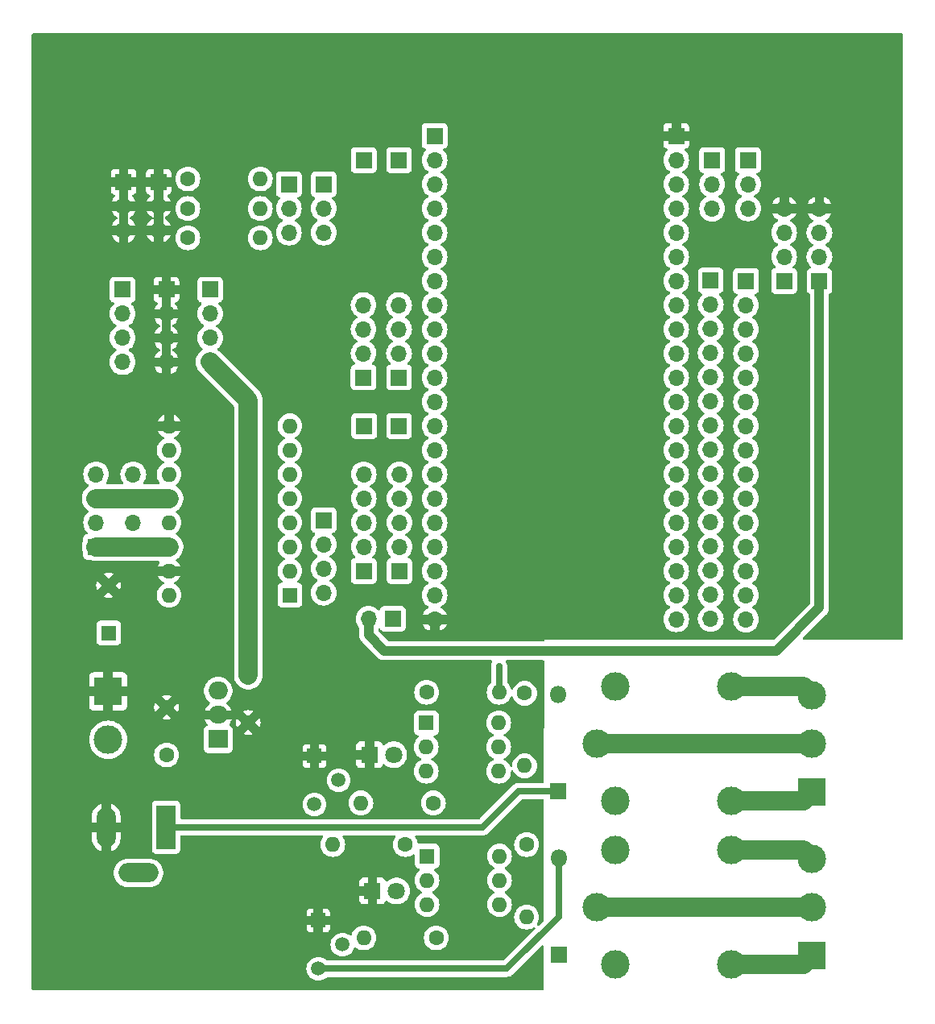
<source format=gbl>
G04 #@! TF.GenerationSoftware,KiCad,Pcbnew,7.0.5*
G04 #@! TF.CreationDate,2023-07-21T20:52:09-04:00*
G04 #@! TF.ProjectId,robotica,726f626f-7469-4636-912e-6b696361645f,rev?*
G04 #@! TF.SameCoordinates,Original*
G04 #@! TF.FileFunction,Copper,L2,Bot*
G04 #@! TF.FilePolarity,Positive*
%FSLAX46Y46*%
G04 Gerber Fmt 4.6, Leading zero omitted, Abs format (unit mm)*
G04 Created by KiCad (PCBNEW 7.0.5) date 2023-07-21 20:52:09*
%MOMM*%
%LPD*%
G01*
G04 APERTURE LIST*
G04 #@! TA.AperFunction,ComponentPad*
%ADD10O,1.700000X1.700000*%
G04 #@! TD*
G04 #@! TA.AperFunction,ComponentPad*
%ADD11R,1.700000X1.700000*%
G04 #@! TD*
G04 #@! TA.AperFunction,ComponentPad*
%ADD12C,1.600000*%
G04 #@! TD*
G04 #@! TA.AperFunction,ComponentPad*
%ADD13O,4.200000X2.000000*%
G04 #@! TD*
G04 #@! TA.AperFunction,ComponentPad*
%ADD14O,2.000000X4.200000*%
G04 #@! TD*
G04 #@! TA.AperFunction,ComponentPad*
%ADD15R,2.000000X4.600000*%
G04 #@! TD*
G04 #@! TA.AperFunction,ComponentPad*
%ADD16O,1.800000X1.800000*%
G04 #@! TD*
G04 #@! TA.AperFunction,ComponentPad*
%ADD17R,1.800000X1.800000*%
G04 #@! TD*
G04 #@! TA.AperFunction,ComponentPad*
%ADD18C,1.500000*%
G04 #@! TD*
G04 #@! TA.AperFunction,ComponentPad*
%ADD19R,1.500000X1.500000*%
G04 #@! TD*
G04 #@! TA.AperFunction,ComponentPad*
%ADD20O,1.600000X1.600000*%
G04 #@! TD*
G04 #@! TA.AperFunction,ComponentPad*
%ADD21R,1.600000X1.600000*%
G04 #@! TD*
G04 #@! TA.AperFunction,ComponentPad*
%ADD22C,3.000000*%
G04 #@! TD*
G04 #@! TA.AperFunction,ComponentPad*
%ADD23C,1.800000*%
G04 #@! TD*
G04 #@! TA.AperFunction,ComponentPad*
%ADD24R,3.000000X3.000000*%
G04 #@! TD*
G04 #@! TA.AperFunction,ComponentPad*
%ADD25O,2.000000X1.905000*%
G04 #@! TD*
G04 #@! TA.AperFunction,ComponentPad*
%ADD26R,2.000000X1.905000*%
G04 #@! TD*
G04 #@! TA.AperFunction,ViaPad*
%ADD27C,0.700000*%
G04 #@! TD*
G04 #@! TA.AperFunction,Conductor*
%ADD28C,0.700000*%
G04 #@! TD*
G04 #@! TA.AperFunction,Conductor*
%ADD29C,1.000000*%
G04 #@! TD*
G04 #@! TA.AperFunction,Conductor*
%ADD30C,2.000000*%
G04 #@! TD*
G04 APERTURE END LIST*
D10*
X82525000Y-87772400D03*
X82525000Y-90312400D03*
X82525000Y-92852400D03*
D11*
X82525000Y-95392400D03*
D10*
X86258400Y-87772400D03*
X86258400Y-90312400D03*
X86258400Y-92852400D03*
D11*
X86258400Y-95392400D03*
D10*
X57195600Y-93776800D03*
X57195600Y-91236800D03*
X57195600Y-88696800D03*
D11*
X57195600Y-86156800D03*
D10*
X90000000Y-120800000D03*
X90000000Y-118260000D03*
X90000000Y-115720000D03*
X90000000Y-113180000D03*
X90000000Y-110640000D03*
X90000000Y-108100000D03*
X90000000Y-105560000D03*
X90000000Y-103020000D03*
X90000000Y-100480000D03*
X90000000Y-97940000D03*
X90000000Y-95400000D03*
X90000000Y-92860000D03*
X90000000Y-90320000D03*
X90000000Y-87780000D03*
X90000000Y-85240000D03*
X90000000Y-82700000D03*
X90000000Y-80160000D03*
X90000000Y-77620000D03*
X90000000Y-75080000D03*
X90000000Y-72540000D03*
D11*
X90000000Y-70000000D03*
D12*
X61819600Y-130060800D03*
X61819600Y-135060800D03*
D13*
X58872800Y-147456800D03*
D14*
X55472800Y-142656800D03*
D15*
X61772800Y-142656800D03*
D16*
X103022400Y-128676400D03*
D17*
X103022400Y-138836400D03*
D10*
X122940400Y-77622400D03*
X122940400Y-75082400D03*
D11*
X122940400Y-72542400D03*
D10*
X78333600Y-80162400D03*
X78333600Y-77622400D03*
D11*
X78333600Y-75082400D03*
D10*
X119024400Y-120760000D03*
X119024400Y-118220000D03*
X119024400Y-115680000D03*
X119024400Y-113140000D03*
X119024400Y-110600000D03*
X119024400Y-108060000D03*
X119024400Y-105520000D03*
X119024400Y-102980000D03*
X119024400Y-100440000D03*
X119024400Y-97900000D03*
X119024400Y-95360000D03*
X119024400Y-92820000D03*
X119024400Y-90280000D03*
X119024400Y-87740000D03*
D11*
X119024400Y-85200000D03*
D18*
X77774800Y-157530800D03*
X80314800Y-154990800D03*
D19*
X77774800Y-152450800D03*
D10*
X66395600Y-93776800D03*
X66395600Y-91236800D03*
X66395600Y-88696800D03*
D11*
X66395600Y-86156800D03*
D10*
X60994400Y-79908400D03*
X60994400Y-77368400D03*
D11*
X60994400Y-74828400D03*
D10*
X122732800Y-120810000D03*
X122732800Y-118270000D03*
X122732800Y-115730000D03*
X122732800Y-113190000D03*
X122732800Y-110650000D03*
X122732800Y-108110000D03*
X122732800Y-105570000D03*
X122732800Y-103030000D03*
X122732800Y-100490000D03*
X122732800Y-97950000D03*
X122732800Y-95410000D03*
X122732800Y-92870000D03*
X122732800Y-90330000D03*
X122732800Y-87790000D03*
D11*
X122732800Y-85250000D03*
D20*
X62085200Y-118262400D03*
X62085200Y-115722400D03*
X62085200Y-113182400D03*
X62085200Y-110642400D03*
X62085200Y-108102400D03*
X62085200Y-105562400D03*
X62085200Y-103022400D03*
X62085200Y-100482400D03*
X74785200Y-100482400D03*
X74785200Y-103022400D03*
X74785200Y-105562400D03*
X74785200Y-108102400D03*
X74785200Y-110642400D03*
X74785200Y-113182400D03*
X74785200Y-115722400D03*
D21*
X74785200Y-118262400D03*
D20*
X96824800Y-145694400D03*
X96824800Y-148234400D03*
X96824800Y-150774400D03*
X89204800Y-150774400D03*
X89204800Y-148234400D03*
D21*
X89204800Y-145694400D03*
D10*
X74676000Y-80165200D03*
X74676000Y-77625200D03*
D11*
X74676000Y-75085200D03*
D20*
X99669600Y-152095200D03*
D12*
X99669600Y-144475200D03*
D22*
X109012000Y-127858000D03*
X109012000Y-139858000D03*
X121212000Y-139858000D03*
X121212000Y-127858000D03*
X107012000Y-133858000D03*
D16*
X103073200Y-145908800D03*
D17*
X103073200Y-156068800D03*
D10*
X57302400Y-79908400D03*
X57302400Y-77368400D03*
D11*
X57302400Y-74828400D03*
D10*
X82550000Y-105562400D03*
X82550000Y-108102400D03*
X82550000Y-110642400D03*
X82550000Y-113182400D03*
D11*
X82550000Y-115722400D03*
D20*
X71678800Y-77636400D03*
D12*
X64058800Y-77636400D03*
D10*
X78333600Y-118002400D03*
X78333600Y-115462400D03*
X78333600Y-112922400D03*
D11*
X78333600Y-110382400D03*
D23*
X85699600Y-135026400D03*
D17*
X83159600Y-135026400D03*
D10*
X115400000Y-120800000D03*
X115400000Y-118260000D03*
X115400000Y-115720000D03*
X115400000Y-113180000D03*
X115400000Y-110640000D03*
X115400000Y-108100000D03*
X115400000Y-105560000D03*
X115400000Y-103020000D03*
X115400000Y-100480000D03*
X115400000Y-97940000D03*
X115400000Y-95400000D03*
X115400000Y-92860000D03*
X115400000Y-90320000D03*
X115400000Y-87780000D03*
X115400000Y-85240000D03*
X115400000Y-82700000D03*
X115400000Y-80160000D03*
X115400000Y-77620000D03*
X115400000Y-75080000D03*
X115400000Y-72540000D03*
D11*
X115400000Y-70000000D03*
D20*
X99466400Y-136194800D03*
D12*
X99466400Y-128574800D03*
D20*
X82550000Y-154279600D03*
D12*
X90170000Y-154279600D03*
D20*
X96779000Y-128473200D03*
D12*
X89159000Y-128473200D03*
D11*
X86258400Y-72542400D03*
D18*
X77368400Y-140258800D03*
X79908400Y-137718800D03*
D19*
X77368400Y-135178800D03*
D22*
X129692400Y-146010400D03*
X129692400Y-151090400D03*
D24*
X129692400Y-156170400D03*
D20*
X96738200Y-131688600D03*
X96738200Y-134228600D03*
X96738200Y-136768600D03*
X89118200Y-136768600D03*
X89118200Y-134228600D03*
D21*
X89118200Y-131688600D03*
D20*
X79298800Y-144475200D03*
D12*
X86918800Y-144475200D03*
D23*
X86004400Y-149352000D03*
D17*
X83464400Y-149352000D03*
D22*
X55676800Y-133451600D03*
D24*
X55676800Y-128371600D03*
D10*
X58318400Y-105562400D03*
X58318400Y-108102400D03*
X58318400Y-110642400D03*
D11*
X58318400Y-113182400D03*
D12*
X70404800Y-131657200D03*
X70404800Y-126657200D03*
D10*
X86285600Y-105562400D03*
X86285600Y-108102400D03*
X86285600Y-110642400D03*
X86285600Y-113182400D03*
D11*
X86285600Y-115722400D03*
D10*
X54406800Y-105562400D03*
X54406800Y-108102400D03*
X54406800Y-110642400D03*
D11*
X54406800Y-113182400D03*
D20*
X82245200Y-140106400D03*
D12*
X89865200Y-140106400D03*
D10*
X83058000Y-120750000D03*
D11*
X85598000Y-120750000D03*
D22*
X129692400Y-128778000D03*
X129692400Y-133858000D03*
D24*
X129692400Y-138938000D03*
D20*
X71678800Y-74523600D03*
D12*
X64058800Y-74523600D03*
D10*
X130454400Y-77632400D03*
X130454400Y-80172400D03*
X130454400Y-82712400D03*
D11*
X130454400Y-85252400D03*
D25*
X67255200Y-128320800D03*
X67255200Y-130860800D03*
D26*
X67255200Y-133400800D03*
D20*
X71678800Y-80721200D03*
D12*
X64058800Y-80721200D03*
D11*
X82600800Y-100482400D03*
D12*
X55727600Y-117239851D03*
D21*
X55727600Y-122239851D03*
D11*
X82550000Y-72542400D03*
D10*
X126746000Y-77622400D03*
X126746000Y-80162400D03*
X126746000Y-82702400D03*
D11*
X126746000Y-85242400D03*
D10*
X61795600Y-93776800D03*
X61795600Y-91236800D03*
X61795600Y-88696800D03*
D11*
X61795600Y-86156800D03*
D22*
X109012000Y-145084800D03*
X109012000Y-157084800D03*
X121212000Y-157084800D03*
X121212000Y-145084800D03*
X107012000Y-151084800D03*
D11*
X86258400Y-100482400D03*
D10*
X119176800Y-77629600D03*
X119176800Y-75089600D03*
D11*
X119176800Y-72549600D03*
D27*
X96774000Y-125745700D03*
D28*
X95046800Y-142646400D02*
X98856800Y-138836400D01*
X61772800Y-142656800D02*
X61783200Y-142646400D01*
X98856800Y-138836400D02*
X103022400Y-138836400D01*
X61783200Y-142646400D02*
X95046800Y-142646400D01*
D29*
X125933200Y-124104400D02*
X130454400Y-119583200D01*
X83058000Y-122428000D02*
X84734400Y-124104400D01*
X83058000Y-121310400D02*
X83058000Y-122428000D01*
D30*
X70404800Y-97786000D02*
X66395600Y-93776800D01*
D29*
X130454400Y-119583200D02*
X130454400Y-85252400D01*
X84734400Y-124104400D02*
X125933200Y-124104400D01*
D30*
X70404800Y-126657200D02*
X70404800Y-97786000D01*
D28*
X83058000Y-120750000D02*
X83058000Y-121310400D01*
X103073200Y-152044400D02*
X103073200Y-145908800D01*
X77774800Y-157530800D02*
X97586800Y-157530800D01*
X97586800Y-157530800D02*
X103073200Y-152044400D01*
X96774000Y-128468200D02*
X96779000Y-128473200D01*
X96774000Y-125745700D02*
X96774000Y-128468200D01*
D30*
X121212000Y-139858000D02*
X128772400Y-139858000D01*
X128772400Y-139858000D02*
X129692400Y-138938000D01*
X107012000Y-133858000D02*
X129692400Y-133858000D01*
X121212000Y-127858000D02*
X128772400Y-127858000D01*
X128772400Y-127858000D02*
X129692400Y-128778000D01*
X54406800Y-113182400D02*
X62085200Y-113182400D01*
X54406800Y-108102400D02*
X62085200Y-108102400D01*
X128778000Y-157084800D02*
X129692400Y-156170400D01*
X121212000Y-157084800D02*
X128778000Y-157084800D01*
X107012000Y-151084800D02*
X129686800Y-151084800D01*
X129686800Y-151084800D02*
X129692400Y-151090400D01*
X121212000Y-145084800D02*
X128766800Y-145084800D01*
X128766800Y-145084800D02*
X129692400Y-146010400D01*
G04 #@! TA.AperFunction,Conductor*
G36*
X139189339Y-59248985D02*
G01*
X139235094Y-59301789D01*
X139246300Y-59353300D01*
X139246300Y-122812000D01*
X139226615Y-122879039D01*
X139173811Y-122924794D01*
X139122300Y-122936000D01*
X128815882Y-122936000D01*
X128748843Y-122916315D01*
X128703088Y-122863511D01*
X128693144Y-122794353D01*
X128722169Y-122730797D01*
X128728201Y-122724319D01*
X129317459Y-122135061D01*
X131152401Y-120300118D01*
X131153414Y-120299131D01*
X131217453Y-120238259D01*
X131252497Y-120187909D01*
X131255324Y-120184157D01*
X131294098Y-120136607D01*
X131310007Y-120106148D01*
X131314067Y-120099448D01*
X131333695Y-120071249D01*
X131357892Y-120014860D01*
X131359898Y-120010635D01*
X131388309Y-119956249D01*
X131397757Y-119923222D01*
X131400388Y-119915833D01*
X131413940Y-119884258D01*
X131426295Y-119824130D01*
X131427399Y-119819629D01*
X131444286Y-119760618D01*
X131446894Y-119726357D01*
X131447985Y-119718589D01*
X131454900Y-119684943D01*
X131454900Y-119623598D01*
X131455079Y-119618888D01*
X131456893Y-119595063D01*
X131459737Y-119557724D01*
X131455395Y-119523630D01*
X131454899Y-119515819D01*
X131454899Y-86666541D01*
X131474584Y-86599503D01*
X131527388Y-86553748D01*
X131535558Y-86550362D01*
X131546731Y-86546196D01*
X131565027Y-86532500D01*
X131584847Y-86517661D01*
X131661946Y-86459946D01*
X131748196Y-86344731D01*
X131798491Y-86209883D01*
X131804900Y-86150273D01*
X131804899Y-84354528D01*
X131798491Y-84294917D01*
X131797595Y-84292516D01*
X131748197Y-84160071D01*
X131748193Y-84160064D01*
X131661947Y-84044855D01*
X131661944Y-84044852D01*
X131546735Y-83958606D01*
X131546728Y-83958602D01*
X131415317Y-83909589D01*
X131359383Y-83867718D01*
X131334966Y-83802253D01*
X131349818Y-83733980D01*
X131370963Y-83705732D01*
X131492895Y-83583801D01*
X131628435Y-83390230D01*
X131728303Y-83176063D01*
X131789463Y-82947808D01*
X131810059Y-82712400D01*
X131789463Y-82476992D01*
X131728303Y-82248737D01*
X131628435Y-82034571D01*
X131622902Y-82026668D01*
X131492894Y-81840997D01*
X131325802Y-81673906D01*
X131325796Y-81673901D01*
X131140242Y-81543975D01*
X131096617Y-81489398D01*
X131089423Y-81419900D01*
X131120946Y-81357545D01*
X131140242Y-81340825D01*
X131162426Y-81325291D01*
X131325801Y-81210895D01*
X131492895Y-81043801D01*
X131628435Y-80850230D01*
X131728303Y-80636063D01*
X131789463Y-80407808D01*
X131810059Y-80172400D01*
X131789463Y-79936992D01*
X131728303Y-79708737D01*
X131628435Y-79494571D01*
X131623393Y-79487369D01*
X131492894Y-79300997D01*
X131325802Y-79133906D01*
X131325801Y-79133905D01*
X131139805Y-79003669D01*
X131096181Y-78949092D01*
X131088988Y-78879593D01*
X131120510Y-78817239D01*
X131139805Y-78800519D01*
X131325482Y-78670505D01*
X131492505Y-78503482D01*
X131628001Y-78309976D01*
X131710806Y-78132400D01*
X130490163Y-78132400D01*
X130596715Y-78117080D01*
X130727500Y-78057352D01*
X130836161Y-77963198D01*
X130913893Y-77842244D01*
X130954400Y-77704289D01*
X130954400Y-77560511D01*
X130913893Y-77422556D01*
X130836161Y-77301602D01*
X130727500Y-77207448D01*
X130596715Y-77147720D01*
X130490163Y-77132400D01*
X130418637Y-77132400D01*
X130312085Y-77147720D01*
X130181300Y-77207448D01*
X130072639Y-77301602D01*
X129994907Y-77422556D01*
X129954400Y-77560511D01*
X129954400Y-77704289D01*
X129994907Y-77842244D01*
X130072639Y-77963198D01*
X130181300Y-78057352D01*
X130312085Y-78117080D01*
X130418637Y-78132400D01*
X129197993Y-78132400D01*
X129280798Y-78309976D01*
X129416294Y-78503482D01*
X129583317Y-78670505D01*
X129768995Y-78800519D01*
X129812619Y-78855096D01*
X129819812Y-78924595D01*
X129788290Y-78986949D01*
X129768995Y-79003669D01*
X129582994Y-79133908D01*
X129415905Y-79300997D01*
X129280365Y-79494569D01*
X129280364Y-79494571D01*
X129180498Y-79708735D01*
X129180494Y-79708744D01*
X129119338Y-79936986D01*
X129119336Y-79936996D01*
X129098741Y-80172399D01*
X129098741Y-80172400D01*
X129119336Y-80407803D01*
X129119338Y-80407813D01*
X129180494Y-80636055D01*
X129180496Y-80636059D01*
X129180497Y-80636063D01*
X129220197Y-80721200D01*
X129280365Y-80850230D01*
X129280367Y-80850234D01*
X129348752Y-80947897D01*
X129407222Y-81031401D01*
X129415901Y-81043795D01*
X129415906Y-81043802D01*
X129582997Y-81210893D01*
X129583003Y-81210898D01*
X129768558Y-81340825D01*
X129812183Y-81395402D01*
X129819377Y-81464900D01*
X129787854Y-81527255D01*
X129768558Y-81543975D01*
X129582997Y-81673905D01*
X129415905Y-81840997D01*
X129280365Y-82034569D01*
X129280364Y-82034571D01*
X129180498Y-82248735D01*
X129180494Y-82248744D01*
X129119338Y-82476986D01*
X129119336Y-82476996D01*
X129098741Y-82712399D01*
X129098741Y-82712400D01*
X129119336Y-82947803D01*
X129119338Y-82947813D01*
X129180494Y-83176055D01*
X129180496Y-83176059D01*
X129180497Y-83176063D01*
X129274583Y-83377830D01*
X129280365Y-83390230D01*
X129280367Y-83390234D01*
X129388681Y-83544921D01*
X129415901Y-83583796D01*
X129415906Y-83583802D01*
X129537830Y-83705726D01*
X129571315Y-83767049D01*
X129566331Y-83836741D01*
X129524459Y-83892674D01*
X129493483Y-83909589D01*
X129362069Y-83958603D01*
X129362064Y-83958606D01*
X129246855Y-84044852D01*
X129246852Y-84044855D01*
X129160606Y-84160064D01*
X129160602Y-84160071D01*
X129110308Y-84294917D01*
X129104975Y-84344527D01*
X129103901Y-84354523D01*
X129103900Y-84354535D01*
X129103900Y-86150270D01*
X129103901Y-86150276D01*
X129110308Y-86209883D01*
X129160602Y-86344728D01*
X129160606Y-86344735D01*
X129246852Y-86459944D01*
X129246855Y-86459947D01*
X129362065Y-86546194D01*
X129362067Y-86546194D01*
X129362069Y-86546196D01*
X129373230Y-86550358D01*
X129429164Y-86592226D01*
X129453584Y-86657689D01*
X129453900Y-86666541D01*
X129453900Y-119117417D01*
X129434215Y-119184456D01*
X129417580Y-119205098D01*
X127491882Y-121130798D01*
X125722999Y-122899681D01*
X125661676Y-122933166D01*
X125635318Y-122936000D01*
X101523800Y-122936000D01*
X101523709Y-122980156D01*
X101503886Y-123047155D01*
X101450988Y-123092800D01*
X101399709Y-123103900D01*
X85200182Y-123103900D01*
X85133143Y-123084215D01*
X85112501Y-123067581D01*
X84094819Y-122049899D01*
X84061334Y-121988576D01*
X84058500Y-121962218D01*
X84058500Y-121870859D01*
X84078185Y-121803820D01*
X84130989Y-121758065D01*
X84200147Y-121748121D01*
X84263703Y-121777146D01*
X84298681Y-121827525D01*
X84301921Y-121836211D01*
X84304204Y-121842332D01*
X84304206Y-121842335D01*
X84390452Y-121957544D01*
X84390455Y-121957547D01*
X84505664Y-122043793D01*
X84505671Y-122043797D01*
X84640517Y-122094091D01*
X84640516Y-122094091D01*
X84647444Y-122094835D01*
X84700127Y-122100500D01*
X86495872Y-122100499D01*
X86555483Y-122094091D01*
X86690331Y-122043796D01*
X86805546Y-121957546D01*
X86891796Y-121842331D01*
X86942091Y-121707483D01*
X86948500Y-121647873D01*
X86948500Y-121300000D01*
X88743593Y-121300000D01*
X88826398Y-121477576D01*
X88961894Y-121671082D01*
X89128917Y-121838105D01*
X89322422Y-121973600D01*
X89322424Y-121973601D01*
X89499999Y-122056405D01*
X89500000Y-122056405D01*
X89500000Y-121300000D01*
X88743593Y-121300000D01*
X86948500Y-121300000D01*
X86948499Y-119852128D01*
X86942091Y-119792517D01*
X86940810Y-119789083D01*
X86891797Y-119657671D01*
X86891793Y-119657664D01*
X86805547Y-119542455D01*
X86805544Y-119542452D01*
X86690335Y-119456206D01*
X86690328Y-119456202D01*
X86555482Y-119405908D01*
X86555483Y-119405908D01*
X86495883Y-119399501D01*
X86495881Y-119399500D01*
X86495873Y-119399500D01*
X86495864Y-119399500D01*
X84700129Y-119399500D01*
X84700123Y-119399501D01*
X84640516Y-119405908D01*
X84505671Y-119456202D01*
X84505664Y-119456206D01*
X84390455Y-119542452D01*
X84390452Y-119542455D01*
X84304206Y-119657664D01*
X84304203Y-119657669D01*
X84255189Y-119789083D01*
X84213317Y-119845016D01*
X84147853Y-119869433D01*
X84079580Y-119854581D01*
X84051326Y-119833430D01*
X83929402Y-119711506D01*
X83929395Y-119711501D01*
X83735834Y-119575967D01*
X83735830Y-119575965D01*
X83675934Y-119548035D01*
X83521663Y-119476097D01*
X83521659Y-119476096D01*
X83521655Y-119476094D01*
X83293413Y-119414938D01*
X83293403Y-119414936D01*
X83058001Y-119394341D01*
X83057999Y-119394341D01*
X82822596Y-119414936D01*
X82822586Y-119414938D01*
X82594344Y-119476094D01*
X82594335Y-119476098D01*
X82380171Y-119575964D01*
X82380169Y-119575965D01*
X82186597Y-119711505D01*
X82019505Y-119878597D01*
X81883965Y-120072169D01*
X81883964Y-120072171D01*
X81784098Y-120286335D01*
X81784094Y-120286344D01*
X81722938Y-120514586D01*
X81722936Y-120514596D01*
X81702341Y-120749999D01*
X81702341Y-120750000D01*
X81722936Y-120985403D01*
X81722938Y-120985413D01*
X81784094Y-121213655D01*
X81784096Y-121213659D01*
X81784097Y-121213663D01*
X81883965Y-121427830D01*
X82019505Y-121621401D01*
X82019506Y-121621402D01*
X82019507Y-121621403D01*
X82021173Y-121623069D01*
X82021675Y-121623988D01*
X82022987Y-121625552D01*
X82022673Y-121625815D01*
X82054664Y-121684389D01*
X82057500Y-121710758D01*
X82057500Y-122414506D01*
X82057480Y-122416076D01*
X82055243Y-122504362D01*
X82055243Y-122504370D01*
X82066064Y-122564739D01*
X82066718Y-122569404D01*
X82072925Y-122630430D01*
X82072927Y-122630444D01*
X82083208Y-122663213D01*
X82085079Y-122670837D01*
X82091142Y-122704652D01*
X82091142Y-122704655D01*
X82113894Y-122761612D01*
X82115474Y-122766051D01*
X82133841Y-122824588D01*
X82133844Y-122824595D01*
X82150509Y-122854619D01*
X82153879Y-122861714D01*
X82166622Y-122893614D01*
X82166627Y-122893624D01*
X82200377Y-122944833D01*
X82202818Y-122948863D01*
X82232588Y-123002498D01*
X82232589Y-123002499D01*
X82232591Y-123002502D01*
X82254968Y-123028567D01*
X82259693Y-123034835D01*
X82267813Y-123047155D01*
X82278598Y-123063519D01*
X82321978Y-123106899D01*
X82325169Y-123110343D01*
X82356925Y-123147333D01*
X82365134Y-123156895D01*
X82392294Y-123177918D01*
X82398190Y-123183111D01*
X84017442Y-124802363D01*
X84018501Y-124803450D01*
X84079337Y-124867450D01*
X84079341Y-124867453D01*
X84129681Y-124902492D01*
X84133443Y-124905328D01*
X84180987Y-124944094D01*
X84180990Y-124944095D01*
X84180993Y-124944098D01*
X84211445Y-124960004D01*
X84218158Y-124964072D01*
X84246351Y-124983695D01*
X84302729Y-125007889D01*
X84306978Y-125009907D01*
X84361351Y-125038309D01*
X84388889Y-125046188D01*
X84394374Y-125047758D01*
X84401768Y-125050390D01*
X84433342Y-125063940D01*
X84433345Y-125063940D01*
X84433346Y-125063941D01*
X84493422Y-125076287D01*
X84498000Y-125077410D01*
X84500104Y-125078012D01*
X84556982Y-125094287D01*
X84591239Y-125096895D01*
X84599014Y-125097986D01*
X84632655Y-125104900D01*
X84632659Y-125104900D01*
X84693999Y-125104900D01*
X84698705Y-125105078D01*
X84725996Y-125107157D01*
X84759876Y-125109737D01*
X84759876Y-125109736D01*
X84759877Y-125109737D01*
X84793960Y-125105396D01*
X84801790Y-125104900D01*
X95942759Y-125104900D01*
X96009798Y-125124585D01*
X96055553Y-125177389D01*
X96065497Y-125246547D01*
X96043757Y-125298487D01*
X96044410Y-125298880D01*
X96041724Y-125303342D01*
X96041474Y-125303941D01*
X96040946Y-125304636D01*
X96040944Y-125304639D01*
X96040943Y-125304641D01*
X96019411Y-125351179D01*
X96016835Y-125356146D01*
X95992748Y-125397868D01*
X95981948Y-125431107D01*
X95979251Y-125437983D01*
X95963266Y-125472536D01*
X95952952Y-125519396D01*
X95951366Y-125525229D01*
X95937503Y-125567896D01*
X95937502Y-125567897D01*
X95933503Y-125605953D01*
X95932392Y-125612804D01*
X95923500Y-125653200D01*
X95923500Y-125697871D01*
X95923160Y-125704356D01*
X95918815Y-125745700D01*
X95923160Y-125787043D01*
X95923500Y-125793528D01*
X95923500Y-127438151D01*
X95903815Y-127505190D01*
X95887181Y-127525832D01*
X95778954Y-127634058D01*
X95648432Y-127820465D01*
X95648431Y-127820467D01*
X95552261Y-128026702D01*
X95552258Y-128026711D01*
X95493366Y-128246502D01*
X95493364Y-128246513D01*
X95473532Y-128473198D01*
X95473532Y-128473201D01*
X95493364Y-128699886D01*
X95493366Y-128699897D01*
X95552258Y-128919688D01*
X95552261Y-128919697D01*
X95648431Y-129125932D01*
X95648432Y-129125934D01*
X95778954Y-129312341D01*
X95939858Y-129473245D01*
X95939861Y-129473247D01*
X96126266Y-129603768D01*
X96332504Y-129699939D01*
X96332509Y-129699940D01*
X96332511Y-129699941D01*
X96352765Y-129705368D01*
X96552308Y-129758835D01*
X96714230Y-129773001D01*
X96778998Y-129778668D01*
X96779000Y-129778668D01*
X96779002Y-129778668D01*
X96835672Y-129773709D01*
X97005692Y-129758835D01*
X97225496Y-129699939D01*
X97431734Y-129603768D01*
X97618139Y-129473247D01*
X97779047Y-129312339D01*
X97909568Y-129125934D01*
X97993027Y-128946955D01*
X98039199Y-128894517D01*
X98106393Y-128875365D01*
X98173274Y-128895581D01*
X98218609Y-128948746D01*
X98225184Y-128967268D01*
X98239658Y-129021288D01*
X98239661Y-129021297D01*
X98335831Y-129227532D01*
X98335832Y-129227534D01*
X98466354Y-129413941D01*
X98627258Y-129574845D01*
X98627261Y-129574847D01*
X98813666Y-129705368D01*
X99019904Y-129801539D01*
X99239708Y-129860435D01*
X99401630Y-129874601D01*
X99466398Y-129880268D01*
X99466400Y-129880268D01*
X99466402Y-129880268D01*
X99523073Y-129875309D01*
X99693092Y-129860435D01*
X99912896Y-129801539D01*
X100119134Y-129705368D01*
X100305539Y-129574847D01*
X100466447Y-129413939D01*
X100596968Y-129227534D01*
X100693139Y-129021296D01*
X100752035Y-128801492D01*
X100771868Y-128574800D01*
X100752035Y-128348108D01*
X100699527Y-128152146D01*
X100693141Y-128128311D01*
X100693138Y-128128302D01*
X100687761Y-128116771D01*
X100596968Y-127922066D01*
X100466447Y-127735661D01*
X100466445Y-127735658D01*
X100305541Y-127574754D01*
X100119134Y-127444232D01*
X100119132Y-127444231D01*
X99912897Y-127348061D01*
X99912888Y-127348058D01*
X99693097Y-127289166D01*
X99693093Y-127289165D01*
X99693092Y-127289165D01*
X99693091Y-127289164D01*
X99693086Y-127289164D01*
X99466402Y-127269332D01*
X99466398Y-127269332D01*
X99239713Y-127289164D01*
X99239702Y-127289166D01*
X99019911Y-127348058D01*
X99019902Y-127348061D01*
X98813667Y-127444231D01*
X98813665Y-127444232D01*
X98627258Y-127574754D01*
X98466354Y-127735658D01*
X98335833Y-127922064D01*
X98252372Y-128101044D01*
X98206199Y-128153483D01*
X98139005Y-128172634D01*
X98072124Y-128152418D01*
X98026790Y-128099252D01*
X98020215Y-128080730D01*
X98005742Y-128026713D01*
X98005738Y-128026702D01*
X97975980Y-127962887D01*
X97909568Y-127820466D01*
X97779047Y-127634061D01*
X97779045Y-127634058D01*
X97660819Y-127515832D01*
X97627334Y-127454509D01*
X97624500Y-127428151D01*
X97624500Y-125793528D01*
X97624840Y-125787043D01*
X97626085Y-125775185D01*
X97629185Y-125745700D01*
X97624834Y-125704304D01*
X97624587Y-125701191D01*
X97624500Y-125699591D01*
X97619686Y-125655325D01*
X97617522Y-125634738D01*
X97610497Y-125567897D01*
X97610495Y-125567892D01*
X97610495Y-125567888D01*
X97609529Y-125561857D01*
X97609515Y-125561795D01*
X97609514Y-125561792D01*
X97609514Y-125561790D01*
X97581452Y-125478507D01*
X97555250Y-125397865D01*
X97555247Y-125397860D01*
X97552445Y-125391565D01*
X97550555Y-125386720D01*
X97550445Y-125386483D01*
X97550444Y-125386479D01*
X97506715Y-125313801D01*
X97501427Y-125304641D01*
X97493493Y-125290898D01*
X97477022Y-125222998D01*
X97499875Y-125156971D01*
X97554797Y-125113782D01*
X97600881Y-125104900D01*
X101395075Y-125104900D01*
X101462114Y-125124585D01*
X101507869Y-125177389D01*
X101519075Y-125229155D01*
X101515789Y-126823772D01*
X101493239Y-137768645D01*
X101493046Y-137862155D01*
X101473223Y-137929154D01*
X101420325Y-137974800D01*
X101369046Y-137985900D01*
X98893887Y-137985900D01*
X98888852Y-137985695D01*
X98833635Y-137981198D01*
X98833626Y-137981199D01*
X98754234Y-137992015D01*
X98752569Y-137992219D01*
X98672892Y-138000885D01*
X98671931Y-138001097D01*
X98651271Y-138005938D01*
X98650338Y-138006170D01*
X98575118Y-138033804D01*
X98573537Y-138034360D01*
X98497573Y-138059958D01*
X98496596Y-138060410D01*
X98477497Y-138069562D01*
X98476686Y-138069965D01*
X98409120Y-138113151D01*
X98407695Y-138114035D01*
X98339062Y-138155330D01*
X98338320Y-138155894D01*
X98321628Y-138168942D01*
X98320814Y-138169597D01*
X98264166Y-138226243D01*
X98262965Y-138227412D01*
X98204756Y-138282552D01*
X98204122Y-138283299D01*
X98189893Y-138300516D01*
X94730830Y-141759581D01*
X94669507Y-141793066D01*
X94643149Y-141795900D01*
X63397299Y-141795900D01*
X63330260Y-141776215D01*
X63284505Y-141723411D01*
X63273299Y-141671900D01*
X63273299Y-140308929D01*
X63273298Y-140308923D01*
X63273297Y-140308916D01*
X63267910Y-140258802D01*
X76113123Y-140258802D01*
X76132193Y-140476775D01*
X76132193Y-140476779D01*
X76188822Y-140688122D01*
X76188824Y-140688126D01*
X76188825Y-140688130D01*
X76221934Y-140759132D01*
X76281297Y-140886438D01*
X76281298Y-140886439D01*
X76406802Y-141065677D01*
X76561523Y-141220398D01*
X76740761Y-141345902D01*
X76939070Y-141438375D01*
X77150423Y-141495007D01*
X77333326Y-141511008D01*
X77368398Y-141514077D01*
X77368400Y-141514077D01*
X77368402Y-141514077D01*
X77396654Y-141511605D01*
X77586377Y-141495007D01*
X77797730Y-141438375D01*
X77996039Y-141345902D01*
X78175277Y-141220398D01*
X78329998Y-141065677D01*
X78455502Y-140886439D01*
X78547975Y-140688130D01*
X78604607Y-140476777D01*
X78623677Y-140258800D01*
X78622847Y-140249317D01*
X78616646Y-140178435D01*
X78610344Y-140106401D01*
X80939732Y-140106401D01*
X80959564Y-140333086D01*
X80959566Y-140333097D01*
X81018458Y-140552888D01*
X81018461Y-140552897D01*
X81114631Y-140759132D01*
X81114632Y-140759134D01*
X81245154Y-140945541D01*
X81406058Y-141106445D01*
X81406061Y-141106447D01*
X81592466Y-141236968D01*
X81798704Y-141333139D01*
X82018508Y-141392035D01*
X82180430Y-141406201D01*
X82245198Y-141411868D01*
X82245200Y-141411868D01*
X82245202Y-141411868D01*
X82301872Y-141406909D01*
X82471892Y-141392035D01*
X82691696Y-141333139D01*
X82897934Y-141236968D01*
X83084339Y-141106447D01*
X83245247Y-140945539D01*
X83375768Y-140759134D01*
X83471939Y-140552896D01*
X83530835Y-140333092D01*
X83549962Y-140114469D01*
X83550668Y-140106401D01*
X88559732Y-140106401D01*
X88579564Y-140333086D01*
X88579566Y-140333097D01*
X88638458Y-140552888D01*
X88638461Y-140552897D01*
X88734631Y-140759132D01*
X88734632Y-140759134D01*
X88865154Y-140945541D01*
X89026058Y-141106445D01*
X89026061Y-141106447D01*
X89212466Y-141236968D01*
X89418704Y-141333139D01*
X89638508Y-141392035D01*
X89800430Y-141406201D01*
X89865198Y-141411868D01*
X89865200Y-141411868D01*
X89865202Y-141411868D01*
X89921873Y-141406909D01*
X90091892Y-141392035D01*
X90311696Y-141333139D01*
X90517934Y-141236968D01*
X90704339Y-141106447D01*
X90865247Y-140945539D01*
X90995768Y-140759134D01*
X91091939Y-140552896D01*
X91150835Y-140333092D01*
X91169962Y-140114469D01*
X91170668Y-140106401D01*
X91170668Y-140106398D01*
X91150835Y-139879713D01*
X91150835Y-139879708D01*
X91091939Y-139659904D01*
X90995768Y-139453666D01*
X90865247Y-139267261D01*
X90865245Y-139267258D01*
X90704341Y-139106354D01*
X90517934Y-138975832D01*
X90517932Y-138975831D01*
X90311697Y-138879661D01*
X90311688Y-138879658D01*
X90091897Y-138820766D01*
X90091893Y-138820765D01*
X90091892Y-138820765D01*
X90091891Y-138820764D01*
X90091886Y-138820764D01*
X89865202Y-138800932D01*
X89865198Y-138800932D01*
X89638513Y-138820764D01*
X89638502Y-138820766D01*
X89418711Y-138879658D01*
X89418702Y-138879661D01*
X89212467Y-138975831D01*
X89212465Y-138975832D01*
X89026058Y-139106354D01*
X88865154Y-139267258D01*
X88734632Y-139453665D01*
X88734631Y-139453667D01*
X88638461Y-139659902D01*
X88638458Y-139659911D01*
X88579566Y-139879702D01*
X88579564Y-139879713D01*
X88559732Y-140106398D01*
X88559732Y-140106401D01*
X83550668Y-140106401D01*
X83550668Y-140106398D01*
X83530835Y-139879713D01*
X83530835Y-139879708D01*
X83471939Y-139659904D01*
X83375768Y-139453666D01*
X83245247Y-139267261D01*
X83245245Y-139267258D01*
X83084341Y-139106354D01*
X82897934Y-138975832D01*
X82897932Y-138975831D01*
X82691697Y-138879661D01*
X82691688Y-138879658D01*
X82471897Y-138820766D01*
X82471893Y-138820765D01*
X82471892Y-138820765D01*
X82471891Y-138820764D01*
X82471886Y-138820764D01*
X82245202Y-138800932D01*
X82245198Y-138800932D01*
X82018513Y-138820764D01*
X82018502Y-138820766D01*
X81798711Y-138879658D01*
X81798702Y-138879661D01*
X81592467Y-138975831D01*
X81592465Y-138975832D01*
X81406058Y-139106354D01*
X81245154Y-139267258D01*
X81114632Y-139453665D01*
X81114631Y-139453667D01*
X81018461Y-139659902D01*
X81018458Y-139659911D01*
X80959566Y-139879702D01*
X80959564Y-139879713D01*
X80939732Y-140106398D01*
X80939732Y-140106401D01*
X78610344Y-140106401D01*
X78604607Y-140040823D01*
X78547975Y-139829470D01*
X78455502Y-139631162D01*
X78455500Y-139631159D01*
X78455499Y-139631157D01*
X78329999Y-139451924D01*
X78329996Y-139451921D01*
X78175277Y-139297202D01*
X77996039Y-139171698D01*
X77996040Y-139171698D01*
X77996038Y-139171697D01*
X77855906Y-139106353D01*
X77797730Y-139079225D01*
X77797726Y-139079224D01*
X77797722Y-139079222D01*
X77586377Y-139022593D01*
X77368402Y-139003523D01*
X77368398Y-139003523D01*
X77223082Y-139016236D01*
X77150423Y-139022593D01*
X77150420Y-139022593D01*
X76939077Y-139079222D01*
X76939068Y-139079226D01*
X76740761Y-139171698D01*
X76740757Y-139171700D01*
X76561521Y-139297202D01*
X76406802Y-139451921D01*
X76281300Y-139631157D01*
X76281298Y-139631161D01*
X76188826Y-139829468D01*
X76188822Y-139829477D01*
X76132193Y-140040820D01*
X76132193Y-140040824D01*
X76113123Y-140258797D01*
X76113123Y-140258802D01*
X63267910Y-140258802D01*
X63266891Y-140249317D01*
X63262259Y-140236899D01*
X63216597Y-140114471D01*
X63216593Y-140114464D01*
X63130347Y-139999255D01*
X63130344Y-139999252D01*
X63015135Y-139913006D01*
X63015128Y-139913002D01*
X62880282Y-139862708D01*
X62880283Y-139862708D01*
X62820683Y-139856301D01*
X62820681Y-139856300D01*
X62820673Y-139856300D01*
X62820664Y-139856300D01*
X60724929Y-139856300D01*
X60724923Y-139856301D01*
X60665316Y-139862708D01*
X60530471Y-139913002D01*
X60530464Y-139913006D01*
X60415255Y-139999252D01*
X60415252Y-139999255D01*
X60329006Y-140114464D01*
X60329002Y-140114471D01*
X60278708Y-140249317D01*
X60273610Y-140296742D01*
X60272301Y-140308923D01*
X60272300Y-140308935D01*
X60272300Y-145004670D01*
X60272301Y-145004676D01*
X60278708Y-145064283D01*
X60329002Y-145199128D01*
X60329006Y-145199135D01*
X60415252Y-145314344D01*
X60415255Y-145314347D01*
X60530464Y-145400593D01*
X60530471Y-145400597D01*
X60665317Y-145450891D01*
X60665316Y-145450891D01*
X60672244Y-145451635D01*
X60724927Y-145457300D01*
X62820672Y-145457299D01*
X62880283Y-145450891D01*
X63015131Y-145400596D01*
X63130346Y-145314346D01*
X63216596Y-145199131D01*
X63266891Y-145064283D01*
X63273300Y-145004673D01*
X63273300Y-143620900D01*
X63292985Y-143553861D01*
X63345789Y-143508106D01*
X63397300Y-143496900D01*
X78157993Y-143496900D01*
X78225032Y-143516585D01*
X78270787Y-143569389D01*
X78280731Y-143638547D01*
X78259568Y-143692023D01*
X78168232Y-143822465D01*
X78168231Y-143822467D01*
X78072061Y-144028702D01*
X78072058Y-144028711D01*
X78013166Y-144248502D01*
X78013164Y-144248513D01*
X77993332Y-144475198D01*
X77993332Y-144475201D01*
X78013164Y-144701886D01*
X78013166Y-144701897D01*
X78072058Y-144921688D01*
X78072061Y-144921697D01*
X78168231Y-145127932D01*
X78168232Y-145127934D01*
X78298754Y-145314341D01*
X78459658Y-145475245D01*
X78459661Y-145475247D01*
X78646066Y-145605768D01*
X78852304Y-145701939D01*
X79072108Y-145760835D01*
X79234030Y-145775001D01*
X79298798Y-145780668D01*
X79298800Y-145780668D01*
X79298802Y-145780668D01*
X79355472Y-145775709D01*
X79525492Y-145760835D01*
X79745296Y-145701939D01*
X79951534Y-145605768D01*
X80137939Y-145475247D01*
X80298847Y-145314339D01*
X80429368Y-145127934D01*
X80525539Y-144921696D01*
X80584435Y-144701892D01*
X80604268Y-144475200D01*
X80603608Y-144467661D01*
X80597155Y-144393900D01*
X80584435Y-144248508D01*
X80539716Y-144081615D01*
X80525541Y-144028711D01*
X80525538Y-144028702D01*
X80463954Y-143896636D01*
X80429368Y-143822466D01*
X80377300Y-143748105D01*
X80338032Y-143692023D01*
X80315705Y-143625816D01*
X80332716Y-143558049D01*
X80383664Y-143510237D01*
X80439607Y-143496900D01*
X85777993Y-143496900D01*
X85845032Y-143516585D01*
X85890787Y-143569389D01*
X85900731Y-143638547D01*
X85879568Y-143692023D01*
X85788232Y-143822465D01*
X85788231Y-143822467D01*
X85692061Y-144028702D01*
X85692058Y-144028711D01*
X85633166Y-144248502D01*
X85633164Y-144248513D01*
X85613332Y-144475198D01*
X85613332Y-144475201D01*
X85633164Y-144701886D01*
X85633166Y-144701897D01*
X85692058Y-144921688D01*
X85692061Y-144921697D01*
X85788231Y-145127932D01*
X85788232Y-145127934D01*
X85918754Y-145314341D01*
X86079658Y-145475245D01*
X86079661Y-145475247D01*
X86266066Y-145605768D01*
X86472304Y-145701939D01*
X86692108Y-145760835D01*
X86854030Y-145775001D01*
X86918798Y-145780668D01*
X86918800Y-145780668D01*
X86918802Y-145780668D01*
X86975473Y-145775709D01*
X87145492Y-145760835D01*
X87365296Y-145701939D01*
X87571534Y-145605768D01*
X87709177Y-145509389D01*
X87775383Y-145487063D01*
X87843151Y-145504073D01*
X87890963Y-145555022D01*
X87904300Y-145610965D01*
X87904300Y-146542270D01*
X87904301Y-146542276D01*
X87910708Y-146601883D01*
X87961002Y-146736728D01*
X87961006Y-146736735D01*
X88047252Y-146851944D01*
X88047255Y-146851947D01*
X88162464Y-146938193D01*
X88162471Y-146938197D01*
X88207418Y-146954960D01*
X88297317Y-146988491D01*
X88332396Y-146992262D01*
X88396944Y-147018999D01*
X88436793Y-147076391D01*
X88439288Y-147146216D01*
X88403636Y-147206305D01*
X88390264Y-147217125D01*
X88365658Y-147234354D01*
X88204754Y-147395258D01*
X88074232Y-147581665D01*
X88074231Y-147581667D01*
X87978061Y-147787902D01*
X87978058Y-147787911D01*
X87919166Y-148007702D01*
X87919164Y-148007713D01*
X87899332Y-148234398D01*
X87899332Y-148234401D01*
X87919164Y-148461086D01*
X87919166Y-148461097D01*
X87978058Y-148680888D01*
X87978061Y-148680897D01*
X88074231Y-148887132D01*
X88074232Y-148887134D01*
X88204754Y-149073541D01*
X88365658Y-149234445D01*
X88365661Y-149234447D01*
X88552066Y-149364968D01*
X88610075Y-149392018D01*
X88662514Y-149438191D01*
X88681666Y-149505384D01*
X88661450Y-149572265D01*
X88610075Y-149616782D01*
X88552067Y-149643831D01*
X88552065Y-149643832D01*
X88365658Y-149774354D01*
X88204754Y-149935258D01*
X88074232Y-150121665D01*
X88074231Y-150121667D01*
X87978061Y-150327902D01*
X87978058Y-150327911D01*
X87919166Y-150547702D01*
X87919164Y-150547713D01*
X87899332Y-150774398D01*
X87899332Y-150774401D01*
X87919164Y-151001086D01*
X87919166Y-151001097D01*
X87978058Y-151220888D01*
X87978061Y-151220897D01*
X88074231Y-151427132D01*
X88074232Y-151427134D01*
X88204754Y-151613541D01*
X88365658Y-151774445D01*
X88365661Y-151774447D01*
X88552066Y-151904968D01*
X88758304Y-152001139D01*
X88978108Y-152060035D01*
X89140030Y-152074201D01*
X89204798Y-152079868D01*
X89204800Y-152079868D01*
X89204802Y-152079868D01*
X89261472Y-152074909D01*
X89431492Y-152060035D01*
X89651296Y-152001139D01*
X89857534Y-151904968D01*
X90043939Y-151774447D01*
X90204847Y-151613539D01*
X90335368Y-151427134D01*
X90431539Y-151220896D01*
X90490435Y-151001092D01*
X90510268Y-150774401D01*
X95519332Y-150774401D01*
X95539164Y-151001086D01*
X95539166Y-151001097D01*
X95598058Y-151220888D01*
X95598061Y-151220897D01*
X95694231Y-151427132D01*
X95694232Y-151427134D01*
X95824754Y-151613541D01*
X95985658Y-151774445D01*
X95985661Y-151774447D01*
X96172066Y-151904968D01*
X96378304Y-152001139D01*
X96598108Y-152060035D01*
X96760030Y-152074201D01*
X96824798Y-152079868D01*
X96824800Y-152079868D01*
X96824802Y-152079868D01*
X96881473Y-152074909D01*
X97051492Y-152060035D01*
X97271296Y-152001139D01*
X97477534Y-151904968D01*
X97663939Y-151774447D01*
X97824847Y-151613539D01*
X97955368Y-151427134D01*
X98051539Y-151220896D01*
X98110435Y-151001092D01*
X98130268Y-150774400D01*
X98110435Y-150547708D01*
X98051539Y-150327904D01*
X97955368Y-150121666D01*
X97824847Y-149935261D01*
X97824845Y-149935258D01*
X97663941Y-149774354D01*
X97477534Y-149643832D01*
X97477528Y-149643829D01*
X97419525Y-149616782D01*
X97367085Y-149570610D01*
X97347933Y-149503417D01*
X97368148Y-149436535D01*
X97419525Y-149392018D01*
X97477534Y-149364968D01*
X97663939Y-149234447D01*
X97824847Y-149073539D01*
X97955368Y-148887134D01*
X98051539Y-148680896D01*
X98110435Y-148461092D01*
X98130268Y-148234400D01*
X98110435Y-148007708D01*
X98051539Y-147787904D01*
X97955368Y-147581666D01*
X97824847Y-147395261D01*
X97824845Y-147395258D01*
X97663941Y-147234354D01*
X97477534Y-147103832D01*
X97477528Y-147103829D01*
X97419525Y-147076782D01*
X97367085Y-147030610D01*
X97347933Y-146963417D01*
X97368148Y-146896535D01*
X97419525Y-146852018D01*
X97477534Y-146824968D01*
X97663939Y-146694447D01*
X97824847Y-146533539D01*
X97955368Y-146347134D01*
X98051539Y-146140896D01*
X98110435Y-145921092D01*
X98130268Y-145694400D01*
X98110435Y-145467708D01*
X98051539Y-145247904D01*
X97955368Y-145041666D01*
X97824847Y-144855261D01*
X97824845Y-144855258D01*
X97663941Y-144694354D01*
X97477534Y-144563832D01*
X97477532Y-144563831D01*
X97287466Y-144475201D01*
X98364132Y-144475201D01*
X98383964Y-144701886D01*
X98383966Y-144701897D01*
X98442858Y-144921688D01*
X98442861Y-144921697D01*
X98539031Y-145127932D01*
X98539032Y-145127934D01*
X98669554Y-145314341D01*
X98830458Y-145475245D01*
X98830461Y-145475247D01*
X99016866Y-145605768D01*
X99223104Y-145701939D01*
X99442908Y-145760835D01*
X99604830Y-145775001D01*
X99669598Y-145780668D01*
X99669600Y-145780668D01*
X99669602Y-145780668D01*
X99726272Y-145775709D01*
X99896292Y-145760835D01*
X100116096Y-145701939D01*
X100322334Y-145605768D01*
X100508739Y-145475247D01*
X100669647Y-145314339D01*
X100800168Y-145127934D01*
X100896339Y-144921696D01*
X100955235Y-144701892D01*
X100975068Y-144475200D01*
X100974408Y-144467661D01*
X100967955Y-144393900D01*
X100955235Y-144248508D01*
X100910516Y-144081615D01*
X100896341Y-144028711D01*
X100896338Y-144028702D01*
X100834754Y-143896636D01*
X100800168Y-143822466D01*
X100669647Y-143636061D01*
X100669645Y-143636058D01*
X100508741Y-143475154D01*
X100322334Y-143344632D01*
X100322332Y-143344631D01*
X100116097Y-143248461D01*
X100116088Y-143248458D01*
X99896297Y-143189566D01*
X99896293Y-143189565D01*
X99896292Y-143189565D01*
X99896291Y-143189564D01*
X99896286Y-143189564D01*
X99669602Y-143169732D01*
X99669598Y-143169732D01*
X99442913Y-143189564D01*
X99442902Y-143189566D01*
X99223111Y-143248458D01*
X99223102Y-143248461D01*
X99016867Y-143344631D01*
X99016865Y-143344632D01*
X98830458Y-143475154D01*
X98669554Y-143636058D01*
X98539032Y-143822465D01*
X98539031Y-143822467D01*
X98442861Y-144028702D01*
X98442858Y-144028711D01*
X98383966Y-144248502D01*
X98383964Y-144248513D01*
X98364132Y-144475198D01*
X98364132Y-144475201D01*
X97287466Y-144475201D01*
X97271297Y-144467661D01*
X97271288Y-144467658D01*
X97051497Y-144408766D01*
X97051493Y-144408765D01*
X97051492Y-144408765D01*
X97051491Y-144408764D01*
X97051486Y-144408764D01*
X96824802Y-144388932D01*
X96824798Y-144388932D01*
X96598113Y-144408764D01*
X96598102Y-144408766D01*
X96378311Y-144467658D01*
X96378302Y-144467661D01*
X96172067Y-144563831D01*
X96172065Y-144563832D01*
X95985658Y-144694354D01*
X95824754Y-144855258D01*
X95694232Y-145041665D01*
X95694231Y-145041667D01*
X95598061Y-145247902D01*
X95598058Y-145247911D01*
X95539166Y-145467702D01*
X95539164Y-145467713D01*
X95519332Y-145694398D01*
X95519332Y-145694401D01*
X95539164Y-145921086D01*
X95539166Y-145921097D01*
X95598058Y-146140888D01*
X95598061Y-146140897D01*
X95694231Y-146347132D01*
X95694232Y-146347134D01*
X95824754Y-146533541D01*
X95985658Y-146694445D01*
X95985661Y-146694447D01*
X96172066Y-146824968D01*
X96230075Y-146852018D01*
X96282514Y-146898191D01*
X96301666Y-146965384D01*
X96281450Y-147032265D01*
X96230075Y-147076782D01*
X96172067Y-147103831D01*
X96172065Y-147103832D01*
X95985658Y-147234354D01*
X95824754Y-147395258D01*
X95694232Y-147581665D01*
X95694231Y-147581667D01*
X95598061Y-147787902D01*
X95598058Y-147787911D01*
X95539166Y-148007702D01*
X95539164Y-148007713D01*
X95519332Y-148234398D01*
X95519332Y-148234401D01*
X95539164Y-148461086D01*
X95539166Y-148461097D01*
X95598058Y-148680888D01*
X95598061Y-148680897D01*
X95694231Y-148887132D01*
X95694232Y-148887134D01*
X95824754Y-149073541D01*
X95985658Y-149234445D01*
X95985661Y-149234447D01*
X96172066Y-149364968D01*
X96230075Y-149392018D01*
X96282514Y-149438191D01*
X96301666Y-149505384D01*
X96281450Y-149572265D01*
X96230075Y-149616782D01*
X96172067Y-149643831D01*
X96172065Y-149643832D01*
X95985658Y-149774354D01*
X95824754Y-149935258D01*
X95694232Y-150121665D01*
X95694231Y-150121667D01*
X95598061Y-150327902D01*
X95598058Y-150327911D01*
X95539166Y-150547702D01*
X95539164Y-150547713D01*
X95519332Y-150774398D01*
X95519332Y-150774401D01*
X90510268Y-150774401D01*
X90510268Y-150774400D01*
X90490435Y-150547708D01*
X90431539Y-150327904D01*
X90335368Y-150121666D01*
X90204847Y-149935261D01*
X90204845Y-149935258D01*
X90043941Y-149774354D01*
X89857534Y-149643832D01*
X89857528Y-149643829D01*
X89799525Y-149616782D01*
X89747085Y-149570610D01*
X89727933Y-149503417D01*
X89748148Y-149436535D01*
X89799525Y-149392018D01*
X89857534Y-149364968D01*
X90043939Y-149234447D01*
X90204847Y-149073539D01*
X90335368Y-148887134D01*
X90431539Y-148680896D01*
X90490435Y-148461092D01*
X90510268Y-148234400D01*
X90490435Y-148007708D01*
X90431539Y-147787904D01*
X90335368Y-147581666D01*
X90204847Y-147395261D01*
X90204845Y-147395258D01*
X90043943Y-147234356D01*
X90019336Y-147217126D01*
X89975712Y-147162549D01*
X89968519Y-147093050D01*
X90000041Y-147030696D01*
X90060271Y-146995282D01*
X90077204Y-146992261D01*
X90112283Y-146988491D01*
X90247131Y-146938196D01*
X90362346Y-146851946D01*
X90448596Y-146736731D01*
X90498891Y-146601883D01*
X90505300Y-146542273D01*
X90505299Y-144846528D01*
X90498891Y-144786917D01*
X90478531Y-144732330D01*
X90448597Y-144652071D01*
X90448593Y-144652064D01*
X90362347Y-144536855D01*
X90362344Y-144536852D01*
X90247135Y-144450606D01*
X90247128Y-144450602D01*
X90112282Y-144400308D01*
X90112283Y-144400308D01*
X90052683Y-144393901D01*
X90052681Y-144393900D01*
X90052673Y-144393900D01*
X90052664Y-144393900D01*
X88356929Y-144393900D01*
X88356913Y-144393901D01*
X88344210Y-144395267D01*
X88275451Y-144382858D01*
X88224316Y-144335245D01*
X88207433Y-144282784D01*
X88204435Y-144248508D01*
X88160900Y-144086031D01*
X88145541Y-144028711D01*
X88145538Y-144028702D01*
X88083954Y-143896636D01*
X88049368Y-143822466D01*
X87997300Y-143748105D01*
X87958032Y-143692023D01*
X87935705Y-143625816D01*
X87952716Y-143558049D01*
X88003664Y-143510237D01*
X88059607Y-143496900D01*
X95009713Y-143496900D01*
X95014748Y-143497105D01*
X95034362Y-143498701D01*
X95069967Y-143501601D01*
X95134320Y-143492832D01*
X95149380Y-143490781D01*
X95151048Y-143490577D01*
X95230711Y-143481914D01*
X95231836Y-143481666D01*
X95252107Y-143476915D01*
X95253263Y-143476627D01*
X95253268Y-143476627D01*
X95290187Y-143463063D01*
X95328511Y-143448984D01*
X95330067Y-143448435D01*
X95406021Y-143422844D01*
X95406030Y-143422838D01*
X95407151Y-143422320D01*
X95425923Y-143413323D01*
X95426911Y-143412833D01*
X95426916Y-143412832D01*
X95494502Y-143369630D01*
X95495832Y-143368806D01*
X95564536Y-143327470D01*
X95564543Y-143327462D01*
X95565469Y-143326760D01*
X95581876Y-143313933D01*
X95582790Y-143313199D01*
X95582790Y-143313198D01*
X95639522Y-143256465D01*
X95640582Y-143255433D01*
X95698841Y-143200249D01*
X95698844Y-143200243D01*
X95699557Y-143199405D01*
X95713704Y-143182283D01*
X99172768Y-139723219D01*
X99234092Y-139689734D01*
X99260450Y-139686900D01*
X101365030Y-139686900D01*
X101432069Y-139706585D01*
X101477824Y-139759389D01*
X101489029Y-139811154D01*
X101485732Y-141411868D01*
X101463089Y-152400614D01*
X101443266Y-152467612D01*
X101426770Y-152488039D01*
X100945869Y-152968940D01*
X100884546Y-153002425D01*
X100814854Y-152997441D01*
X100758921Y-152955569D01*
X100734504Y-152890105D01*
X100749356Y-152821832D01*
X100756599Y-152810157D01*
X100800168Y-152747934D01*
X100896339Y-152541696D01*
X100955235Y-152321892D01*
X100975068Y-152095200D01*
X100971991Y-152060035D01*
X100963549Y-151963539D01*
X100955235Y-151868508D01*
X100896339Y-151648704D01*
X100800168Y-151442466D01*
X100669647Y-151256061D01*
X100669645Y-151256058D01*
X100508741Y-151095154D01*
X100322334Y-150964632D01*
X100322332Y-150964631D01*
X100116097Y-150868461D01*
X100116088Y-150868458D01*
X99896297Y-150809566D01*
X99896293Y-150809565D01*
X99896292Y-150809565D01*
X99896291Y-150809564D01*
X99896286Y-150809564D01*
X99669602Y-150789732D01*
X99669598Y-150789732D01*
X99442913Y-150809564D01*
X99442902Y-150809566D01*
X99223111Y-150868458D01*
X99223102Y-150868461D01*
X99016867Y-150964631D01*
X99016865Y-150964632D01*
X98830458Y-151095154D01*
X98669554Y-151256058D01*
X98539032Y-151442465D01*
X98539031Y-151442467D01*
X98442861Y-151648702D01*
X98442858Y-151648711D01*
X98383966Y-151868502D01*
X98383964Y-151868513D01*
X98364132Y-152095198D01*
X98364132Y-152095201D01*
X98383964Y-152321886D01*
X98383966Y-152321897D01*
X98442858Y-152541688D01*
X98442861Y-152541697D01*
X98539031Y-152747932D01*
X98539032Y-152747934D01*
X98669554Y-152934341D01*
X98830458Y-153095245D01*
X98830461Y-153095247D01*
X99016866Y-153225768D01*
X99223104Y-153321939D01*
X99442908Y-153380835D01*
X99604830Y-153395001D01*
X99669598Y-153400668D01*
X99669600Y-153400668D01*
X99669602Y-153400668D01*
X99726273Y-153395709D01*
X99896292Y-153380835D01*
X100116096Y-153321939D01*
X100322334Y-153225768D01*
X100384539Y-153182211D01*
X100450741Y-153159886D01*
X100518509Y-153176896D01*
X100566322Y-153227844D01*
X100579000Y-153296554D01*
X100552519Y-153361210D01*
X100543340Y-153371469D01*
X97270830Y-156643981D01*
X97209507Y-156677466D01*
X97183149Y-156680300D01*
X78744137Y-156680300D01*
X78677098Y-156660615D01*
X78656456Y-156643981D01*
X78581681Y-156569206D01*
X78581681Y-156569205D01*
X78581677Y-156569202D01*
X78402439Y-156443698D01*
X78402440Y-156443698D01*
X78402438Y-156443697D01*
X78303284Y-156397461D01*
X78204130Y-156351225D01*
X78204126Y-156351224D01*
X78204122Y-156351222D01*
X77992777Y-156294593D01*
X77774802Y-156275523D01*
X77774798Y-156275523D01*
X77629481Y-156288236D01*
X77556823Y-156294593D01*
X77556820Y-156294593D01*
X77345477Y-156351222D01*
X77345468Y-156351226D01*
X77147161Y-156443698D01*
X77147157Y-156443700D01*
X76967921Y-156569202D01*
X76813202Y-156723921D01*
X76687700Y-156903157D01*
X76687698Y-156903161D01*
X76595226Y-157101468D01*
X76595222Y-157101477D01*
X76538593Y-157312820D01*
X76538593Y-157312824D01*
X76519523Y-157530797D01*
X76519523Y-157530802D01*
X76538593Y-157748775D01*
X76538593Y-157748779D01*
X76595222Y-157960122D01*
X76595224Y-157960126D01*
X76595225Y-157960130D01*
X76626848Y-158027946D01*
X76687697Y-158158438D01*
X76709589Y-158189702D01*
X76813202Y-158337677D01*
X76967923Y-158492398D01*
X77147161Y-158617902D01*
X77345470Y-158710375D01*
X77556823Y-158767007D01*
X77739726Y-158783008D01*
X77774798Y-158786077D01*
X77774800Y-158786077D01*
X77774802Y-158786077D01*
X77803054Y-158783605D01*
X77992777Y-158767007D01*
X78204130Y-158710375D01*
X78402439Y-158617902D01*
X78581677Y-158492398D01*
X78656455Y-158417619D01*
X78717779Y-158384134D01*
X78744137Y-158381300D01*
X97549713Y-158381300D01*
X97554748Y-158381505D01*
X97574362Y-158383101D01*
X97609967Y-158386001D01*
X97674320Y-158377232D01*
X97689380Y-158375181D01*
X97691048Y-158374977D01*
X97770711Y-158366314D01*
X97771836Y-158366066D01*
X97792107Y-158361315D01*
X97793263Y-158361027D01*
X97793268Y-158361027D01*
X97830187Y-158347463D01*
X97868511Y-158333384D01*
X97870067Y-158332835D01*
X97946021Y-158307244D01*
X97946030Y-158307238D01*
X97947151Y-158306720D01*
X97965923Y-158297723D01*
X97966911Y-158297233D01*
X97966916Y-158297232D01*
X98034502Y-158254030D01*
X98035832Y-158253206D01*
X98104536Y-158211870D01*
X98104543Y-158211862D01*
X98105469Y-158211160D01*
X98121876Y-158198333D01*
X98122790Y-158197599D01*
X98130687Y-158189702D01*
X98179522Y-158140865D01*
X98180582Y-158139833D01*
X98238841Y-158084649D01*
X98238844Y-158084643D01*
X98239557Y-158083805D01*
X98253704Y-158066683D01*
X101245721Y-155074666D01*
X101307040Y-155041184D01*
X101376732Y-155046168D01*
X101432665Y-155088040D01*
X101457082Y-155153504D01*
X101457398Y-155162605D01*
X101451116Y-158211864D01*
X101448163Y-159645500D01*
X101448162Y-159645755D01*
X101428339Y-159712754D01*
X101375441Y-159758400D01*
X101324162Y-159769500D01*
X47770900Y-159769500D01*
X47703861Y-159749815D01*
X47658106Y-159697011D01*
X47646900Y-159645500D01*
X47646900Y-154990802D01*
X79059523Y-154990802D01*
X79078593Y-155208775D01*
X79078593Y-155208779D01*
X79135222Y-155420122D01*
X79135224Y-155420126D01*
X79135225Y-155420130D01*
X79175425Y-155506339D01*
X79227697Y-155618438D01*
X79227698Y-155618439D01*
X79353202Y-155797677D01*
X79507923Y-155952398D01*
X79687161Y-156077902D01*
X79885470Y-156170375D01*
X80096823Y-156227007D01*
X80279726Y-156243008D01*
X80314798Y-156246077D01*
X80314800Y-156246077D01*
X80314802Y-156246077D01*
X80343054Y-156243605D01*
X80532777Y-156227007D01*
X80744130Y-156170375D01*
X80942439Y-156077902D01*
X81121677Y-155952398D01*
X81276398Y-155797677D01*
X81401902Y-155618439D01*
X81494375Y-155420130D01*
X81497045Y-155410168D01*
X81514469Y-155345137D01*
X81550833Y-155285476D01*
X81613680Y-155254946D01*
X81683055Y-155263240D01*
X81705904Y-155277286D01*
X81706426Y-155276542D01*
X81804391Y-155345137D01*
X81897266Y-155410168D01*
X82103504Y-155506339D01*
X82323308Y-155565235D01*
X82485230Y-155579401D01*
X82549998Y-155585068D01*
X82550000Y-155585068D01*
X82550002Y-155585068D01*
X82606672Y-155580109D01*
X82776692Y-155565235D01*
X82996496Y-155506339D01*
X83202734Y-155410168D01*
X83389139Y-155279647D01*
X83550047Y-155118739D01*
X83680568Y-154932334D01*
X83776739Y-154726096D01*
X83835635Y-154506292D01*
X83855468Y-154279601D01*
X88864532Y-154279601D01*
X88884364Y-154506286D01*
X88884366Y-154506297D01*
X88943258Y-154726088D01*
X88943261Y-154726097D01*
X89039431Y-154932332D01*
X89039432Y-154932334D01*
X89169954Y-155118741D01*
X89330858Y-155279645D01*
X89330861Y-155279647D01*
X89517266Y-155410168D01*
X89723504Y-155506339D01*
X89943308Y-155565235D01*
X90105230Y-155579401D01*
X90169998Y-155585068D01*
X90170000Y-155585068D01*
X90170002Y-155585068D01*
X90226673Y-155580109D01*
X90396692Y-155565235D01*
X90616496Y-155506339D01*
X90822734Y-155410168D01*
X91009139Y-155279647D01*
X91170047Y-155118739D01*
X91300568Y-154932334D01*
X91396739Y-154726096D01*
X91455635Y-154506292D01*
X91475468Y-154279600D01*
X91455635Y-154052908D01*
X91396739Y-153833104D01*
X91300568Y-153626866D01*
X91170047Y-153440461D01*
X91170045Y-153440458D01*
X91009141Y-153279554D01*
X90822734Y-153149032D01*
X90822732Y-153149031D01*
X90616497Y-153052861D01*
X90616488Y-153052858D01*
X90396697Y-152993966D01*
X90396693Y-152993965D01*
X90396692Y-152993965D01*
X90396691Y-152993964D01*
X90396686Y-152993964D01*
X90170002Y-152974132D01*
X90169998Y-152974132D01*
X89943313Y-152993964D01*
X89943302Y-152993966D01*
X89723511Y-153052858D01*
X89723502Y-153052861D01*
X89517267Y-153149031D01*
X89517265Y-153149032D01*
X89330858Y-153279554D01*
X89169954Y-153440458D01*
X89039432Y-153626865D01*
X89039431Y-153626867D01*
X88943261Y-153833102D01*
X88943258Y-153833111D01*
X88884366Y-154052902D01*
X88884364Y-154052913D01*
X88864532Y-154279598D01*
X88864532Y-154279601D01*
X83855468Y-154279601D01*
X83855468Y-154279600D01*
X83835635Y-154052908D01*
X83776739Y-153833104D01*
X83680568Y-153626866D01*
X83550047Y-153440461D01*
X83550045Y-153440458D01*
X83389141Y-153279554D01*
X83202734Y-153149032D01*
X83202732Y-153149031D01*
X82996497Y-153052861D01*
X82996488Y-153052858D01*
X82776697Y-152993966D01*
X82776693Y-152993965D01*
X82776692Y-152993965D01*
X82776691Y-152993964D01*
X82776686Y-152993964D01*
X82550002Y-152974132D01*
X82549998Y-152974132D01*
X82323313Y-152993964D01*
X82323302Y-152993966D01*
X82103511Y-153052858D01*
X82103502Y-153052861D01*
X81897267Y-153149031D01*
X81897265Y-153149032D01*
X81710858Y-153279554D01*
X81549954Y-153440458D01*
X81419432Y-153626865D01*
X81419431Y-153626867D01*
X81323261Y-153833102D01*
X81323259Y-153833109D01*
X81293005Y-153946018D01*
X81256639Y-154005678D01*
X81193792Y-154036207D01*
X81124417Y-154027912D01*
X81102111Y-154015502D01*
X80942439Y-153903698D01*
X80744130Y-153811225D01*
X80744126Y-153811224D01*
X80744122Y-153811222D01*
X80532777Y-153754593D01*
X80314802Y-153735523D01*
X80314798Y-153735523D01*
X80169482Y-153748236D01*
X80096823Y-153754593D01*
X80096820Y-153754593D01*
X79885477Y-153811222D01*
X79885468Y-153811226D01*
X79687161Y-153903698D01*
X79687157Y-153903700D01*
X79507921Y-154029202D01*
X79353202Y-154183921D01*
X79227700Y-154363157D01*
X79227698Y-154363161D01*
X79135226Y-154561468D01*
X79135222Y-154561477D01*
X79078593Y-154772820D01*
X79078593Y-154772824D01*
X79059523Y-154990797D01*
X79059523Y-154990802D01*
X47646900Y-154990802D01*
X47646900Y-152950800D01*
X76524800Y-152950800D01*
X76524800Y-153248644D01*
X76531201Y-153308172D01*
X76531203Y-153308179D01*
X76581445Y-153442886D01*
X76581449Y-153442893D01*
X76667609Y-153557987D01*
X76667612Y-153557990D01*
X76782706Y-153644150D01*
X76782713Y-153644154D01*
X76917420Y-153694396D01*
X76917427Y-153694398D01*
X76976955Y-153700799D01*
X76976972Y-153700800D01*
X77274800Y-153700800D01*
X77274800Y-152950800D01*
X78274800Y-152950800D01*
X78274800Y-153700800D01*
X78572628Y-153700800D01*
X78572644Y-153700799D01*
X78632172Y-153694398D01*
X78632179Y-153694396D01*
X78766886Y-153644154D01*
X78766893Y-153644150D01*
X78881987Y-153557990D01*
X78881990Y-153557987D01*
X78968150Y-153442893D01*
X78968154Y-153442886D01*
X79018396Y-153308179D01*
X79018398Y-153308172D01*
X79024799Y-153248644D01*
X79024800Y-153248627D01*
X79024800Y-152950800D01*
X78274800Y-152950800D01*
X77274800Y-152950800D01*
X76524800Y-152950800D01*
X47646900Y-152950800D01*
X47646900Y-152450800D01*
X77369814Y-152450800D01*
X77389635Y-152575948D01*
X77447159Y-152688845D01*
X77536755Y-152778441D01*
X77649652Y-152835965D01*
X77743319Y-152850800D01*
X77806281Y-152850800D01*
X77899948Y-152835965D01*
X78012845Y-152778441D01*
X78102441Y-152688845D01*
X78159965Y-152575948D01*
X78179786Y-152450800D01*
X78159965Y-152325652D01*
X78102441Y-152212755D01*
X78012845Y-152123159D01*
X77899948Y-152065635D01*
X77806281Y-152050800D01*
X77743319Y-152050800D01*
X77649652Y-152065635D01*
X77536755Y-152123159D01*
X77447159Y-152212755D01*
X77389635Y-152325652D01*
X77369814Y-152450800D01*
X47646900Y-152450800D01*
X47646900Y-151950800D01*
X76524800Y-151950800D01*
X77274800Y-151950800D01*
X77274800Y-151200800D01*
X78274800Y-151200800D01*
X78274800Y-151950800D01*
X79024800Y-151950800D01*
X79024800Y-151652972D01*
X79024799Y-151652955D01*
X79018398Y-151593427D01*
X79018396Y-151593420D01*
X78968154Y-151458713D01*
X78968150Y-151458706D01*
X78881990Y-151343612D01*
X78881987Y-151343609D01*
X78766893Y-151257449D01*
X78766886Y-151257445D01*
X78632179Y-151207203D01*
X78632172Y-151207201D01*
X78572644Y-151200800D01*
X78274800Y-151200800D01*
X77274800Y-151200800D01*
X76976955Y-151200800D01*
X76917427Y-151207201D01*
X76917420Y-151207203D01*
X76782713Y-151257445D01*
X76782706Y-151257449D01*
X76667612Y-151343609D01*
X76667609Y-151343612D01*
X76581449Y-151458706D01*
X76581445Y-151458713D01*
X76531203Y-151593420D01*
X76531201Y-151593427D01*
X76524800Y-151652955D01*
X76524800Y-151950800D01*
X47646900Y-151950800D01*
X47646900Y-149852000D01*
X82064400Y-149852000D01*
X82064400Y-150299844D01*
X82070801Y-150359372D01*
X82070803Y-150359379D01*
X82121045Y-150494086D01*
X82121049Y-150494093D01*
X82207209Y-150609187D01*
X82207212Y-150609190D01*
X82322306Y-150695350D01*
X82322313Y-150695354D01*
X82457020Y-150745596D01*
X82457027Y-150745598D01*
X82516555Y-150751999D01*
X82516572Y-150752000D01*
X82964400Y-150752000D01*
X83964400Y-150752000D01*
X84412228Y-150752000D01*
X84412244Y-150751999D01*
X84471772Y-150745598D01*
X84471779Y-150745596D01*
X84606486Y-150695354D01*
X84606493Y-150695350D01*
X84721587Y-150609190D01*
X84721590Y-150609187D01*
X84807750Y-150494093D01*
X84807755Y-150494084D01*
X84836475Y-150417081D01*
X84878345Y-150361147D01*
X84943809Y-150336729D01*
X85012082Y-150351580D01*
X85043884Y-150376428D01*
X85052616Y-150385913D01*
X85052619Y-150385915D01*
X85052622Y-150385918D01*
X85235765Y-150528464D01*
X85235771Y-150528468D01*
X85235774Y-150528470D01*
X85439897Y-150638936D01*
X85553887Y-150678068D01*
X85659415Y-150714297D01*
X85659417Y-150714297D01*
X85659419Y-150714298D01*
X85888351Y-150752500D01*
X85888352Y-150752500D01*
X86120448Y-150752500D01*
X86120449Y-150752500D01*
X86349381Y-150714298D01*
X86568903Y-150638936D01*
X86773026Y-150528470D01*
X86777030Y-150525354D01*
X86916139Y-150417081D01*
X86956184Y-150385913D01*
X87113379Y-150215153D01*
X87240324Y-150020849D01*
X87333557Y-149808300D01*
X87390534Y-149583305D01*
X87390846Y-149579541D01*
X87409700Y-149352006D01*
X87409700Y-149351993D01*
X87390535Y-149120702D01*
X87390533Y-149120691D01*
X87333557Y-148895699D01*
X87240324Y-148683151D01*
X87113383Y-148488852D01*
X87113380Y-148488849D01*
X87113379Y-148488847D01*
X86956184Y-148318087D01*
X86956179Y-148318083D01*
X86956177Y-148318081D01*
X86773034Y-148175535D01*
X86773028Y-148175531D01*
X86568904Y-148065064D01*
X86568895Y-148065061D01*
X86349384Y-147989702D01*
X86161804Y-147958401D01*
X86120449Y-147951500D01*
X85888351Y-147951500D01*
X85846996Y-147958401D01*
X85659415Y-147989702D01*
X85439904Y-148065061D01*
X85439895Y-148065064D01*
X85235771Y-148175531D01*
X85235765Y-148175535D01*
X85052622Y-148318081D01*
X85052615Y-148318087D01*
X85043884Y-148327572D01*
X84983995Y-148363561D01*
X84914157Y-148361458D01*
X84856543Y-148321932D01*
X84836475Y-148286918D01*
X84807755Y-148209915D01*
X84807750Y-148209906D01*
X84721590Y-148094812D01*
X84721587Y-148094809D01*
X84606493Y-148008649D01*
X84606486Y-148008645D01*
X84471779Y-147958403D01*
X84471772Y-147958401D01*
X84412244Y-147952000D01*
X83964400Y-147952000D01*
X83964400Y-150752000D01*
X82964400Y-150752000D01*
X82964400Y-149852000D01*
X82064400Y-149852000D01*
X47646900Y-149852000D01*
X47646900Y-149317992D01*
X83010590Y-149317992D01*
X83020727Y-149453265D01*
X83070287Y-149579541D01*
X83154865Y-149685599D01*
X83266947Y-149762016D01*
X83396573Y-149802000D01*
X83498124Y-149802000D01*
X83598538Y-149786865D01*
X83720757Y-149728007D01*
X83820198Y-149635740D01*
X83888025Y-149518260D01*
X83918210Y-149386008D01*
X83908073Y-149250735D01*
X83858513Y-149124459D01*
X83773935Y-149018401D01*
X83661853Y-148941984D01*
X83532227Y-148902000D01*
X83430676Y-148902000D01*
X83330262Y-148917135D01*
X83208043Y-148975993D01*
X83108602Y-149068260D01*
X83040775Y-149185740D01*
X83010590Y-149317992D01*
X47646900Y-149317992D01*
X47646900Y-147581134D01*
X56272299Y-147581134D01*
X56313229Y-147826416D01*
X56393969Y-148061602D01*
X56393972Y-148061611D01*
X56512324Y-148280306D01*
X56512326Y-148280309D01*
X56665062Y-148476544D01*
X56824544Y-148623357D01*
X56848017Y-148644966D01*
X57056193Y-148780973D01*
X57283918Y-148880863D01*
X57427153Y-148917135D01*
X57524979Y-148941908D01*
X57524981Y-148941908D01*
X57524986Y-148941909D01*
X57678389Y-148954619D01*
X57710733Y-148957300D01*
X57710737Y-148957300D01*
X60034863Y-148957300D01*
X60034867Y-148957300D01*
X60097477Y-148952111D01*
X60220613Y-148941909D01*
X60220616Y-148941908D01*
X60220621Y-148941908D01*
X60461681Y-148880863D01*
X60527482Y-148852000D01*
X82064400Y-148852000D01*
X82964400Y-148852000D01*
X82964400Y-147952000D01*
X82516555Y-147952000D01*
X82457027Y-147958401D01*
X82457020Y-147958403D01*
X82322313Y-148008645D01*
X82322306Y-148008649D01*
X82207212Y-148094809D01*
X82207209Y-148094812D01*
X82121049Y-148209906D01*
X82121045Y-148209913D01*
X82070803Y-148344620D01*
X82070801Y-148344627D01*
X82064400Y-148404155D01*
X82064400Y-148852000D01*
X60527482Y-148852000D01*
X60689407Y-148780973D01*
X60897585Y-148644964D01*
X61080538Y-148476544D01*
X61233274Y-148280309D01*
X61351628Y-148061610D01*
X61432371Y-147826414D01*
X61473300Y-147581135D01*
X61473300Y-147332465D01*
X61432371Y-147087186D01*
X61351628Y-146851990D01*
X61347066Y-146843561D01*
X61233275Y-146633293D01*
X61233274Y-146633291D01*
X61080538Y-146437056D01*
X60897585Y-146268636D01*
X60897582Y-146268633D01*
X60689406Y-146132626D01*
X60461681Y-146032736D01*
X60220624Y-145971692D01*
X60220613Y-145971690D01*
X60034877Y-145956300D01*
X60034867Y-145956300D01*
X57710733Y-145956300D01*
X57710722Y-145956300D01*
X57524986Y-145971690D01*
X57524975Y-145971692D01*
X57283918Y-146032736D01*
X57056193Y-146132626D01*
X56848017Y-146268633D01*
X56665061Y-146437057D01*
X56512324Y-146633293D01*
X56393972Y-146851988D01*
X56393969Y-146851997D01*
X56313229Y-147087183D01*
X56272299Y-147332465D01*
X56272299Y-147581134D01*
X47646900Y-147581134D01*
X47646900Y-143818854D01*
X53972800Y-143818854D01*
X53988185Y-144004530D01*
X53988187Y-144004538D01*
X54049212Y-144245517D01*
X54149067Y-144473167D01*
X54285032Y-144681278D01*
X54453392Y-144864164D01*
X54453402Y-144864173D01*
X54649562Y-145016851D01*
X54649571Y-145016857D01*
X54868185Y-145135164D01*
X54868188Y-145135166D01*
X54972800Y-145171078D01*
X54972800Y-143792563D01*
X54988120Y-143899115D01*
X55047848Y-144029900D01*
X55142002Y-144138561D01*
X55262956Y-144216293D01*
X55400911Y-144256800D01*
X55544689Y-144256800D01*
X55682644Y-144216293D01*
X55803598Y-144138561D01*
X55897752Y-144029900D01*
X55957480Y-143899115D01*
X55972799Y-143792569D01*
X55972799Y-145171078D01*
X56077407Y-145135167D01*
X56077413Y-145135164D01*
X56296028Y-145016857D01*
X56296037Y-145016851D01*
X56492197Y-144864173D01*
X56492207Y-144864164D01*
X56660567Y-144681278D01*
X56796532Y-144473167D01*
X56896387Y-144245517D01*
X56957412Y-144004538D01*
X56957414Y-144004530D01*
X56972799Y-143818854D01*
X56972800Y-143818839D01*
X56972800Y-143156800D01*
X55972800Y-143156800D01*
X55972800Y-142156799D01*
X55972801Y-142156800D01*
X56972800Y-142156800D01*
X56972800Y-141494761D01*
X56972799Y-141494745D01*
X56957414Y-141309069D01*
X56957412Y-141309061D01*
X56896387Y-141068082D01*
X56796532Y-140840432D01*
X56660567Y-140632321D01*
X56492207Y-140449435D01*
X56492197Y-140449426D01*
X56296037Y-140296748D01*
X56296028Y-140296742D01*
X56077414Y-140178435D01*
X56077404Y-140178430D01*
X55972799Y-140142519D01*
X55972799Y-141521030D01*
X55957480Y-141414485D01*
X55897752Y-141283700D01*
X55803598Y-141175039D01*
X55682644Y-141097307D01*
X55544689Y-141056800D01*
X55400911Y-141056800D01*
X55262956Y-141097307D01*
X55142002Y-141175039D01*
X55047848Y-141283700D01*
X54988120Y-141414485D01*
X54972800Y-141521037D01*
X54972800Y-140142520D01*
X54868195Y-140178430D01*
X54868185Y-140178435D01*
X54649571Y-140296742D01*
X54649562Y-140296748D01*
X54453402Y-140449426D01*
X54453392Y-140449435D01*
X54285032Y-140632321D01*
X54149067Y-140840432D01*
X54049212Y-141068082D01*
X53988187Y-141309061D01*
X53988185Y-141309069D01*
X53972800Y-141494745D01*
X53972800Y-142156800D01*
X54972800Y-142156800D01*
X54972800Y-143156800D01*
X53972800Y-143156800D01*
X53972800Y-143818854D01*
X47646900Y-143818854D01*
X47646900Y-137718802D01*
X78653123Y-137718802D01*
X78672193Y-137936775D01*
X78672193Y-137936779D01*
X78728822Y-138148122D01*
X78728824Y-138148126D01*
X78728825Y-138148130D01*
X78765795Y-138227412D01*
X78821297Y-138346438D01*
X78821298Y-138346439D01*
X78946802Y-138525677D01*
X79101523Y-138680398D01*
X79280761Y-138805902D01*
X79479070Y-138898375D01*
X79690423Y-138955007D01*
X79873326Y-138971008D01*
X79908398Y-138974077D01*
X79908400Y-138974077D01*
X79908402Y-138974077D01*
X79936654Y-138971605D01*
X80126377Y-138955007D01*
X80337730Y-138898375D01*
X80536039Y-138805902D01*
X80715277Y-138680398D01*
X80869998Y-138525677D01*
X80995502Y-138346439D01*
X81087975Y-138148130D01*
X81144607Y-137936777D01*
X81163677Y-137718800D01*
X81144607Y-137500823D01*
X81087975Y-137289470D01*
X80995502Y-137091162D01*
X80995500Y-137091159D01*
X80995499Y-137091157D01*
X80869999Y-136911924D01*
X80805607Y-136847532D01*
X80726676Y-136768601D01*
X87812732Y-136768601D01*
X87832564Y-136995286D01*
X87832566Y-136995297D01*
X87891458Y-137215088D01*
X87891461Y-137215097D01*
X87987631Y-137421332D01*
X87987632Y-137421334D01*
X88118154Y-137607741D01*
X88279058Y-137768645D01*
X88279061Y-137768647D01*
X88465466Y-137899168D01*
X88671704Y-137995339D01*
X88891508Y-138054235D01*
X89053430Y-138068401D01*
X89118198Y-138074068D01*
X89118200Y-138074068D01*
X89118202Y-138074068D01*
X89174873Y-138069109D01*
X89344892Y-138054235D01*
X89564696Y-137995339D01*
X89770934Y-137899168D01*
X89957339Y-137768647D01*
X90118247Y-137607739D01*
X90248768Y-137421334D01*
X90344939Y-137215096D01*
X90403835Y-136995292D01*
X90423668Y-136768601D01*
X95432732Y-136768601D01*
X95452564Y-136995286D01*
X95452566Y-136995297D01*
X95511458Y-137215088D01*
X95511461Y-137215097D01*
X95607631Y-137421332D01*
X95607632Y-137421334D01*
X95738154Y-137607741D01*
X95899058Y-137768645D01*
X95899061Y-137768647D01*
X96085466Y-137899168D01*
X96291704Y-137995339D01*
X96511508Y-138054235D01*
X96673430Y-138068401D01*
X96738198Y-138074068D01*
X96738200Y-138074068D01*
X96738202Y-138074068D01*
X96794872Y-138069109D01*
X96964892Y-138054235D01*
X97184696Y-137995339D01*
X97390934Y-137899168D01*
X97577339Y-137768647D01*
X97738247Y-137607739D01*
X97868768Y-137421334D01*
X97964939Y-137215096D01*
X98023835Y-136995292D01*
X98043668Y-136768600D01*
X98043667Y-136768596D01*
X98043675Y-136768512D01*
X98069127Y-136703443D01*
X98125718Y-136662464D01*
X98195480Y-136658586D01*
X98256264Y-136693040D01*
X98279585Y-136726913D01*
X98335832Y-136847534D01*
X98335833Y-136847535D01*
X98466354Y-137033941D01*
X98627258Y-137194845D01*
X98627261Y-137194847D01*
X98813666Y-137325368D01*
X99019904Y-137421539D01*
X99239708Y-137480435D01*
X99401630Y-137494601D01*
X99466398Y-137500268D01*
X99466400Y-137500268D01*
X99466402Y-137500268D01*
X99523073Y-137495309D01*
X99693092Y-137480435D01*
X99912896Y-137421539D01*
X100119134Y-137325368D01*
X100305539Y-137194847D01*
X100466447Y-137033939D01*
X100596968Y-136847534D01*
X100693139Y-136641296D01*
X100752035Y-136421492D01*
X100771162Y-136202868D01*
X100771868Y-136194801D01*
X100771868Y-136194798D01*
X100762829Y-136091481D01*
X100752035Y-135968108D01*
X100693139Y-135748304D01*
X100596968Y-135542066D01*
X100479105Y-135373739D01*
X100466445Y-135355658D01*
X100305541Y-135194754D01*
X100119134Y-135064232D01*
X100119132Y-135064231D01*
X99912897Y-134968061D01*
X99912888Y-134968058D01*
X99693097Y-134909166D01*
X99693093Y-134909165D01*
X99693092Y-134909165D01*
X99693091Y-134909164D01*
X99693086Y-134909164D01*
X99466402Y-134889332D01*
X99466398Y-134889332D01*
X99239713Y-134909164D01*
X99239702Y-134909166D01*
X99019911Y-134968058D01*
X99019902Y-134968061D01*
X98813667Y-135064231D01*
X98813665Y-135064232D01*
X98627258Y-135194754D01*
X98466354Y-135355658D01*
X98335832Y-135542065D01*
X98335831Y-135542067D01*
X98239661Y-135748302D01*
X98239658Y-135748311D01*
X98180766Y-135968102D01*
X98180764Y-135968112D01*
X98160924Y-136194888D01*
X98135471Y-136259956D01*
X98078881Y-136300935D01*
X98009119Y-136304813D01*
X97948334Y-136270359D01*
X97925014Y-136236485D01*
X97903975Y-136191367D01*
X97868768Y-136115866D01*
X97738247Y-135929461D01*
X97738245Y-135929458D01*
X97577341Y-135768554D01*
X97390934Y-135638032D01*
X97390928Y-135638029D01*
X97332925Y-135610982D01*
X97280485Y-135564810D01*
X97261333Y-135497617D01*
X97281548Y-135430735D01*
X97332925Y-135386218D01*
X97390934Y-135359168D01*
X97577339Y-135228647D01*
X97738247Y-135067739D01*
X97868768Y-134881334D01*
X97964939Y-134675096D01*
X98023835Y-134455292D01*
X98043668Y-134228600D01*
X98023835Y-134001908D01*
X97964939Y-133782104D01*
X97868768Y-133575866D01*
X97738247Y-133389461D01*
X97738245Y-133389458D01*
X97577341Y-133228554D01*
X97390934Y-133098032D01*
X97390928Y-133098029D01*
X97332925Y-133070982D01*
X97280485Y-133024810D01*
X97261333Y-132957617D01*
X97281548Y-132890735D01*
X97332925Y-132846218D01*
X97390934Y-132819168D01*
X97577339Y-132688647D01*
X97738247Y-132527739D01*
X97868768Y-132341334D01*
X97964939Y-132135096D01*
X98023835Y-131915292D01*
X98043668Y-131688600D01*
X98023835Y-131461908D01*
X97964939Y-131242104D01*
X97868768Y-131035866D01*
X97738247Y-130849461D01*
X97738245Y-130849458D01*
X97577341Y-130688554D01*
X97390934Y-130558032D01*
X97390932Y-130558031D01*
X97184697Y-130461861D01*
X97184688Y-130461858D01*
X96964897Y-130402966D01*
X96964893Y-130402965D01*
X96964892Y-130402965D01*
X96964891Y-130402964D01*
X96964886Y-130402964D01*
X96738202Y-130383132D01*
X96738198Y-130383132D01*
X96511513Y-130402964D01*
X96511502Y-130402966D01*
X96291711Y-130461858D01*
X96291702Y-130461861D01*
X96085467Y-130558031D01*
X96085465Y-130558032D01*
X95899058Y-130688554D01*
X95738154Y-130849458D01*
X95607632Y-131035865D01*
X95607631Y-131035867D01*
X95511461Y-131242102D01*
X95511458Y-131242111D01*
X95452566Y-131461902D01*
X95452564Y-131461913D01*
X95432732Y-131688598D01*
X95432732Y-131688601D01*
X95452564Y-131915286D01*
X95452566Y-131915297D01*
X95511458Y-132135088D01*
X95511461Y-132135097D01*
X95607631Y-132341332D01*
X95607632Y-132341334D01*
X95738154Y-132527741D01*
X95899058Y-132688645D01*
X95899061Y-132688647D01*
X96085466Y-132819168D01*
X96143478Y-132846219D01*
X96195913Y-132892388D01*
X96215066Y-132959582D01*
X96194851Y-133026463D01*
X96143477Y-133070980D01*
X96085468Y-133098030D01*
X96085465Y-133098032D01*
X95899058Y-133228554D01*
X95738154Y-133389458D01*
X95607632Y-133575865D01*
X95607631Y-133575867D01*
X95511461Y-133782102D01*
X95511458Y-133782111D01*
X95452566Y-134001902D01*
X95452564Y-134001913D01*
X95432732Y-134228598D01*
X95432732Y-134228601D01*
X95452564Y-134455286D01*
X95452566Y-134455297D01*
X95511458Y-134675088D01*
X95511461Y-134675097D01*
X95607631Y-134881332D01*
X95607632Y-134881334D01*
X95738154Y-135067741D01*
X95899058Y-135228645D01*
X95940565Y-135257708D01*
X96085466Y-135359168D01*
X96143475Y-135386218D01*
X96195914Y-135432391D01*
X96215066Y-135499584D01*
X96194850Y-135566465D01*
X96143475Y-135610982D01*
X96085467Y-135638031D01*
X96085465Y-135638032D01*
X95899058Y-135768554D01*
X95738154Y-135929458D01*
X95607632Y-136115865D01*
X95607631Y-136115867D01*
X95511461Y-136322102D01*
X95511458Y-136322111D01*
X95452566Y-136541902D01*
X95452564Y-136541913D01*
X95432732Y-136768598D01*
X95432732Y-136768601D01*
X90423668Y-136768601D01*
X90423668Y-136768600D01*
X90403835Y-136541908D01*
X90356773Y-136366268D01*
X90344941Y-136322111D01*
X90344938Y-136322102D01*
X90328821Y-136287539D01*
X90248768Y-136115866D01*
X90118247Y-135929461D01*
X90118245Y-135929458D01*
X89957341Y-135768554D01*
X89770934Y-135638032D01*
X89770928Y-135638029D01*
X89712925Y-135610982D01*
X89660485Y-135564810D01*
X89641333Y-135497617D01*
X89661548Y-135430735D01*
X89712925Y-135386218D01*
X89770934Y-135359168D01*
X89957339Y-135228647D01*
X90118247Y-135067739D01*
X90248768Y-134881334D01*
X90344939Y-134675096D01*
X90403835Y-134455292D01*
X90423668Y-134228600D01*
X90403835Y-134001908D01*
X90344939Y-133782104D01*
X90248768Y-133575866D01*
X90118247Y-133389461D01*
X90118245Y-133389458D01*
X89957343Y-133228556D01*
X89932736Y-133211326D01*
X89889112Y-133156749D01*
X89881919Y-133087250D01*
X89913441Y-133024896D01*
X89973671Y-132989482D01*
X89990604Y-132986461D01*
X90025683Y-132982691D01*
X90160531Y-132932396D01*
X90275746Y-132846146D01*
X90361996Y-132730931D01*
X90412291Y-132596083D01*
X90418700Y-132536473D01*
X90418699Y-130840728D01*
X90412291Y-130781117D01*
X90409354Y-130773243D01*
X90361997Y-130646271D01*
X90361993Y-130646264D01*
X90275747Y-130531055D01*
X90275744Y-130531052D01*
X90160535Y-130444806D01*
X90160528Y-130444802D01*
X90025682Y-130394508D01*
X90025683Y-130394508D01*
X89966083Y-130388101D01*
X89966081Y-130388100D01*
X89966073Y-130388100D01*
X89966064Y-130388100D01*
X88270329Y-130388100D01*
X88270323Y-130388101D01*
X88210716Y-130394508D01*
X88075871Y-130444802D01*
X88075864Y-130444806D01*
X87960655Y-130531052D01*
X87960652Y-130531055D01*
X87874406Y-130646264D01*
X87874402Y-130646271D01*
X87824108Y-130781117D01*
X87819615Y-130822914D01*
X87817701Y-130840723D01*
X87817700Y-130840735D01*
X87817700Y-132536470D01*
X87817701Y-132536476D01*
X87824108Y-132596083D01*
X87874402Y-132730928D01*
X87874406Y-132730935D01*
X87960652Y-132846144D01*
X87960655Y-132846147D01*
X88075864Y-132932393D01*
X88075871Y-132932397D01*
X88102533Y-132942341D01*
X88210717Y-132982691D01*
X88245796Y-132986462D01*
X88310344Y-133013199D01*
X88350193Y-133070591D01*
X88352688Y-133140416D01*
X88317036Y-133200505D01*
X88303664Y-133211325D01*
X88279058Y-133228554D01*
X88118154Y-133389458D01*
X87987632Y-133575865D01*
X87987631Y-133575867D01*
X87891461Y-133782102D01*
X87891458Y-133782111D01*
X87832566Y-134001902D01*
X87832564Y-134001913D01*
X87812732Y-134228598D01*
X87812732Y-134228601D01*
X87832564Y-134455286D01*
X87832566Y-134455297D01*
X87891458Y-134675088D01*
X87891461Y-134675097D01*
X87987631Y-134881332D01*
X87987632Y-134881334D01*
X88118154Y-135067741D01*
X88279058Y-135228645D01*
X88320565Y-135257708D01*
X88465466Y-135359168D01*
X88523475Y-135386218D01*
X88575914Y-135432391D01*
X88595066Y-135499584D01*
X88574850Y-135566465D01*
X88523475Y-135610982D01*
X88465467Y-135638031D01*
X88465465Y-135638032D01*
X88279058Y-135768554D01*
X88118154Y-135929458D01*
X87987632Y-136115865D01*
X87987631Y-136115867D01*
X87891461Y-136322102D01*
X87891458Y-136322111D01*
X87832566Y-136541902D01*
X87832564Y-136541913D01*
X87812732Y-136768598D01*
X87812732Y-136768601D01*
X80726676Y-136768601D01*
X80715277Y-136757202D01*
X80549748Y-136641297D01*
X80536038Y-136631697D01*
X80436884Y-136585461D01*
X80337730Y-136539225D01*
X80337726Y-136539224D01*
X80337722Y-136539222D01*
X80126377Y-136482593D01*
X79908402Y-136463523D01*
X79908398Y-136463523D01*
X79763082Y-136476236D01*
X79690423Y-136482593D01*
X79690420Y-136482593D01*
X79479077Y-136539222D01*
X79479068Y-136539226D01*
X79280761Y-136631698D01*
X79280757Y-136631700D01*
X79101521Y-136757202D01*
X78946802Y-136911921D01*
X78821300Y-137091157D01*
X78821298Y-137091161D01*
X78728826Y-137289468D01*
X78728822Y-137289477D01*
X78672193Y-137500820D01*
X78672193Y-137500824D01*
X78653123Y-137718797D01*
X78653123Y-137718802D01*
X47646900Y-137718802D01*
X47646900Y-133451601D01*
X53671190Y-133451601D01*
X53691604Y-133737033D01*
X53752428Y-134016637D01*
X53752430Y-134016643D01*
X53752431Y-134016646D01*
X53852433Y-134284761D01*
X53852435Y-134284766D01*
X53989570Y-134535909D01*
X53989575Y-134535917D01*
X54161054Y-134764987D01*
X54161070Y-134765005D01*
X54363394Y-134967329D01*
X54363412Y-134967345D01*
X54592482Y-135138824D01*
X54592490Y-135138829D01*
X54843633Y-135275964D01*
X54843632Y-135275964D01*
X54843636Y-135275965D01*
X54843639Y-135275967D01*
X55111754Y-135375969D01*
X55111760Y-135375970D01*
X55111762Y-135375971D01*
X55391366Y-135436795D01*
X55391368Y-135436795D01*
X55391372Y-135436796D01*
X55645020Y-135454937D01*
X55676799Y-135457210D01*
X55676800Y-135457210D01*
X55676801Y-135457210D01*
X55705395Y-135455164D01*
X55962228Y-135436796D01*
X56241846Y-135375969D01*
X56509961Y-135275967D01*
X56761115Y-135138826D01*
X56865344Y-135060801D01*
X60514132Y-135060801D01*
X60533964Y-135287486D01*
X60533966Y-135287497D01*
X60592858Y-135507288D01*
X60592861Y-135507297D01*
X60689031Y-135713532D01*
X60689032Y-135713534D01*
X60819554Y-135899941D01*
X60980458Y-136060845D01*
X60980461Y-136060847D01*
X61166866Y-136191368D01*
X61373104Y-136287539D01*
X61592908Y-136346435D01*
X61754830Y-136360601D01*
X61819598Y-136366268D01*
X61819600Y-136366268D01*
X61819602Y-136366268D01*
X61876272Y-136361309D01*
X62046292Y-136346435D01*
X62266096Y-136287539D01*
X62472334Y-136191368D01*
X62658739Y-136060847D01*
X62819647Y-135899939D01*
X62950168Y-135713534D01*
X62966365Y-135678800D01*
X76118400Y-135678800D01*
X76118400Y-135976644D01*
X76124801Y-136036172D01*
X76124803Y-136036179D01*
X76175045Y-136170886D01*
X76175049Y-136170893D01*
X76261209Y-136285987D01*
X76261212Y-136285990D01*
X76376306Y-136372150D01*
X76376313Y-136372154D01*
X76511020Y-136422396D01*
X76511027Y-136422398D01*
X76570555Y-136428799D01*
X76570572Y-136428800D01*
X76868400Y-136428800D01*
X76868400Y-135678800D01*
X77868400Y-135678800D01*
X77868400Y-136428800D01*
X78166228Y-136428800D01*
X78166244Y-136428799D01*
X78225772Y-136422398D01*
X78225779Y-136422396D01*
X78360486Y-136372154D01*
X78360493Y-136372150D01*
X78475587Y-136285990D01*
X78475590Y-136285987D01*
X78561750Y-136170893D01*
X78561754Y-136170886D01*
X78611996Y-136036179D01*
X78611998Y-136036172D01*
X78618399Y-135976644D01*
X78618400Y-135976627D01*
X78618400Y-135678800D01*
X77868400Y-135678800D01*
X76868400Y-135678800D01*
X76118400Y-135678800D01*
X62966365Y-135678800D01*
X63046339Y-135507296D01*
X63105235Y-135287492D01*
X63114744Y-135178800D01*
X76963414Y-135178800D01*
X76983235Y-135303948D01*
X77040759Y-135416845D01*
X77130355Y-135506441D01*
X77243252Y-135563965D01*
X77336919Y-135578800D01*
X77399881Y-135578800D01*
X77493548Y-135563965D01*
X77567273Y-135526400D01*
X81759600Y-135526400D01*
X81759600Y-135974244D01*
X81766001Y-136033772D01*
X81766003Y-136033779D01*
X81816245Y-136168486D01*
X81816249Y-136168493D01*
X81902409Y-136283587D01*
X81902412Y-136283590D01*
X82017506Y-136369750D01*
X82017513Y-136369754D01*
X82152220Y-136419996D01*
X82152227Y-136419998D01*
X82211755Y-136426399D01*
X82211772Y-136426400D01*
X82659600Y-136426400D01*
X83659600Y-136426400D01*
X84107428Y-136426400D01*
X84107444Y-136426399D01*
X84166972Y-136419998D01*
X84166979Y-136419996D01*
X84301686Y-136369754D01*
X84301693Y-136369750D01*
X84416787Y-136283590D01*
X84416790Y-136283587D01*
X84502950Y-136168493D01*
X84502955Y-136168484D01*
X84531675Y-136091481D01*
X84573545Y-136035547D01*
X84639009Y-136011129D01*
X84707282Y-136025980D01*
X84739084Y-136050828D01*
X84747816Y-136060313D01*
X84747819Y-136060315D01*
X84747822Y-136060318D01*
X84930965Y-136202864D01*
X84930971Y-136202868D01*
X84930974Y-136202870D01*
X85135097Y-136313336D01*
X85231505Y-136346433D01*
X85354615Y-136388697D01*
X85354617Y-136388697D01*
X85354619Y-136388698D01*
X85583551Y-136426900D01*
X85583552Y-136426900D01*
X85815648Y-136426900D01*
X85815649Y-136426900D01*
X86044581Y-136388698D01*
X86264103Y-136313336D01*
X86468226Y-136202870D01*
X86478482Y-136194888D01*
X86611339Y-136091481D01*
X86651384Y-136060313D01*
X86808579Y-135889553D01*
X86935524Y-135695249D01*
X87028757Y-135482700D01*
X87085734Y-135257705D01*
X87088142Y-135228645D01*
X87104900Y-135026406D01*
X87104900Y-135026393D01*
X87085735Y-134795102D01*
X87085733Y-134795091D01*
X87028757Y-134570099D01*
X86935524Y-134357551D01*
X86808583Y-134163252D01*
X86808580Y-134163249D01*
X86808579Y-134163247D01*
X86651384Y-133992487D01*
X86651379Y-133992483D01*
X86651377Y-133992481D01*
X86468234Y-133849935D01*
X86468228Y-133849931D01*
X86264104Y-133739464D01*
X86264095Y-133739461D01*
X86044584Y-133664102D01*
X85857004Y-133632801D01*
X85815649Y-133625900D01*
X85583551Y-133625900D01*
X85542196Y-133632801D01*
X85354615Y-133664102D01*
X85135104Y-133739461D01*
X85135095Y-133739464D01*
X84930971Y-133849931D01*
X84930965Y-133849935D01*
X84747822Y-133992481D01*
X84747815Y-133992487D01*
X84739084Y-134001972D01*
X84679195Y-134037961D01*
X84609357Y-134035858D01*
X84551743Y-133996332D01*
X84531675Y-133961318D01*
X84502955Y-133884315D01*
X84502950Y-133884306D01*
X84416790Y-133769212D01*
X84416787Y-133769209D01*
X84301693Y-133683049D01*
X84301686Y-133683045D01*
X84166979Y-133632803D01*
X84166972Y-133632801D01*
X84107444Y-133626400D01*
X83659600Y-133626400D01*
X83659600Y-136426400D01*
X82659600Y-136426400D01*
X82659600Y-135526400D01*
X81759600Y-135526400D01*
X77567273Y-135526400D01*
X77606445Y-135506441D01*
X77696041Y-135416845D01*
X77753565Y-135303948D01*
X77773386Y-135178800D01*
X77753565Y-135053652D01*
X77722351Y-134992392D01*
X82705790Y-134992392D01*
X82715927Y-135127665D01*
X82765487Y-135253941D01*
X82850065Y-135359999D01*
X82962147Y-135436416D01*
X83091773Y-135476400D01*
X83193324Y-135476400D01*
X83293738Y-135461265D01*
X83415957Y-135402407D01*
X83515398Y-135310140D01*
X83583225Y-135192660D01*
X83613410Y-135060408D01*
X83603273Y-134925135D01*
X83553713Y-134798859D01*
X83469135Y-134692801D01*
X83357053Y-134616384D01*
X83227427Y-134576400D01*
X83125876Y-134576400D01*
X83025462Y-134591535D01*
X82903243Y-134650393D01*
X82803802Y-134742660D01*
X82735975Y-134860140D01*
X82705790Y-134992392D01*
X77722351Y-134992392D01*
X77696041Y-134940755D01*
X77606445Y-134851159D01*
X77493548Y-134793635D01*
X77399881Y-134778800D01*
X77336919Y-134778800D01*
X77243252Y-134793635D01*
X77130355Y-134851159D01*
X77040759Y-134940755D01*
X76983235Y-135053652D01*
X76963414Y-135178800D01*
X63114744Y-135178800D01*
X63125068Y-135060800D01*
X63105235Y-134834108D01*
X63046339Y-134614304D01*
X62950168Y-134408066D01*
X62945339Y-134401170D01*
X65754700Y-134401170D01*
X65754701Y-134401176D01*
X65761108Y-134460783D01*
X65811402Y-134595628D01*
X65811406Y-134595635D01*
X65897652Y-134710844D01*
X65897655Y-134710847D01*
X66012864Y-134797093D01*
X66012871Y-134797097D01*
X66147717Y-134847391D01*
X66147716Y-134847391D01*
X66154644Y-134848135D01*
X66207327Y-134853800D01*
X68303072Y-134853799D01*
X68362683Y-134847391D01*
X68497531Y-134797096D01*
X68612746Y-134710846D01*
X68636736Y-134678800D01*
X76118400Y-134678800D01*
X76868400Y-134678800D01*
X76868400Y-133928800D01*
X77868400Y-133928800D01*
X77868400Y-134678800D01*
X78618400Y-134678800D01*
X78618400Y-134526400D01*
X81759600Y-134526400D01*
X82659600Y-134526400D01*
X82659600Y-133626400D01*
X82211755Y-133626400D01*
X82152227Y-133632801D01*
X82152220Y-133632803D01*
X82017513Y-133683045D01*
X82017506Y-133683049D01*
X81902412Y-133769209D01*
X81902409Y-133769212D01*
X81816249Y-133884306D01*
X81816245Y-133884313D01*
X81766003Y-134019020D01*
X81766001Y-134019027D01*
X81759600Y-134078555D01*
X81759600Y-134526400D01*
X78618400Y-134526400D01*
X78618400Y-134380972D01*
X78618399Y-134380955D01*
X78611998Y-134321427D01*
X78611996Y-134321420D01*
X78561754Y-134186713D01*
X78561750Y-134186706D01*
X78475590Y-134071612D01*
X78475587Y-134071609D01*
X78360493Y-133985449D01*
X78360486Y-133985445D01*
X78225779Y-133935203D01*
X78225772Y-133935201D01*
X78166244Y-133928800D01*
X77868400Y-133928800D01*
X76868400Y-133928800D01*
X76570555Y-133928800D01*
X76511027Y-133935201D01*
X76511020Y-133935203D01*
X76376313Y-133985445D01*
X76376306Y-133985449D01*
X76261212Y-134071609D01*
X76261209Y-134071612D01*
X76175049Y-134186706D01*
X76175045Y-134186713D01*
X76124803Y-134321420D01*
X76124801Y-134321427D01*
X76118400Y-134380955D01*
X76118400Y-134678800D01*
X68636736Y-134678800D01*
X68698996Y-134595631D01*
X68749291Y-134460783D01*
X68755700Y-134401173D01*
X68755699Y-132860303D01*
X69908801Y-132860303D01*
X69958479Y-132883468D01*
X70178189Y-132942339D01*
X70178200Y-132942341D01*
X70404798Y-132962166D01*
X70404802Y-132962166D01*
X70631399Y-132942341D01*
X70631410Y-132942339D01*
X70851117Y-132883469D01*
X70851126Y-132883465D01*
X70900798Y-132860303D01*
X70401331Y-132360836D01*
X70388150Y-132369643D01*
X70385115Y-132379982D01*
X70368481Y-132400624D01*
X69908801Y-132860303D01*
X68755699Y-132860303D01*
X68755699Y-132400428D01*
X68749291Y-132340817D01*
X68698996Y-132205969D01*
X68698995Y-132205968D01*
X68698993Y-132205964D01*
X68612747Y-132090755D01*
X68612744Y-132090752D01*
X68497535Y-132004506D01*
X68497526Y-132004501D01*
X68466396Y-131992891D01*
X68410462Y-131951021D01*
X68386044Y-131885557D01*
X68400895Y-131817284D01*
X68411875Y-131800546D01*
X68522853Y-131657962D01*
X68522855Y-131657959D01*
X68523266Y-131657200D01*
X69099834Y-131657200D01*
X69119658Y-131883799D01*
X69119660Y-131883810D01*
X69178531Y-132103522D01*
X69201695Y-132153197D01*
X69697692Y-131657200D01*
X69999814Y-131657200D01*
X70019635Y-131782348D01*
X70077159Y-131895245D01*
X70166755Y-131984841D01*
X70279652Y-132042365D01*
X70373319Y-132057200D01*
X70436281Y-132057200D01*
X70529948Y-132042365D01*
X70642845Y-131984841D01*
X70732441Y-131895245D01*
X70789965Y-131782348D01*
X70809786Y-131657200D01*
X70809237Y-131653731D01*
X71108436Y-131653731D01*
X71607903Y-132153197D01*
X71631065Y-132103526D01*
X71631069Y-132103517D01*
X71689939Y-131883810D01*
X71689941Y-131883799D01*
X71709766Y-131657200D01*
X71709766Y-131657197D01*
X71689941Y-131430600D01*
X71689939Y-131430589D01*
X71631068Y-131210879D01*
X71607903Y-131161201D01*
X71148224Y-131620881D01*
X71120139Y-131636216D01*
X71108436Y-131653731D01*
X70809237Y-131653731D01*
X70789965Y-131532052D01*
X70732441Y-131419155D01*
X70642845Y-131329559D01*
X70529948Y-131272035D01*
X70436281Y-131257200D01*
X70373319Y-131257200D01*
X70279652Y-131272035D01*
X70166755Y-131329559D01*
X70077159Y-131419155D01*
X70019635Y-131532052D01*
X69999814Y-131657200D01*
X69697692Y-131657200D01*
X69697693Y-131657199D01*
X69697692Y-131657198D01*
X69201695Y-131161200D01*
X69201694Y-131161201D01*
X69178533Y-131210872D01*
X69119659Y-131430592D01*
X69119658Y-131430600D01*
X69099834Y-131657197D01*
X69099834Y-131657200D01*
X68523266Y-131657200D01*
X68637415Y-131446268D01*
X68637420Y-131446257D01*
X68666759Y-131360800D01*
X67484603Y-131360800D01*
X67543658Y-131335149D01*
X67660939Y-131239734D01*
X67748128Y-131116215D01*
X67798759Y-130973753D01*
X67809077Y-130822914D01*
X67778316Y-130674885D01*
X67708758Y-130540644D01*
X67627927Y-130454095D01*
X69908800Y-130454095D01*
X70404798Y-130950092D01*
X70404799Y-130950093D01*
X70404800Y-130950093D01*
X70404800Y-130950092D01*
X70900797Y-130454095D01*
X70851122Y-130430931D01*
X70631410Y-130372060D01*
X70631399Y-130372058D01*
X70404802Y-130352234D01*
X70404798Y-130352234D01*
X70178200Y-130372058D01*
X70178192Y-130372059D01*
X69958472Y-130430933D01*
X69908801Y-130454094D01*
X69908800Y-130454095D01*
X67627927Y-130454095D01*
X67605562Y-130430148D01*
X67491524Y-130360800D01*
X68666759Y-130360800D01*
X68666759Y-130360799D01*
X68637420Y-130275342D01*
X68637415Y-130275331D01*
X68522855Y-130063640D01*
X68522849Y-130063631D01*
X68375006Y-129873683D01*
X68374997Y-129873673D01*
X68197910Y-129710651D01*
X68197904Y-129710647D01*
X68173811Y-129694906D01*
X68128455Y-129641759D01*
X68119032Y-129572528D01*
X68148535Y-129509192D01*
X68173808Y-129487293D01*
X68198210Y-129471351D01*
X68375371Y-129308263D01*
X68523272Y-129118239D01*
X68637879Y-128906464D01*
X68716066Y-128678713D01*
X68750360Y-128473201D01*
X87853532Y-128473201D01*
X87873364Y-128699886D01*
X87873366Y-128699897D01*
X87932258Y-128919688D01*
X87932261Y-128919697D01*
X88028431Y-129125932D01*
X88028432Y-129125934D01*
X88158954Y-129312341D01*
X88319858Y-129473245D01*
X88319861Y-129473247D01*
X88506266Y-129603768D01*
X88712504Y-129699939D01*
X88712509Y-129699940D01*
X88712511Y-129699941D01*
X88732765Y-129705368D01*
X88932308Y-129758835D01*
X89094230Y-129773001D01*
X89158998Y-129778668D01*
X89159000Y-129778668D01*
X89159002Y-129778668D01*
X89215673Y-129773709D01*
X89385692Y-129758835D01*
X89605496Y-129699939D01*
X89811734Y-129603768D01*
X89998139Y-129473247D01*
X90159047Y-129312339D01*
X90289568Y-129125934D01*
X90385739Y-128919696D01*
X90444635Y-128699892D01*
X90464468Y-128473200D01*
X90444635Y-128246508D01*
X90388237Y-128036027D01*
X90385741Y-128026711D01*
X90385738Y-128026702D01*
X90355980Y-127962887D01*
X90289568Y-127820466D01*
X90159047Y-127634061D01*
X90159045Y-127634058D01*
X89998141Y-127473154D01*
X89811734Y-127342632D01*
X89811732Y-127342631D01*
X89605497Y-127246461D01*
X89605488Y-127246458D01*
X89385697Y-127187566D01*
X89385693Y-127187565D01*
X89385692Y-127187565D01*
X89385691Y-127187564D01*
X89385686Y-127187564D01*
X89159002Y-127167732D01*
X89158998Y-127167732D01*
X88932313Y-127187564D01*
X88932302Y-127187566D01*
X88712511Y-127246458D01*
X88712502Y-127246461D01*
X88506267Y-127342631D01*
X88506265Y-127342632D01*
X88319858Y-127473154D01*
X88158954Y-127634058D01*
X88028432Y-127820465D01*
X88028431Y-127820467D01*
X87932261Y-128026702D01*
X87932258Y-128026711D01*
X87873366Y-128246502D01*
X87873364Y-128246513D01*
X87853532Y-128473198D01*
X87853532Y-128473201D01*
X68750360Y-128473201D01*
X68755700Y-128441199D01*
X68755700Y-128200401D01*
X68716066Y-127962887D01*
X68702052Y-127922067D01*
X68667172Y-127820465D01*
X68637879Y-127735136D01*
X68636347Y-127732306D01*
X68612271Y-127687816D01*
X68523272Y-127523361D01*
X68375371Y-127333337D01*
X68198210Y-127170249D01*
X67996622Y-127038545D01*
X67996619Y-127038543D01*
X67996618Y-127038543D01*
X67776105Y-126941817D01*
X67542672Y-126882704D01*
X67362810Y-126867800D01*
X67362800Y-126867800D01*
X67147600Y-126867800D01*
X67147589Y-126867800D01*
X66967727Y-126882704D01*
X66734294Y-126941817D01*
X66513781Y-127038543D01*
X66312190Y-127170249D01*
X66178897Y-127292954D01*
X66135029Y-127333337D01*
X66123569Y-127348061D01*
X65987129Y-127523358D01*
X65872521Y-127735134D01*
X65872518Y-127735143D01*
X65794334Y-127962883D01*
X65768655Y-128116771D01*
X65759334Y-128172634D01*
X65754700Y-128200402D01*
X65754700Y-128441197D01*
X65794334Y-128678716D01*
X65872518Y-128906456D01*
X65872521Y-128906465D01*
X65987129Y-129118241D01*
X65993117Y-129125934D01*
X66135029Y-129308263D01*
X66189601Y-129358500D01*
X66312194Y-129471355D01*
X66336584Y-129487289D01*
X66381942Y-129540434D01*
X66391366Y-129609666D01*
X66361865Y-129673002D01*
X66336590Y-129694904D01*
X66312497Y-129710646D01*
X66312489Y-129710651D01*
X66135402Y-129873673D01*
X66135393Y-129873683D01*
X65987550Y-130063631D01*
X65987544Y-130063640D01*
X65872984Y-130275331D01*
X65872979Y-130275342D01*
X65843640Y-130360799D01*
X65843641Y-130360800D01*
X67025797Y-130360800D01*
X66966742Y-130386451D01*
X66849461Y-130481866D01*
X66762272Y-130605385D01*
X66711641Y-130747847D01*
X66701323Y-130898686D01*
X66732084Y-131046715D01*
X66801642Y-131180956D01*
X66904838Y-131291452D01*
X67018876Y-131360800D01*
X65843641Y-131360800D01*
X65872979Y-131446257D01*
X65872984Y-131446268D01*
X65987544Y-131657959D01*
X65987550Y-131657968D01*
X66098524Y-131800547D01*
X66124167Y-131865541D01*
X66110601Y-131934081D01*
X66062132Y-131984405D01*
X66044004Y-131992891D01*
X66012871Y-132004502D01*
X66012864Y-132004506D01*
X65897655Y-132090752D01*
X65897652Y-132090755D01*
X65811406Y-132205964D01*
X65811402Y-132205971D01*
X65761108Y-132340817D01*
X65756898Y-132379982D01*
X65754701Y-132400423D01*
X65754700Y-132400435D01*
X65754700Y-134401170D01*
X62945339Y-134401170D01*
X62819647Y-134221661D01*
X62819645Y-134221658D01*
X62658741Y-134060754D01*
X62472334Y-133930232D01*
X62472332Y-133930231D01*
X62266097Y-133834061D01*
X62266088Y-133834058D01*
X62046297Y-133775166D01*
X62046293Y-133775165D01*
X62046292Y-133775165D01*
X62046291Y-133775164D01*
X62046286Y-133775164D01*
X61819602Y-133755332D01*
X61819598Y-133755332D01*
X61592913Y-133775164D01*
X61592902Y-133775166D01*
X61373111Y-133834058D01*
X61373102Y-133834061D01*
X61166867Y-133930231D01*
X61166865Y-133930232D01*
X60980458Y-134060754D01*
X60819554Y-134221658D01*
X60689032Y-134408065D01*
X60689031Y-134408067D01*
X60592861Y-134614302D01*
X60592858Y-134614311D01*
X60533966Y-134834102D01*
X60533964Y-134834113D01*
X60514132Y-135060798D01*
X60514132Y-135060801D01*
X56865344Y-135060801D01*
X56990195Y-134967339D01*
X57192539Y-134764995D01*
X57364026Y-134535915D01*
X57501167Y-134284761D01*
X57601169Y-134016646D01*
X57606426Y-133992481D01*
X57661995Y-133737033D01*
X57661995Y-133737032D01*
X57661996Y-133737028D01*
X57682410Y-133451600D01*
X57661996Y-133166172D01*
X57647172Y-133098029D01*
X57601171Y-132886562D01*
X57601170Y-132886560D01*
X57601169Y-132886554D01*
X57501167Y-132618439D01*
X57460850Y-132544605D01*
X57364029Y-132367290D01*
X57364024Y-132367282D01*
X57192545Y-132138212D01*
X57192529Y-132138194D01*
X56990205Y-131935870D01*
X56990187Y-131935854D01*
X56761117Y-131764375D01*
X56761109Y-131764370D01*
X56509966Y-131627235D01*
X56509967Y-131627235D01*
X56402715Y-131587232D01*
X56241846Y-131527231D01*
X56241843Y-131527230D01*
X56241837Y-131527228D01*
X55962233Y-131466404D01*
X55676801Y-131445990D01*
X55676799Y-131445990D01*
X55391366Y-131466404D01*
X55111762Y-131527228D01*
X54843633Y-131627235D01*
X54592490Y-131764370D01*
X54592482Y-131764375D01*
X54363412Y-131935854D01*
X54363394Y-131935870D01*
X54161070Y-132138194D01*
X54161054Y-132138212D01*
X53989575Y-132367282D01*
X53989570Y-132367290D01*
X53852435Y-132618433D01*
X53752428Y-132886562D01*
X53691604Y-133166166D01*
X53671190Y-133451598D01*
X53671190Y-133451601D01*
X47646900Y-133451601D01*
X47646900Y-131263903D01*
X61323601Y-131263903D01*
X61373279Y-131287068D01*
X61592989Y-131345939D01*
X61593000Y-131345941D01*
X61819598Y-131365766D01*
X61819602Y-131365766D01*
X62046199Y-131345941D01*
X62046210Y-131345939D01*
X62265917Y-131287069D01*
X62265926Y-131287065D01*
X62315598Y-131263903D01*
X61816131Y-130764436D01*
X61802950Y-130773243D01*
X61799915Y-130783581D01*
X61783281Y-130804223D01*
X61323601Y-131263903D01*
X47646900Y-131263903D01*
X47646900Y-129919444D01*
X53676800Y-129919444D01*
X53683201Y-129978972D01*
X53683203Y-129978979D01*
X53733445Y-130113686D01*
X53733449Y-130113693D01*
X53819609Y-130228787D01*
X53819612Y-130228790D01*
X53934706Y-130314950D01*
X53934713Y-130314954D01*
X54069420Y-130365196D01*
X54069427Y-130365198D01*
X54128955Y-130371599D01*
X54128972Y-130371600D01*
X55176800Y-130371600D01*
X55176799Y-128944159D01*
X55256330Y-129010894D01*
X55415095Y-129090628D01*
X55587969Y-129131600D01*
X55721067Y-129131600D01*
X55853261Y-129116149D01*
X56020209Y-129055384D01*
X56168644Y-128957757D01*
X56176800Y-128949112D01*
X56176800Y-130371600D01*
X57224628Y-130371600D01*
X57224644Y-130371599D01*
X57284172Y-130365198D01*
X57284179Y-130365196D01*
X57418886Y-130314954D01*
X57418893Y-130314950D01*
X57533987Y-130228790D01*
X57533990Y-130228787D01*
X57620150Y-130113693D01*
X57620154Y-130113686D01*
X57639879Y-130060800D01*
X60514634Y-130060800D01*
X60534458Y-130287399D01*
X60534460Y-130287410D01*
X60593331Y-130507122D01*
X60616495Y-130556797D01*
X61112492Y-130060800D01*
X61414614Y-130060800D01*
X61434435Y-130185948D01*
X61491959Y-130298845D01*
X61581555Y-130388441D01*
X61694452Y-130445965D01*
X61788119Y-130460800D01*
X61851081Y-130460800D01*
X61944748Y-130445965D01*
X62057645Y-130388441D01*
X62147241Y-130298845D01*
X62204765Y-130185948D01*
X62224586Y-130060800D01*
X62224037Y-130057331D01*
X62523236Y-130057331D01*
X63022703Y-130556797D01*
X63045865Y-130507126D01*
X63045869Y-130507117D01*
X63104739Y-130287410D01*
X63104741Y-130287399D01*
X63124566Y-130060800D01*
X63124566Y-130060797D01*
X63104741Y-129834200D01*
X63104739Y-129834189D01*
X63045868Y-129614479D01*
X63022703Y-129564801D01*
X62563024Y-130024481D01*
X62534939Y-130039816D01*
X62523236Y-130057331D01*
X62224037Y-130057331D01*
X62204765Y-129935652D01*
X62147241Y-129822755D01*
X62057645Y-129733159D01*
X61944748Y-129675635D01*
X61851081Y-129660800D01*
X61788119Y-129660800D01*
X61694452Y-129675635D01*
X61581555Y-129733159D01*
X61491959Y-129822755D01*
X61434435Y-129935652D01*
X61414614Y-130060800D01*
X61112492Y-130060800D01*
X61112493Y-130060799D01*
X61112492Y-130060798D01*
X60616495Y-129564800D01*
X60616494Y-129564801D01*
X60593333Y-129614472D01*
X60534459Y-129834192D01*
X60534458Y-129834200D01*
X60514634Y-130060797D01*
X60514634Y-130060800D01*
X57639879Y-130060800D01*
X57670396Y-129978979D01*
X57670398Y-129978972D01*
X57676799Y-129919444D01*
X57676800Y-129919427D01*
X57676800Y-128871600D01*
X56249929Y-128871600D01*
X56263048Y-128857695D01*
X61323600Y-128857695D01*
X61819598Y-129353692D01*
X61819599Y-129353693D01*
X61819600Y-129353693D01*
X61819600Y-129353692D01*
X62315597Y-128857695D01*
X62265922Y-128834531D01*
X62046210Y-128775660D01*
X62046199Y-128775658D01*
X61819602Y-128755834D01*
X61819598Y-128755834D01*
X61593000Y-128775658D01*
X61592992Y-128775659D01*
X61373272Y-128834533D01*
X61323601Y-128857694D01*
X61323600Y-128857695D01*
X56263048Y-128857695D01*
X56290564Y-128828530D01*
X56379395Y-128674670D01*
X56430349Y-128504471D01*
X56440679Y-128327109D01*
X56409829Y-128152146D01*
X56339460Y-127989013D01*
X56252049Y-127871600D01*
X57676800Y-127871600D01*
X57676800Y-126823772D01*
X57676799Y-126823755D01*
X57670398Y-126764227D01*
X57670396Y-126764220D01*
X57620154Y-126629513D01*
X57620150Y-126629506D01*
X57533990Y-126514412D01*
X57533987Y-126514409D01*
X57418893Y-126428249D01*
X57418886Y-126428245D01*
X57284179Y-126378003D01*
X57284172Y-126378001D01*
X57224644Y-126371600D01*
X56176800Y-126371600D01*
X56176800Y-127799040D01*
X56097270Y-127732306D01*
X55938505Y-127652572D01*
X55765631Y-127611600D01*
X55632533Y-127611600D01*
X55500339Y-127627051D01*
X55333391Y-127687816D01*
X55184956Y-127785443D01*
X55176800Y-127794087D01*
X55176800Y-126371600D01*
X54128955Y-126371600D01*
X54069427Y-126378001D01*
X54069420Y-126378003D01*
X53934713Y-126428245D01*
X53934706Y-126428249D01*
X53819612Y-126514409D01*
X53819609Y-126514412D01*
X53733449Y-126629506D01*
X53733445Y-126629513D01*
X53683203Y-126764220D01*
X53683201Y-126764227D01*
X53676800Y-126823755D01*
X53676800Y-127871600D01*
X55103671Y-127871600D01*
X55063036Y-127914670D01*
X54974205Y-128068530D01*
X54923251Y-128238729D01*
X54912921Y-128416091D01*
X54943771Y-128591054D01*
X55014140Y-128754187D01*
X55101551Y-128871600D01*
X53676800Y-128871600D01*
X53676800Y-129919444D01*
X47646900Y-129919444D01*
X47646900Y-123087721D01*
X54427100Y-123087721D01*
X54427101Y-123087727D01*
X54433508Y-123147334D01*
X54483802Y-123282179D01*
X54483806Y-123282186D01*
X54570052Y-123397395D01*
X54570055Y-123397398D01*
X54685264Y-123483644D01*
X54685271Y-123483648D01*
X54820117Y-123533942D01*
X54820116Y-123533942D01*
X54827044Y-123534686D01*
X54879727Y-123540351D01*
X56575472Y-123540350D01*
X56635083Y-123533942D01*
X56769931Y-123483647D01*
X56885146Y-123397397D01*
X56971396Y-123282182D01*
X57021691Y-123147334D01*
X57028100Y-123087724D01*
X57028099Y-121391979D01*
X57021691Y-121332368D01*
X56999795Y-121273663D01*
X56971397Y-121197522D01*
X56971393Y-121197515D01*
X56885147Y-121082306D01*
X56885144Y-121082303D01*
X56769935Y-120996057D01*
X56769928Y-120996053D01*
X56635082Y-120945759D01*
X56635083Y-120945759D01*
X56575483Y-120939352D01*
X56575481Y-120939351D01*
X56575473Y-120939351D01*
X56575464Y-120939351D01*
X54879729Y-120939351D01*
X54879723Y-120939352D01*
X54820116Y-120945759D01*
X54685271Y-120996053D01*
X54685264Y-120996057D01*
X54570055Y-121082303D01*
X54570052Y-121082306D01*
X54483806Y-121197515D01*
X54483802Y-121197522D01*
X54433508Y-121332368D01*
X54427101Y-121391967D01*
X54427101Y-121391974D01*
X54427100Y-121391986D01*
X54427100Y-123087721D01*
X47646900Y-123087721D01*
X47646900Y-118442954D01*
X55231601Y-118442954D01*
X55281279Y-118466119D01*
X55500989Y-118524990D01*
X55501000Y-118524992D01*
X55727598Y-118544817D01*
X55727602Y-118544817D01*
X55954199Y-118524992D01*
X55954210Y-118524990D01*
X56173917Y-118466120D01*
X56173926Y-118466116D01*
X56223598Y-118442954D01*
X56043045Y-118262401D01*
X60779732Y-118262401D01*
X60799564Y-118489086D01*
X60799566Y-118489097D01*
X60858458Y-118708888D01*
X60858461Y-118708897D01*
X60954631Y-118915132D01*
X60954632Y-118915134D01*
X61085154Y-119101541D01*
X61246058Y-119262445D01*
X61246061Y-119262447D01*
X61432466Y-119392968D01*
X61638704Y-119489139D01*
X61858508Y-119548035D01*
X62020430Y-119562201D01*
X62085198Y-119567868D01*
X62085200Y-119567868D01*
X62085202Y-119567868D01*
X62146556Y-119562500D01*
X62311892Y-119548035D01*
X62531696Y-119489139D01*
X62737934Y-119392968D01*
X62924339Y-119262447D01*
X63085247Y-119101539D01*
X63215768Y-118915134D01*
X63311939Y-118708896D01*
X63370835Y-118489092D01*
X63390668Y-118262400D01*
X63388516Y-118237808D01*
X63370835Y-118035713D01*
X63370835Y-118035708D01*
X63311939Y-117815904D01*
X63215768Y-117609666D01*
X63085247Y-117423261D01*
X63085245Y-117423258D01*
X62924341Y-117262354D01*
X62737934Y-117131832D01*
X62737932Y-117131831D01*
X62701201Y-117114703D01*
X62679332Y-117104505D01*
X62626894Y-117058334D01*
X62607742Y-116991140D01*
X62627958Y-116924259D01*
X62679334Y-116879741D01*
X62737684Y-116852532D01*
X62924020Y-116722057D01*
X63084857Y-116561220D01*
X63215334Y-116374882D01*
X63286437Y-116222400D01*
X60883962Y-116222400D01*
X60955065Y-116374882D01*
X61085542Y-116561220D01*
X61246379Y-116722057D01*
X61432718Y-116852534D01*
X61432720Y-116852535D01*
X61491065Y-116879742D01*
X61543505Y-116925914D01*
X61562657Y-116993107D01*
X61542442Y-117059989D01*
X61491067Y-117104505D01*
X61432468Y-117131831D01*
X61432464Y-117131833D01*
X61246058Y-117262354D01*
X61085154Y-117423258D01*
X60954632Y-117609665D01*
X60954631Y-117609667D01*
X60858461Y-117815902D01*
X60858458Y-117815911D01*
X60799566Y-118035702D01*
X60799564Y-118035713D01*
X60779732Y-118262398D01*
X60779732Y-118262401D01*
X56043045Y-118262401D01*
X55724131Y-117943487D01*
X55710950Y-117952294D01*
X55707915Y-117962633D01*
X55691281Y-117983275D01*
X55231601Y-118442954D01*
X47646900Y-118442954D01*
X47646900Y-117239851D01*
X54422634Y-117239851D01*
X54442458Y-117466450D01*
X54442460Y-117466461D01*
X54501331Y-117686173D01*
X54524495Y-117735848D01*
X55020492Y-117239851D01*
X55322614Y-117239851D01*
X55342435Y-117364999D01*
X55399959Y-117477896D01*
X55489555Y-117567492D01*
X55602452Y-117625016D01*
X55696119Y-117639851D01*
X55759081Y-117639851D01*
X55852748Y-117625016D01*
X55965645Y-117567492D01*
X56055241Y-117477896D01*
X56112765Y-117364999D01*
X56132586Y-117239851D01*
X56132037Y-117236382D01*
X56431236Y-117236382D01*
X56930703Y-117735848D01*
X56953865Y-117686177D01*
X56953869Y-117686168D01*
X57012739Y-117466461D01*
X57012741Y-117466450D01*
X57032566Y-117239851D01*
X57032566Y-117239848D01*
X57012741Y-117013251D01*
X57012739Y-117013240D01*
X56953868Y-116793530D01*
X56930703Y-116743852D01*
X56471024Y-117203532D01*
X56442939Y-117218867D01*
X56431236Y-117236382D01*
X56132037Y-117236382D01*
X56112765Y-117114703D01*
X56055241Y-117001806D01*
X55965645Y-116912210D01*
X55852748Y-116854686D01*
X55759081Y-116839851D01*
X55696119Y-116839851D01*
X55602452Y-116854686D01*
X55489555Y-116912210D01*
X55399959Y-117001806D01*
X55342435Y-117114703D01*
X55322614Y-117239851D01*
X55020492Y-117239851D01*
X55020493Y-117239850D01*
X55020492Y-117239849D01*
X54524495Y-116743851D01*
X54524494Y-116743852D01*
X54501333Y-116793523D01*
X54442459Y-117013243D01*
X54442458Y-117013251D01*
X54422634Y-117239848D01*
X54422634Y-117239851D01*
X47646900Y-117239851D01*
X47646900Y-116036746D01*
X55231600Y-116036746D01*
X55727598Y-116532743D01*
X55727599Y-116532744D01*
X55727600Y-116532744D01*
X55727600Y-116532743D01*
X56223597Y-116036746D01*
X56173922Y-116013582D01*
X55954210Y-115954711D01*
X55954199Y-115954709D01*
X55727602Y-115934885D01*
X55727598Y-115934885D01*
X55501000Y-115954709D01*
X55500992Y-115954710D01*
X55281272Y-116013584D01*
X55231601Y-116036745D01*
X55231600Y-116036746D01*
X47646900Y-116036746D01*
X47646900Y-115722400D01*
X61680214Y-115722400D01*
X61700035Y-115847548D01*
X61757559Y-115960445D01*
X61847155Y-116050041D01*
X61960052Y-116107565D01*
X62053719Y-116122400D01*
X62116681Y-116122400D01*
X62210348Y-116107565D01*
X62323245Y-116050041D01*
X62412841Y-115960445D01*
X62470365Y-115847548D01*
X62490186Y-115722400D01*
X62470365Y-115597252D01*
X62412841Y-115484355D01*
X62323245Y-115394759D01*
X62210348Y-115337235D01*
X62116681Y-115322400D01*
X62053719Y-115322400D01*
X61960052Y-115337235D01*
X61847155Y-115394759D01*
X61757559Y-115484355D01*
X61700035Y-115597252D01*
X61680214Y-115722400D01*
X47646900Y-115722400D01*
X47646900Y-113306734D01*
X52906299Y-113306734D01*
X52947229Y-113552016D01*
X53018638Y-113760023D01*
X53027972Y-113787210D01*
X53041356Y-113811942D01*
X53056300Y-113870955D01*
X53056300Y-114080269D01*
X53056301Y-114080276D01*
X53062708Y-114139883D01*
X53113002Y-114274728D01*
X53113006Y-114274735D01*
X53199252Y-114389944D01*
X53199255Y-114389947D01*
X53314464Y-114476193D01*
X53314471Y-114476197D01*
X53346951Y-114488311D01*
X53449317Y-114526491D01*
X53508927Y-114532900D01*
X53724209Y-114532899D01*
X53774020Y-114543343D01*
X53917918Y-114606463D01*
X54011144Y-114630071D01*
X54158979Y-114667508D01*
X54158981Y-114667508D01*
X54158986Y-114667509D01*
X54312389Y-114680219D01*
X54344733Y-114682900D01*
X54344737Y-114682900D01*
X60988014Y-114682900D01*
X61055053Y-114702585D01*
X61100808Y-114755389D01*
X61110752Y-114824547D01*
X61086884Y-114877918D01*
X61088644Y-114879150D01*
X60955065Y-115069917D01*
X60883962Y-115222399D01*
X60883962Y-115222400D01*
X63286438Y-115222400D01*
X63286437Y-115222399D01*
X63215334Y-115069917D01*
X63084857Y-114883579D01*
X62924017Y-114722739D01*
X62855468Y-114674741D01*
X62811843Y-114620164D01*
X62804649Y-114550666D01*
X62836172Y-114488311D01*
X62858768Y-114469358D01*
X63009985Y-114370564D01*
X63192938Y-114202144D01*
X63345674Y-114005909D01*
X63464028Y-113787210D01*
X63544771Y-113552014D01*
X63585700Y-113306735D01*
X63585700Y-113058065D01*
X63544771Y-112812786D01*
X63464028Y-112577590D01*
X63345674Y-112358891D01*
X63192938Y-112162656D01*
X63013265Y-111997255D01*
X63009982Y-111994233D01*
X62859222Y-111895738D01*
X62813865Y-111842592D01*
X62804441Y-111773360D01*
X62833943Y-111710025D01*
X62855920Y-111690354D01*
X62872852Y-111678498D01*
X62924339Y-111642447D01*
X63085247Y-111481539D01*
X63215768Y-111295134D01*
X63311939Y-111088896D01*
X63370835Y-110869092D01*
X63390668Y-110642400D01*
X63386958Y-110600000D01*
X63370835Y-110415713D01*
X63370835Y-110415708D01*
X63311939Y-110195904D01*
X63215768Y-109989666D01*
X63085247Y-109803261D01*
X63085245Y-109803258D01*
X62924341Y-109642354D01*
X62855920Y-109594446D01*
X62812295Y-109539870D01*
X62805101Y-109470372D01*
X62836623Y-109408017D01*
X62859222Y-109389062D01*
X62873093Y-109380000D01*
X62945029Y-109333002D01*
X63009982Y-109290566D01*
X63009982Y-109290565D01*
X63009985Y-109290564D01*
X63192938Y-109122144D01*
X63345674Y-108925909D01*
X63464028Y-108707210D01*
X63544771Y-108472014D01*
X63585700Y-108226735D01*
X63585700Y-107978065D01*
X63544771Y-107732786D01*
X63464028Y-107497590D01*
X63345674Y-107278891D01*
X63192938Y-107082656D01*
X63013265Y-106917255D01*
X63009982Y-106914233D01*
X62859222Y-106815738D01*
X62813865Y-106762592D01*
X62804441Y-106693360D01*
X62833943Y-106630025D01*
X62855920Y-106610354D01*
X62872852Y-106598498D01*
X62924339Y-106562447D01*
X63085247Y-106401539D01*
X63215768Y-106215134D01*
X63311939Y-106008896D01*
X63370835Y-105789092D01*
X63390668Y-105562400D01*
X63386958Y-105520000D01*
X63370835Y-105335713D01*
X63370835Y-105335708D01*
X63311939Y-105115904D01*
X63215768Y-104909666D01*
X63085247Y-104723261D01*
X63085245Y-104723258D01*
X62924341Y-104562354D01*
X62737934Y-104431832D01*
X62737928Y-104431829D01*
X62679925Y-104404782D01*
X62627485Y-104358610D01*
X62608333Y-104291417D01*
X62628548Y-104224535D01*
X62679925Y-104180018D01*
X62737934Y-104152968D01*
X62924339Y-104022447D01*
X63085247Y-103861539D01*
X63215768Y-103675134D01*
X63311939Y-103468896D01*
X63370835Y-103249092D01*
X63390668Y-103022400D01*
X63386958Y-102980000D01*
X63370835Y-102795713D01*
X63370835Y-102795708D01*
X63311939Y-102575904D01*
X63215768Y-102369666D01*
X63085247Y-102183261D01*
X63085245Y-102183258D01*
X62924341Y-102022354D01*
X62737934Y-101891832D01*
X62737932Y-101891831D01*
X62679925Y-101864782D01*
X62679332Y-101864505D01*
X62626894Y-101818334D01*
X62607742Y-101751140D01*
X62627958Y-101684259D01*
X62679334Y-101639741D01*
X62737684Y-101612532D01*
X62924020Y-101482057D01*
X63084857Y-101321220D01*
X63215334Y-101134882D01*
X63286437Y-100982400D01*
X60883962Y-100982400D01*
X60955065Y-101134882D01*
X61085542Y-101321220D01*
X61246379Y-101482057D01*
X61432718Y-101612534D01*
X61432720Y-101612535D01*
X61491065Y-101639742D01*
X61543505Y-101685914D01*
X61562657Y-101753107D01*
X61542442Y-101819989D01*
X61491067Y-101864505D01*
X61432468Y-101891831D01*
X61432464Y-101891833D01*
X61246058Y-102022354D01*
X61085154Y-102183258D01*
X60954632Y-102369665D01*
X60954631Y-102369667D01*
X60858461Y-102575902D01*
X60858458Y-102575911D01*
X60799566Y-102795702D01*
X60799564Y-102795713D01*
X60779732Y-103022398D01*
X60779732Y-103022401D01*
X60799564Y-103249086D01*
X60799566Y-103249097D01*
X60858458Y-103468888D01*
X60858461Y-103468897D01*
X60954631Y-103675132D01*
X60954632Y-103675134D01*
X61085154Y-103861541D01*
X61246058Y-104022445D01*
X61246061Y-104022447D01*
X61432466Y-104152968D01*
X61490475Y-104180018D01*
X61542914Y-104226191D01*
X61562066Y-104293384D01*
X61541850Y-104360265D01*
X61490475Y-104404782D01*
X61432467Y-104431831D01*
X61432465Y-104431832D01*
X61246058Y-104562354D01*
X61085154Y-104723258D01*
X60954632Y-104909665D01*
X60954631Y-104909667D01*
X60858461Y-105115902D01*
X60858458Y-105115911D01*
X60799566Y-105335702D01*
X60799564Y-105335713D01*
X60779732Y-105562398D01*
X60779732Y-105562401D01*
X60799564Y-105789086D01*
X60799566Y-105789097D01*
X60858458Y-106008888D01*
X60858461Y-106008897D01*
X60954631Y-106215132D01*
X60954632Y-106215134D01*
X61088258Y-106405974D01*
X61086336Y-106407319D01*
X61110357Y-106462184D01*
X61099328Y-106531178D01*
X61052749Y-106583256D01*
X60987357Y-106601900D01*
X59477393Y-106601900D01*
X59410354Y-106582215D01*
X59364599Y-106529411D01*
X59354655Y-106460253D01*
X59375818Y-106406777D01*
X59462384Y-106283145D01*
X59492435Y-106240230D01*
X59592303Y-106026063D01*
X59653463Y-105797808D01*
X59674059Y-105562400D01*
X59653463Y-105326992D01*
X59592303Y-105098737D01*
X59492435Y-104884571D01*
X59490754Y-104882169D01*
X59356894Y-104690997D01*
X59189802Y-104523906D01*
X59189795Y-104523901D01*
X59186367Y-104521501D01*
X59129242Y-104481501D01*
X58996234Y-104388367D01*
X58996230Y-104388365D01*
X58967258Y-104374855D01*
X58782063Y-104288497D01*
X58782059Y-104288496D01*
X58782055Y-104288494D01*
X58553813Y-104227338D01*
X58553803Y-104227336D01*
X58318401Y-104206741D01*
X58318399Y-104206741D01*
X58082996Y-104227336D01*
X58082986Y-104227338D01*
X57854744Y-104288494D01*
X57854735Y-104288498D01*
X57640571Y-104388364D01*
X57640569Y-104388365D01*
X57446997Y-104523905D01*
X57279905Y-104690997D01*
X57144365Y-104884569D01*
X57144364Y-104884571D01*
X57044498Y-105098735D01*
X57044494Y-105098744D01*
X56983338Y-105326986D01*
X56983336Y-105326996D01*
X56962741Y-105562399D01*
X56962741Y-105562400D01*
X56983336Y-105797803D01*
X56983338Y-105797813D01*
X57044494Y-106026055D01*
X57044496Y-106026059D01*
X57044497Y-106026063D01*
X57124595Y-106197834D01*
X57144365Y-106240230D01*
X57144367Y-106240234D01*
X57260982Y-106406777D01*
X57283309Y-106472983D01*
X57266299Y-106540750D01*
X57215351Y-106588563D01*
X57159407Y-106601900D01*
X55565793Y-106601900D01*
X55498754Y-106582215D01*
X55452999Y-106529411D01*
X55443055Y-106460253D01*
X55464218Y-106406777D01*
X55550784Y-106283145D01*
X55580835Y-106240230D01*
X55680703Y-106026063D01*
X55741863Y-105797808D01*
X55762459Y-105562400D01*
X55741863Y-105326992D01*
X55680703Y-105098737D01*
X55580835Y-104884571D01*
X55579154Y-104882169D01*
X55445294Y-104690997D01*
X55278202Y-104523906D01*
X55278195Y-104523901D01*
X55274767Y-104521501D01*
X55217642Y-104481501D01*
X55084634Y-104388367D01*
X55084630Y-104388365D01*
X55055658Y-104374855D01*
X54870463Y-104288497D01*
X54870459Y-104288496D01*
X54870455Y-104288494D01*
X54642213Y-104227338D01*
X54642203Y-104227336D01*
X54406801Y-104206741D01*
X54406799Y-104206741D01*
X54171396Y-104227336D01*
X54171386Y-104227338D01*
X53943144Y-104288494D01*
X53943135Y-104288498D01*
X53728971Y-104388364D01*
X53728969Y-104388365D01*
X53535397Y-104523905D01*
X53368305Y-104690997D01*
X53232765Y-104884569D01*
X53232764Y-104884571D01*
X53132898Y-105098735D01*
X53132894Y-105098744D01*
X53071738Y-105326986D01*
X53071736Y-105326996D01*
X53051141Y-105562399D01*
X53051141Y-105562400D01*
X53071736Y-105797803D01*
X53071738Y-105797813D01*
X53132894Y-106026055D01*
X53132896Y-106026059D01*
X53132897Y-106026063D01*
X53212995Y-106197834D01*
X53232765Y-106240230D01*
X53232767Y-106240234D01*
X53238089Y-106247834D01*
X53368305Y-106433801D01*
X53535399Y-106600895D01*
X53577001Y-106630025D01*
X53590984Y-106639816D01*
X53634609Y-106694393D01*
X53641801Y-106763892D01*
X53610279Y-106826246D01*
X53587682Y-106845199D01*
X53482019Y-106914232D01*
X53299061Y-107082657D01*
X53146324Y-107278893D01*
X53027972Y-107497588D01*
X53027969Y-107497597D01*
X52947229Y-107732783D01*
X52906299Y-107978065D01*
X52906299Y-108226734D01*
X52947229Y-108472016D01*
X53027969Y-108707202D01*
X53027972Y-108707211D01*
X53146324Y-108925906D01*
X53146326Y-108925909D01*
X53299062Y-109122144D01*
X53414514Y-109228425D01*
X53482017Y-109290566D01*
X53587681Y-109359599D01*
X53633038Y-109412745D01*
X53642462Y-109481977D01*
X53612960Y-109545312D01*
X53590985Y-109564982D01*
X53535396Y-109603906D01*
X53368305Y-109770997D01*
X53232765Y-109964569D01*
X53232764Y-109964571D01*
X53132898Y-110178735D01*
X53132894Y-110178744D01*
X53071738Y-110406986D01*
X53071736Y-110406996D01*
X53051141Y-110642399D01*
X53051141Y-110642400D01*
X53071736Y-110877803D01*
X53071738Y-110877813D01*
X53132894Y-111106055D01*
X53132896Y-111106059D01*
X53132897Y-111106063D01*
X53214131Y-111280270D01*
X53232765Y-111320230D01*
X53232767Y-111320234D01*
X53368301Y-111513795D01*
X53368306Y-111513802D01*
X53490230Y-111635726D01*
X53523715Y-111697049D01*
X53518731Y-111766741D01*
X53476859Y-111822674D01*
X53445883Y-111839589D01*
X53314469Y-111888603D01*
X53314464Y-111888606D01*
X53199255Y-111974852D01*
X53199252Y-111974855D01*
X53113006Y-112090064D01*
X53113002Y-112090071D01*
X53062708Y-112224917D01*
X53056301Y-112284516D01*
X53056300Y-112284535D01*
X53056300Y-112493842D01*
X53041355Y-112552858D01*
X53027977Y-112577577D01*
X53027970Y-112577594D01*
X52947229Y-112812783D01*
X52906299Y-113058065D01*
X52906299Y-113306734D01*
X47646900Y-113306734D01*
X47646900Y-100482400D01*
X61680214Y-100482400D01*
X61700035Y-100607548D01*
X61757559Y-100720445D01*
X61847155Y-100810041D01*
X61960052Y-100867565D01*
X62053719Y-100882400D01*
X62116681Y-100882400D01*
X62210348Y-100867565D01*
X62323245Y-100810041D01*
X62412841Y-100720445D01*
X62470365Y-100607548D01*
X62490186Y-100482400D01*
X62470365Y-100357252D01*
X62412841Y-100244355D01*
X62323245Y-100154759D01*
X62210348Y-100097235D01*
X62116681Y-100082400D01*
X62053719Y-100082400D01*
X61960052Y-100097235D01*
X61847155Y-100154759D01*
X61757559Y-100244355D01*
X61700035Y-100357252D01*
X61680214Y-100482400D01*
X47646900Y-100482400D01*
X47646900Y-99982400D01*
X60883962Y-99982400D01*
X61585200Y-99982400D01*
X61585200Y-99281162D01*
X62585200Y-99281162D01*
X62585200Y-99982400D01*
X63286438Y-99982400D01*
X63286437Y-99982399D01*
X63215334Y-99829917D01*
X63084857Y-99643579D01*
X62924020Y-99482742D01*
X62737682Y-99352265D01*
X62585200Y-99281162D01*
X61585200Y-99281162D01*
X61585199Y-99281162D01*
X61432717Y-99352265D01*
X61246379Y-99482742D01*
X61085542Y-99643579D01*
X60955065Y-99829917D01*
X60883962Y-99982399D01*
X60883962Y-99982400D01*
X47646900Y-99982400D01*
X47646900Y-93776800D01*
X55839941Y-93776800D01*
X55860536Y-94012203D01*
X55860538Y-94012213D01*
X55921694Y-94240455D01*
X55921696Y-94240459D01*
X55921697Y-94240463D01*
X55982801Y-94371501D01*
X56021565Y-94454630D01*
X56021567Y-94454634D01*
X56129881Y-94609321D01*
X56157105Y-94648201D01*
X56324199Y-94815295D01*
X56420984Y-94883064D01*
X56517765Y-94950832D01*
X56517767Y-94950833D01*
X56517770Y-94950835D01*
X56731937Y-95050703D01*
X56960192Y-95111863D01*
X57105728Y-95124596D01*
X57195599Y-95132459D01*
X57195600Y-95132459D01*
X57195601Y-95132459D01*
X57234834Y-95129026D01*
X57431008Y-95111863D01*
X57659263Y-95050703D01*
X57873430Y-94950835D01*
X58067001Y-94815295D01*
X58234095Y-94648201D01*
X58369635Y-94454630D01*
X58452559Y-94276800D01*
X60539193Y-94276800D01*
X60621998Y-94454376D01*
X60757494Y-94647882D01*
X60924517Y-94814905D01*
X61118022Y-94950400D01*
X61118024Y-94950401D01*
X61295599Y-95033205D01*
X61295600Y-95033205D01*
X61295600Y-94276800D01*
X60539193Y-94276800D01*
X58452559Y-94276800D01*
X58469503Y-94240463D01*
X58530663Y-94012208D01*
X58544969Y-93848689D01*
X61295600Y-93848689D01*
X61336107Y-93986644D01*
X61413839Y-94107598D01*
X61522500Y-94201752D01*
X61653285Y-94261480D01*
X61759837Y-94276800D01*
X61831363Y-94276800D01*
X62295600Y-94276800D01*
X62295600Y-95033205D01*
X62473175Y-94950401D01*
X62473177Y-94950400D01*
X62666682Y-94814905D01*
X62833705Y-94647882D01*
X62969201Y-94454376D01*
X63052006Y-94276800D01*
X62295600Y-94276800D01*
X61831363Y-94276800D01*
X61937915Y-94261480D01*
X62068700Y-94201752D01*
X62177361Y-94107598D01*
X62255093Y-93986644D01*
X62295600Y-93848689D01*
X62295600Y-93714579D01*
X64891243Y-93714579D01*
X64901518Y-93963034D01*
X64952551Y-94206416D01*
X64952553Y-94206423D01*
X65041712Y-94434917D01*
X65042944Y-94438074D01*
X65170234Y-94651694D01*
X65290698Y-94793926D01*
X65290705Y-94793934D01*
X68867981Y-98371209D01*
X68901466Y-98432532D01*
X68904300Y-98458890D01*
X68904300Y-126719277D01*
X68919690Y-126905013D01*
X68919692Y-126905024D01*
X68980736Y-127146081D01*
X69080626Y-127373806D01*
X69216633Y-127581982D01*
X69249045Y-127617191D01*
X69385056Y-127764938D01*
X69581291Y-127917674D01*
X69799990Y-128036028D01*
X70035186Y-128116771D01*
X70280465Y-128157700D01*
X70529135Y-128157700D01*
X70774414Y-128116771D01*
X71009610Y-128036028D01*
X71228309Y-127917674D01*
X71424544Y-127764938D01*
X71592964Y-127581985D01*
X71728973Y-127373807D01*
X71828863Y-127146081D01*
X71889908Y-126905021D01*
X71891758Y-126882704D01*
X71900791Y-126773685D01*
X71905300Y-126719267D01*
X71905300Y-115722401D01*
X73479732Y-115722401D01*
X73499564Y-115949086D01*
X73499566Y-115949097D01*
X73558458Y-116168888D01*
X73558461Y-116168897D01*
X73654631Y-116375132D01*
X73654632Y-116375134D01*
X73785154Y-116561541D01*
X73946058Y-116722445D01*
X73970662Y-116739673D01*
X74014287Y-116794249D01*
X74021481Y-116863748D01*
X73989958Y-116926103D01*
X73929729Y-116961517D01*
X73912793Y-116964538D01*
X73877716Y-116968308D01*
X73742871Y-117018602D01*
X73742864Y-117018606D01*
X73627655Y-117104852D01*
X73627652Y-117104855D01*
X73541406Y-117220064D01*
X73541402Y-117220071D01*
X73491108Y-117354917D01*
X73484701Y-117414516D01*
X73484701Y-117414523D01*
X73484700Y-117414535D01*
X73484700Y-119110270D01*
X73484701Y-119110276D01*
X73491108Y-119169883D01*
X73541402Y-119304728D01*
X73541406Y-119304735D01*
X73627652Y-119419944D01*
X73627655Y-119419947D01*
X73742864Y-119506193D01*
X73742871Y-119506197D01*
X73877717Y-119556491D01*
X73877716Y-119556491D01*
X73884644Y-119557235D01*
X73937327Y-119562900D01*
X75633072Y-119562899D01*
X75692683Y-119556491D01*
X75827531Y-119506196D01*
X75942746Y-119419946D01*
X76028996Y-119304731D01*
X76079291Y-119169883D01*
X76085700Y-119110273D01*
X76085699Y-118002400D01*
X76977941Y-118002400D01*
X76998536Y-118237803D01*
X76998538Y-118237813D01*
X77059694Y-118466055D01*
X77059696Y-118466059D01*
X77059697Y-118466063D01*
X77096421Y-118544817D01*
X77159565Y-118680230D01*
X77159567Y-118680234D01*
X77267881Y-118834921D01*
X77295105Y-118873801D01*
X77462199Y-119040895D01*
X77548808Y-119101539D01*
X77655765Y-119176432D01*
X77655767Y-119176433D01*
X77655770Y-119176435D01*
X77869937Y-119276303D01*
X78098192Y-119337463D01*
X78286518Y-119353939D01*
X78333599Y-119358059D01*
X78333600Y-119358059D01*
X78333601Y-119358059D01*
X78372834Y-119354626D01*
X78569008Y-119337463D01*
X78797263Y-119276303D01*
X79011430Y-119176435D01*
X79205001Y-119040895D01*
X79372095Y-118873801D01*
X79507635Y-118680230D01*
X79607503Y-118466063D01*
X79662717Y-118260000D01*
X88644341Y-118260000D01*
X88664936Y-118495403D01*
X88664938Y-118495413D01*
X88726094Y-118723655D01*
X88726096Y-118723659D01*
X88726097Y-118723663D01*
X88730761Y-118733664D01*
X88825965Y-118937830D01*
X88825967Y-118937834D01*
X88961501Y-119131395D01*
X88961506Y-119131402D01*
X89128597Y-119298493D01*
X89128603Y-119298498D01*
X89142880Y-119308495D01*
X89302050Y-119419947D01*
X89314594Y-119428730D01*
X89358219Y-119483307D01*
X89365413Y-119552805D01*
X89333890Y-119615160D01*
X89314595Y-119631880D01*
X89128922Y-119761890D01*
X89128920Y-119761891D01*
X88961891Y-119928920D01*
X88961886Y-119928926D01*
X88826402Y-120122417D01*
X88826400Y-120122421D01*
X88743594Y-120299999D01*
X88743594Y-120300000D01*
X89964237Y-120300000D01*
X89857685Y-120315320D01*
X89726900Y-120375048D01*
X89618239Y-120469202D01*
X89540507Y-120590156D01*
X89500000Y-120728111D01*
X89500000Y-120871889D01*
X89540507Y-121009844D01*
X89618239Y-121130798D01*
X89726900Y-121224952D01*
X89857685Y-121284680D01*
X89964237Y-121300000D01*
X90035763Y-121300000D01*
X90500000Y-121300000D01*
X90500000Y-122056405D01*
X90677575Y-121973601D01*
X90677577Y-121973600D01*
X90871082Y-121838105D01*
X91038105Y-121671082D01*
X91173601Y-121477576D01*
X91256406Y-121300000D01*
X90500000Y-121300000D01*
X90035763Y-121300000D01*
X90142315Y-121284680D01*
X90273100Y-121224952D01*
X90381761Y-121130798D01*
X90459493Y-121009844D01*
X90500000Y-120871889D01*
X90500000Y-120800000D01*
X114044341Y-120800000D01*
X114064936Y-121035403D01*
X114064938Y-121035413D01*
X114126094Y-121263655D01*
X114126096Y-121263659D01*
X114126097Y-121263663D01*
X114202649Y-121427829D01*
X114225965Y-121477830D01*
X114225967Y-121477834D01*
X114328306Y-121623988D01*
X114361505Y-121671401D01*
X114528599Y-121838495D01*
X114542885Y-121848498D01*
X114722165Y-121974032D01*
X114722167Y-121974033D01*
X114722170Y-121974035D01*
X114936337Y-122073903D01*
X115164592Y-122135063D01*
X115352918Y-122151539D01*
X115399999Y-122155659D01*
X115400000Y-122155659D01*
X115400001Y-122155659D01*
X115439234Y-122152226D01*
X115635408Y-122135063D01*
X115863663Y-122073903D01*
X116077830Y-121974035D01*
X116271401Y-121838495D01*
X116438495Y-121671401D01*
X116574035Y-121477830D01*
X116673903Y-121263663D01*
X116735063Y-121035408D01*
X116755659Y-120800000D01*
X116752159Y-120760000D01*
X117668741Y-120760000D01*
X117689336Y-120995403D01*
X117689338Y-120995413D01*
X117750494Y-121223655D01*
X117750496Y-121223659D01*
X117750497Y-121223663D01*
X117773813Y-121273664D01*
X117850365Y-121437830D01*
X117850367Y-121437834D01*
X117878195Y-121477576D01*
X117985905Y-121631401D01*
X118152999Y-121798495D01*
X118224411Y-121848498D01*
X118346565Y-121934032D01*
X118346567Y-121934033D01*
X118346570Y-121934035D01*
X118560737Y-122033903D01*
X118560743Y-122033904D01*
X118560744Y-122033905D01*
X118597662Y-122043797D01*
X118788992Y-122095063D01*
X118977318Y-122111539D01*
X119024399Y-122115659D01*
X119024400Y-122115659D01*
X119024401Y-122115659D01*
X119063634Y-122112226D01*
X119259808Y-122095063D01*
X119488063Y-122033903D01*
X119702230Y-121934035D01*
X119895801Y-121798495D01*
X120062895Y-121631401D01*
X120198435Y-121437830D01*
X120298303Y-121223663D01*
X120359463Y-120995408D01*
X120375684Y-120810000D01*
X121377141Y-120810000D01*
X121397736Y-121045403D01*
X121397738Y-121045413D01*
X121458894Y-121273655D01*
X121458896Y-121273659D01*
X121458897Y-121273663D01*
X121553983Y-121477576D01*
X121558765Y-121487830D01*
X121558767Y-121487834D01*
X121652294Y-121621403D01*
X121694305Y-121681401D01*
X121861399Y-121848495D01*
X121958184Y-121916264D01*
X122054965Y-121984032D01*
X122054967Y-121984033D01*
X122054970Y-121984035D01*
X122269137Y-122083903D01*
X122269143Y-122083904D01*
X122269144Y-122083905D01*
X122310780Y-122095061D01*
X122497392Y-122145063D01*
X122685718Y-122161539D01*
X122732799Y-122165659D01*
X122732800Y-122165659D01*
X122732801Y-122165659D01*
X122772034Y-122162226D01*
X122968208Y-122145063D01*
X123196463Y-122083903D01*
X123410630Y-121984035D01*
X123604201Y-121848495D01*
X123771295Y-121681401D01*
X123906835Y-121487830D01*
X124006703Y-121273663D01*
X124067863Y-121045408D01*
X124088459Y-120810000D01*
X124067863Y-120574592D01*
X124006703Y-120346337D01*
X123906835Y-120132171D01*
X123900006Y-120122417D01*
X123771294Y-119938597D01*
X123604202Y-119771506D01*
X123604196Y-119771501D01*
X123418642Y-119641575D01*
X123375017Y-119586998D01*
X123367823Y-119517500D01*
X123399346Y-119455145D01*
X123418642Y-119438425D01*
X123452188Y-119414936D01*
X123604201Y-119308495D01*
X123771295Y-119141401D01*
X123906835Y-118947830D01*
X124006703Y-118733663D01*
X124067863Y-118505408D01*
X124088459Y-118270000D01*
X124067863Y-118034592D01*
X124009268Y-117815911D01*
X124006705Y-117806344D01*
X124006704Y-117806343D01*
X124006703Y-117806337D01*
X123906835Y-117592171D01*
X123871824Y-117542169D01*
X123771294Y-117398597D01*
X123604202Y-117231506D01*
X123604196Y-117231501D01*
X123418642Y-117101575D01*
X123375017Y-117046998D01*
X123367823Y-116977500D01*
X123399346Y-116915145D01*
X123418642Y-116898425D01*
X123468166Y-116863748D01*
X123604201Y-116768495D01*
X123771295Y-116601401D01*
X123906835Y-116407830D01*
X124006703Y-116193663D01*
X124067863Y-115965408D01*
X124088459Y-115730000D01*
X124067863Y-115494592D01*
X124009268Y-115275911D01*
X124006705Y-115266344D01*
X124006704Y-115266343D01*
X124006703Y-115266337D01*
X123906835Y-115052171D01*
X123871824Y-115002169D01*
X123771294Y-114858597D01*
X123604202Y-114691506D01*
X123604196Y-114691501D01*
X123418642Y-114561575D01*
X123375017Y-114506998D01*
X123367823Y-114437500D01*
X123399346Y-114375145D01*
X123418642Y-114358425D01*
X123483561Y-114312968D01*
X123604201Y-114228495D01*
X123771295Y-114061401D01*
X123906835Y-113867830D01*
X124006703Y-113653663D01*
X124067863Y-113425408D01*
X124088459Y-113190000D01*
X124067863Y-112954592D01*
X124009268Y-112735911D01*
X124006705Y-112726344D01*
X124006704Y-112726343D01*
X124006703Y-112726337D01*
X123906835Y-112512171D01*
X123901514Y-112504571D01*
X123771294Y-112318597D01*
X123604202Y-112151506D01*
X123604196Y-112151501D01*
X123418642Y-112021575D01*
X123375017Y-111966998D01*
X123367823Y-111897500D01*
X123399346Y-111835145D01*
X123418642Y-111818425D01*
X123483561Y-111772968D01*
X123604201Y-111688495D01*
X123771295Y-111521401D01*
X123906835Y-111327830D01*
X124006703Y-111113663D01*
X124067863Y-110885408D01*
X124088459Y-110650000D01*
X124067863Y-110414592D01*
X124009268Y-110195911D01*
X124006705Y-110186344D01*
X124006704Y-110186343D01*
X124006703Y-110186337D01*
X123906835Y-109972171D01*
X123901514Y-109964571D01*
X123771294Y-109778597D01*
X123604202Y-109611506D01*
X123604196Y-109611501D01*
X123418642Y-109481575D01*
X123375017Y-109426998D01*
X123367823Y-109357500D01*
X123399346Y-109295145D01*
X123418642Y-109278425D01*
X123483561Y-109232968D01*
X123604201Y-109148495D01*
X123771295Y-108981401D01*
X123906835Y-108787830D01*
X124006703Y-108573663D01*
X124067863Y-108345408D01*
X124088459Y-108110000D01*
X124067863Y-107874592D01*
X124009268Y-107655911D01*
X124006705Y-107646344D01*
X124006704Y-107646343D01*
X124006703Y-107646337D01*
X123906835Y-107432171D01*
X123901514Y-107424571D01*
X123771294Y-107238597D01*
X123604202Y-107071506D01*
X123604196Y-107071501D01*
X123418642Y-106941575D01*
X123375017Y-106886998D01*
X123367823Y-106817500D01*
X123399346Y-106755145D01*
X123418642Y-106738425D01*
X123483561Y-106692968D01*
X123604201Y-106608495D01*
X123771295Y-106441401D01*
X123906835Y-106247830D01*
X124006703Y-106033663D01*
X124067863Y-105805408D01*
X124088459Y-105570000D01*
X124067863Y-105334592D01*
X124009268Y-105115911D01*
X124006705Y-105106344D01*
X124006704Y-105106343D01*
X124006703Y-105106337D01*
X123906835Y-104892171D01*
X123901514Y-104884571D01*
X123771294Y-104698597D01*
X123604202Y-104531506D01*
X123604196Y-104531501D01*
X123418642Y-104401575D01*
X123375017Y-104346998D01*
X123367823Y-104277500D01*
X123399346Y-104215145D01*
X123418642Y-104198425D01*
X123483561Y-104152968D01*
X123604201Y-104068495D01*
X123771295Y-103901401D01*
X123906835Y-103707830D01*
X124006703Y-103493663D01*
X124067863Y-103265408D01*
X124088459Y-103030000D01*
X124067863Y-102794592D01*
X124009268Y-102575911D01*
X124006705Y-102566344D01*
X124006704Y-102566343D01*
X124006703Y-102566337D01*
X123906835Y-102352171D01*
X123871824Y-102302169D01*
X123771294Y-102158597D01*
X123604202Y-101991506D01*
X123604196Y-101991501D01*
X123418642Y-101861575D01*
X123375017Y-101806998D01*
X123367823Y-101737500D01*
X123399346Y-101675145D01*
X123418642Y-101658425D01*
X123483561Y-101612968D01*
X123604201Y-101528495D01*
X123771295Y-101361401D01*
X123906835Y-101167830D01*
X124006703Y-100953663D01*
X124067863Y-100725408D01*
X124088459Y-100490000D01*
X124067863Y-100254592D01*
X124009268Y-100035911D01*
X124006705Y-100026344D01*
X124006704Y-100026343D01*
X124006703Y-100026337D01*
X123906835Y-99812171D01*
X123871824Y-99762169D01*
X123771294Y-99618597D01*
X123604202Y-99451506D01*
X123604196Y-99451501D01*
X123418642Y-99321575D01*
X123375017Y-99266998D01*
X123367823Y-99197500D01*
X123399346Y-99135145D01*
X123418642Y-99118425D01*
X123490049Y-99068425D01*
X123604201Y-98988495D01*
X123771295Y-98821401D01*
X123906835Y-98627830D01*
X124006703Y-98413663D01*
X124067863Y-98185408D01*
X124088459Y-97950000D01*
X124067863Y-97714592D01*
X124006703Y-97486337D01*
X123906835Y-97272171D01*
X123871824Y-97222169D01*
X123771294Y-97078597D01*
X123604202Y-96911506D01*
X123604196Y-96911501D01*
X123418642Y-96781575D01*
X123375017Y-96726998D01*
X123367823Y-96657500D01*
X123399346Y-96595145D01*
X123418642Y-96578425D01*
X123490049Y-96528425D01*
X123604201Y-96448495D01*
X123771295Y-96281401D01*
X123906835Y-96087830D01*
X124006703Y-95873663D01*
X124067863Y-95645408D01*
X124088459Y-95410000D01*
X124067863Y-95174592D01*
X124007908Y-94950834D01*
X124006705Y-94946344D01*
X124006704Y-94946343D01*
X124006703Y-94946337D01*
X123906835Y-94732171D01*
X123871824Y-94682169D01*
X123771294Y-94538597D01*
X123604202Y-94371506D01*
X123604196Y-94371501D01*
X123418642Y-94241575D01*
X123375017Y-94186998D01*
X123367823Y-94117500D01*
X123399346Y-94055145D01*
X123418642Y-94038425D01*
X123492593Y-93986644D01*
X123604201Y-93908495D01*
X123771295Y-93741401D01*
X123906835Y-93547830D01*
X124006703Y-93333663D01*
X124067863Y-93105408D01*
X124088459Y-92870000D01*
X124067863Y-92634592D01*
X124006703Y-92406337D01*
X123906835Y-92192171D01*
X123894512Y-92174571D01*
X123771294Y-91998597D01*
X123604202Y-91831506D01*
X123604196Y-91831501D01*
X123418642Y-91701575D01*
X123375017Y-91646998D01*
X123367823Y-91577500D01*
X123399346Y-91515145D01*
X123418642Y-91498425D01*
X123492593Y-91446644D01*
X123604201Y-91368495D01*
X123771295Y-91201401D01*
X123906835Y-91007830D01*
X124006703Y-90793663D01*
X124067863Y-90565408D01*
X124088459Y-90330000D01*
X124067863Y-90094592D01*
X124006703Y-89866337D01*
X123906835Y-89652171D01*
X123894512Y-89634571D01*
X123771294Y-89458597D01*
X123604202Y-89291506D01*
X123604196Y-89291501D01*
X123418642Y-89161575D01*
X123375017Y-89106998D01*
X123367823Y-89037500D01*
X123399346Y-88975145D01*
X123418642Y-88958425D01*
X123492593Y-88906644D01*
X123604201Y-88828495D01*
X123771295Y-88661401D01*
X123906835Y-88467830D01*
X124006703Y-88253663D01*
X124067863Y-88025408D01*
X124088459Y-87790000D01*
X124067863Y-87554592D01*
X124006703Y-87326337D01*
X123906835Y-87112171D01*
X123894511Y-87094571D01*
X123771296Y-86918600D01*
X123721295Y-86868599D01*
X123649367Y-86796671D01*
X123615884Y-86735351D01*
X123620868Y-86665659D01*
X123662739Y-86609725D01*
X123693715Y-86592810D01*
X123825131Y-86543796D01*
X123940346Y-86457546D01*
X124026596Y-86342331D01*
X124076891Y-86207483D01*
X124083300Y-86147873D01*
X124083299Y-84352128D01*
X124076891Y-84292517D01*
X124074056Y-84284917D01*
X124026597Y-84157671D01*
X124026593Y-84157664D01*
X123940347Y-84042455D01*
X123940344Y-84042452D01*
X123825135Y-83956206D01*
X123825128Y-83956202D01*
X123690282Y-83905908D01*
X123690283Y-83905908D01*
X123630683Y-83899501D01*
X123630681Y-83899500D01*
X123630673Y-83899500D01*
X123630664Y-83899500D01*
X121834929Y-83899500D01*
X121834923Y-83899501D01*
X121775316Y-83905908D01*
X121640471Y-83956202D01*
X121640464Y-83956206D01*
X121525255Y-84042452D01*
X121525252Y-84042455D01*
X121439006Y-84157664D01*
X121439002Y-84157671D01*
X121388708Y-84292517D01*
X121383117Y-84344527D01*
X121382301Y-84352123D01*
X121382300Y-84352135D01*
X121382300Y-86147870D01*
X121382301Y-86147876D01*
X121388708Y-86207483D01*
X121439002Y-86342328D01*
X121439006Y-86342335D01*
X121525252Y-86457544D01*
X121525255Y-86457547D01*
X121640464Y-86543793D01*
X121640471Y-86543797D01*
X121771881Y-86592810D01*
X121827815Y-86634681D01*
X121852232Y-86700145D01*
X121837380Y-86768418D01*
X121816230Y-86796673D01*
X121694303Y-86918600D01*
X121558765Y-87112169D01*
X121558764Y-87112171D01*
X121458898Y-87326335D01*
X121458894Y-87326344D01*
X121397738Y-87554586D01*
X121397736Y-87554596D01*
X121377141Y-87789999D01*
X121377141Y-87790000D01*
X121397736Y-88025403D01*
X121397738Y-88025413D01*
X121458894Y-88253655D01*
X121458896Y-88253659D01*
X121458897Y-88253663D01*
X121550558Y-88450230D01*
X121558765Y-88467830D01*
X121558767Y-88467834D01*
X121694301Y-88661395D01*
X121694306Y-88661402D01*
X121861397Y-88828493D01*
X121861403Y-88828498D01*
X122046958Y-88958425D01*
X122090583Y-89013002D01*
X122097777Y-89082500D01*
X122066254Y-89144855D01*
X122046958Y-89161575D01*
X121861397Y-89291505D01*
X121694305Y-89458597D01*
X121558765Y-89652169D01*
X121558764Y-89652171D01*
X121458898Y-89866335D01*
X121458894Y-89866344D01*
X121397738Y-90094586D01*
X121397736Y-90094596D01*
X121377141Y-90329999D01*
X121377141Y-90330000D01*
X121397736Y-90565403D01*
X121397738Y-90565413D01*
X121458894Y-90793655D01*
X121458896Y-90793659D01*
X121458897Y-90793663D01*
X121550558Y-90990230D01*
X121558765Y-91007830D01*
X121558767Y-91007834D01*
X121694301Y-91201395D01*
X121694306Y-91201402D01*
X121861397Y-91368493D01*
X121861403Y-91368498D01*
X122046958Y-91498425D01*
X122090583Y-91553002D01*
X122097777Y-91622500D01*
X122066254Y-91684855D01*
X122046958Y-91701575D01*
X121861397Y-91831505D01*
X121694305Y-91998597D01*
X121558765Y-92192169D01*
X121558764Y-92192171D01*
X121458898Y-92406335D01*
X121458894Y-92406344D01*
X121397738Y-92634586D01*
X121397736Y-92634596D01*
X121377141Y-92869999D01*
X121377141Y-92870000D01*
X121397736Y-93105403D01*
X121397738Y-93105413D01*
X121458894Y-93333655D01*
X121458896Y-93333659D01*
X121458897Y-93333663D01*
X121550558Y-93530230D01*
X121558765Y-93547830D01*
X121558767Y-93547834D01*
X121694301Y-93741395D01*
X121694306Y-93741402D01*
X121861397Y-93908493D01*
X121861403Y-93908498D01*
X122046958Y-94038425D01*
X122090583Y-94093002D01*
X122097777Y-94162500D01*
X122066254Y-94224855D01*
X122046958Y-94241575D01*
X121861397Y-94371505D01*
X121694305Y-94538597D01*
X121558765Y-94732169D01*
X121558764Y-94732171D01*
X121458898Y-94946335D01*
X121458894Y-94946344D01*
X121397738Y-95174586D01*
X121397736Y-95174596D01*
X121377141Y-95409999D01*
X121377141Y-95410000D01*
X121397736Y-95645403D01*
X121397738Y-95645413D01*
X121458894Y-95873655D01*
X121458896Y-95873659D01*
X121458897Y-95873663D01*
X121554102Y-96077830D01*
X121558765Y-96087830D01*
X121558767Y-96087834D01*
X121694301Y-96281395D01*
X121694306Y-96281402D01*
X121861397Y-96448493D01*
X121861403Y-96448498D01*
X122046958Y-96578425D01*
X122090583Y-96633002D01*
X122097777Y-96702500D01*
X122066254Y-96764855D01*
X122046958Y-96781575D01*
X121861397Y-96911505D01*
X121694305Y-97078597D01*
X121558765Y-97272169D01*
X121558764Y-97272171D01*
X121458898Y-97486335D01*
X121458894Y-97486344D01*
X121397738Y-97714586D01*
X121397736Y-97714596D01*
X121377141Y-97949999D01*
X121377141Y-97950000D01*
X121397736Y-98185403D01*
X121397738Y-98185413D01*
X121458894Y-98413655D01*
X121458896Y-98413659D01*
X121458897Y-98413663D01*
X121554102Y-98617830D01*
X121558765Y-98627830D01*
X121558767Y-98627834D01*
X121694301Y-98821395D01*
X121694306Y-98821402D01*
X121861397Y-98988493D01*
X121861403Y-98988498D01*
X122046958Y-99118425D01*
X122090583Y-99173002D01*
X122097777Y-99242500D01*
X122066254Y-99304855D01*
X122046958Y-99321575D01*
X121861397Y-99451505D01*
X121694305Y-99618597D01*
X121558765Y-99812169D01*
X121558764Y-99812171D01*
X121458898Y-100026335D01*
X121458894Y-100026344D01*
X121397738Y-100254586D01*
X121397736Y-100254596D01*
X121377141Y-100489999D01*
X121377141Y-100490000D01*
X121397736Y-100725403D01*
X121397738Y-100725413D01*
X121458894Y-100953655D01*
X121458896Y-100953659D01*
X121458897Y-100953663D01*
X121543401Y-101134882D01*
X121558765Y-101167830D01*
X121558767Y-101167834D01*
X121694301Y-101361395D01*
X121694306Y-101361402D01*
X121861397Y-101528493D01*
X121861403Y-101528498D01*
X122046958Y-101658425D01*
X122090583Y-101713002D01*
X122097777Y-101782500D01*
X122066254Y-101844855D01*
X122046958Y-101861575D01*
X121861397Y-101991505D01*
X121694305Y-102158597D01*
X121558765Y-102352169D01*
X121558764Y-102352171D01*
X121458898Y-102566335D01*
X121458894Y-102566344D01*
X121397738Y-102794586D01*
X121397736Y-102794596D01*
X121377141Y-103029999D01*
X121377141Y-103030000D01*
X121397736Y-103265403D01*
X121397738Y-103265413D01*
X121458894Y-103493655D01*
X121458896Y-103493659D01*
X121458897Y-103493663D01*
X121543518Y-103675132D01*
X121558765Y-103707830D01*
X121558767Y-103707834D01*
X121694301Y-103901395D01*
X121694306Y-103901402D01*
X121861397Y-104068493D01*
X121861403Y-104068498D01*
X122046958Y-104198425D01*
X122090583Y-104253002D01*
X122097777Y-104322500D01*
X122066254Y-104384855D01*
X122046958Y-104401575D01*
X121861397Y-104531505D01*
X121694305Y-104698597D01*
X121558765Y-104892169D01*
X121558764Y-104892171D01*
X121458898Y-105106335D01*
X121458894Y-105106344D01*
X121397738Y-105334586D01*
X121397736Y-105334596D01*
X121377141Y-105569999D01*
X121377141Y-105570000D01*
X121397736Y-105805403D01*
X121397738Y-105805413D01*
X121458894Y-106033655D01*
X121458896Y-106033659D01*
X121458897Y-106033663D01*
X121543518Y-106215132D01*
X121558765Y-106247830D01*
X121558767Y-106247834D01*
X121659290Y-106391395D01*
X121688983Y-106433801D01*
X121694301Y-106441395D01*
X121694306Y-106441402D01*
X121861397Y-106608493D01*
X121861403Y-106608498D01*
X122046958Y-106738425D01*
X122090583Y-106793002D01*
X122097777Y-106862500D01*
X122066254Y-106924855D01*
X122046958Y-106941575D01*
X121861397Y-107071505D01*
X121694305Y-107238597D01*
X121558765Y-107432169D01*
X121558764Y-107432171D01*
X121458898Y-107646335D01*
X121458894Y-107646344D01*
X121397738Y-107874586D01*
X121397736Y-107874596D01*
X121377141Y-108109999D01*
X121377141Y-108110000D01*
X121397736Y-108345403D01*
X121397738Y-108345413D01*
X121458894Y-108573655D01*
X121458896Y-108573659D01*
X121458897Y-108573663D01*
X121543518Y-108755132D01*
X121558765Y-108787830D01*
X121558767Y-108787834D01*
X121655447Y-108925906D01*
X121688983Y-108973801D01*
X121694301Y-108981395D01*
X121694306Y-108981402D01*
X121861397Y-109148493D01*
X121861403Y-109148498D01*
X122046958Y-109278425D01*
X122090583Y-109333002D01*
X122097777Y-109402500D01*
X122066254Y-109464855D01*
X122046958Y-109481575D01*
X121861397Y-109611505D01*
X121694305Y-109778597D01*
X121558765Y-109972169D01*
X121558764Y-109972171D01*
X121458898Y-110186335D01*
X121458894Y-110186344D01*
X121397738Y-110414586D01*
X121397736Y-110414596D01*
X121377141Y-110649999D01*
X121377141Y-110650000D01*
X121397736Y-110885403D01*
X121397738Y-110885413D01*
X121458894Y-111113655D01*
X121458896Y-111113659D01*
X121458897Y-111113663D01*
X121543518Y-111295132D01*
X121558765Y-111327830D01*
X121558767Y-111327834D01*
X121659290Y-111471395D01*
X121688983Y-111513801D01*
X121694301Y-111521395D01*
X121694306Y-111521402D01*
X121861397Y-111688493D01*
X121861403Y-111688498D01*
X122046958Y-111818425D01*
X122090583Y-111873002D01*
X122097777Y-111942500D01*
X122066254Y-112004855D01*
X122046958Y-112021575D01*
X121861397Y-112151505D01*
X121694305Y-112318597D01*
X121558765Y-112512169D01*
X121558764Y-112512171D01*
X121458898Y-112726335D01*
X121458894Y-112726344D01*
X121397738Y-112954586D01*
X121397736Y-112954596D01*
X121377141Y-113189999D01*
X121377141Y-113190000D01*
X121397736Y-113425403D01*
X121397738Y-113425413D01*
X121458894Y-113653655D01*
X121458896Y-113653659D01*
X121458897Y-113653663D01*
X121543518Y-113835132D01*
X121558765Y-113867830D01*
X121558767Y-113867834D01*
X121623928Y-113960893D01*
X121688983Y-114053801D01*
X121694301Y-114061395D01*
X121694306Y-114061402D01*
X121861397Y-114228493D01*
X121861403Y-114228498D01*
X122046958Y-114358425D01*
X122090583Y-114413002D01*
X122097777Y-114482500D01*
X122066254Y-114544855D01*
X122046958Y-114561575D01*
X121861397Y-114691505D01*
X121694305Y-114858597D01*
X121558765Y-115052169D01*
X121558764Y-115052171D01*
X121458898Y-115266335D01*
X121458894Y-115266344D01*
X121397738Y-115494586D01*
X121397736Y-115494596D01*
X121377141Y-115729999D01*
X121377141Y-115730000D01*
X121397736Y-115965403D01*
X121397738Y-115965413D01*
X121458894Y-116193655D01*
X121458896Y-116193659D01*
X121458897Y-116193663D01*
X121543401Y-116374882D01*
X121558765Y-116407830D01*
X121558767Y-116407834D01*
X121694301Y-116601395D01*
X121694306Y-116601402D01*
X121861397Y-116768493D01*
X121861403Y-116768498D01*
X122046958Y-116898425D01*
X122090583Y-116953002D01*
X122097777Y-117022500D01*
X122066254Y-117084855D01*
X122046958Y-117101575D01*
X121861397Y-117231505D01*
X121694305Y-117398597D01*
X121558765Y-117592169D01*
X121558764Y-117592171D01*
X121458898Y-117806335D01*
X121458894Y-117806344D01*
X121397738Y-118034586D01*
X121397736Y-118034596D01*
X121377141Y-118269999D01*
X121377141Y-118270000D01*
X121397736Y-118505403D01*
X121397738Y-118505413D01*
X121458894Y-118733655D01*
X121458896Y-118733659D01*
X121458897Y-118733663D01*
X121543518Y-118915132D01*
X121558765Y-118947830D01*
X121558767Y-118947834D01*
X121694301Y-119141395D01*
X121694306Y-119141402D01*
X121861397Y-119308493D01*
X121861403Y-119308498D01*
X122046958Y-119438425D01*
X122090583Y-119493002D01*
X122097777Y-119562500D01*
X122066254Y-119624855D01*
X122046958Y-119641575D01*
X121861397Y-119771505D01*
X121694305Y-119938597D01*
X121558765Y-120132169D01*
X121558764Y-120132171D01*
X121458898Y-120346335D01*
X121458894Y-120346344D01*
X121397738Y-120574586D01*
X121397736Y-120574596D01*
X121377141Y-120809999D01*
X121377141Y-120810000D01*
X120375684Y-120810000D01*
X120380059Y-120760000D01*
X120359463Y-120524592D01*
X120303389Y-120315320D01*
X120298305Y-120296344D01*
X120298304Y-120296343D01*
X120298303Y-120296337D01*
X120198435Y-120082171D01*
X120190788Y-120071249D01*
X120062894Y-119888597D01*
X119895802Y-119721506D01*
X119895796Y-119721501D01*
X119710242Y-119591575D01*
X119666617Y-119536998D01*
X119659423Y-119467500D01*
X119690946Y-119405145D01*
X119710242Y-119388425D01*
X119824389Y-119308498D01*
X119895801Y-119258495D01*
X120062895Y-119091401D01*
X120198435Y-118897830D01*
X120298303Y-118683663D01*
X120359463Y-118455408D01*
X120380059Y-118220000D01*
X120359463Y-117984592D01*
X120298303Y-117756337D01*
X120198435Y-117542171D01*
X120196036Y-117538744D01*
X120062894Y-117348597D01*
X119895802Y-117181506D01*
X119895796Y-117181501D01*
X119710242Y-117051575D01*
X119666617Y-116996998D01*
X119659423Y-116927500D01*
X119690946Y-116865145D01*
X119710242Y-116848425D01*
X119732426Y-116832891D01*
X119895801Y-116718495D01*
X120062895Y-116551401D01*
X120198435Y-116357830D01*
X120298303Y-116143663D01*
X120359463Y-115915408D01*
X120380059Y-115680000D01*
X120359463Y-115444592D01*
X120298303Y-115216337D01*
X120198435Y-115002171D01*
X120196036Y-114998744D01*
X120062894Y-114808597D01*
X119895802Y-114641506D01*
X119895796Y-114641501D01*
X119710242Y-114511575D01*
X119666617Y-114456998D01*
X119659423Y-114387500D01*
X119690946Y-114325145D01*
X119710242Y-114308425D01*
X119732426Y-114292891D01*
X119895801Y-114178495D01*
X120062895Y-114011401D01*
X120198435Y-113817830D01*
X120298303Y-113603663D01*
X120359463Y-113375408D01*
X120380059Y-113140000D01*
X120359463Y-112904592D01*
X120298303Y-112676337D01*
X120198435Y-112462171D01*
X120196036Y-112458744D01*
X120062894Y-112268597D01*
X119895802Y-112101506D01*
X119895796Y-112101501D01*
X119710242Y-111971575D01*
X119666617Y-111916998D01*
X119659423Y-111847500D01*
X119690946Y-111785145D01*
X119710242Y-111768425D01*
X119732426Y-111752891D01*
X119895801Y-111638495D01*
X120062895Y-111471401D01*
X120198435Y-111277830D01*
X120298303Y-111063663D01*
X120359463Y-110835408D01*
X120380059Y-110600000D01*
X120359463Y-110364592D01*
X120298303Y-110136337D01*
X120198435Y-109922171D01*
X120112069Y-109798826D01*
X120062894Y-109728597D01*
X119895802Y-109561506D01*
X119895796Y-109561501D01*
X119710242Y-109431575D01*
X119666617Y-109376998D01*
X119659423Y-109307500D01*
X119690946Y-109245145D01*
X119710242Y-109228425D01*
X119732426Y-109212891D01*
X119895801Y-109098495D01*
X120062895Y-108931401D01*
X120198435Y-108737830D01*
X120298303Y-108523663D01*
X120359463Y-108295408D01*
X120380059Y-108060000D01*
X120359463Y-107824592D01*
X120298303Y-107596337D01*
X120198435Y-107382171D01*
X120126120Y-107278893D01*
X120062894Y-107188597D01*
X119895802Y-107021506D01*
X119895796Y-107021501D01*
X119710242Y-106891575D01*
X119666617Y-106836998D01*
X119659423Y-106767500D01*
X119690946Y-106705145D01*
X119710242Y-106688425D01*
X119732426Y-106672891D01*
X119895801Y-106558495D01*
X120062895Y-106391401D01*
X120198435Y-106197830D01*
X120298303Y-105983663D01*
X120359463Y-105755408D01*
X120380059Y-105520000D01*
X120359463Y-105284592D01*
X120298303Y-105056337D01*
X120198435Y-104842171D01*
X120097906Y-104698599D01*
X120062894Y-104648597D01*
X119895802Y-104481506D01*
X119895796Y-104481501D01*
X119710242Y-104351575D01*
X119666617Y-104296998D01*
X119659423Y-104227500D01*
X119690946Y-104165145D01*
X119710242Y-104148425D01*
X119824389Y-104068498D01*
X119895801Y-104018495D01*
X120062895Y-103851401D01*
X120198435Y-103657830D01*
X120298303Y-103443663D01*
X120359463Y-103215408D01*
X120380059Y-102980000D01*
X120359463Y-102744592D01*
X120298303Y-102516337D01*
X120198435Y-102302171D01*
X120097906Y-102158599D01*
X120062894Y-102108597D01*
X119895802Y-101941506D01*
X119895796Y-101941501D01*
X119710242Y-101811575D01*
X119666617Y-101756998D01*
X119659423Y-101687500D01*
X119690946Y-101625145D01*
X119710242Y-101608425D01*
X119824389Y-101528498D01*
X119895801Y-101478495D01*
X120062895Y-101311401D01*
X120198435Y-101117830D01*
X120298303Y-100903663D01*
X120359463Y-100675408D01*
X120380059Y-100440000D01*
X120359463Y-100204592D01*
X120298303Y-99976337D01*
X120198435Y-99762171D01*
X120115397Y-99643579D01*
X120062894Y-99568597D01*
X119895802Y-99401506D01*
X119895796Y-99401501D01*
X119710242Y-99271575D01*
X119666617Y-99216998D01*
X119659423Y-99147500D01*
X119690946Y-99085145D01*
X119710242Y-99068425D01*
X119824389Y-98988498D01*
X119895801Y-98938495D01*
X120062895Y-98771401D01*
X120198435Y-98577830D01*
X120298303Y-98363663D01*
X120359463Y-98135408D01*
X120380059Y-97900000D01*
X120359463Y-97664592D01*
X120298303Y-97436337D01*
X120198435Y-97222171D01*
X120130203Y-97124724D01*
X120062894Y-97028597D01*
X119895802Y-96861506D01*
X119895796Y-96861501D01*
X119710242Y-96731575D01*
X119666617Y-96676998D01*
X119659423Y-96607500D01*
X119690946Y-96545145D01*
X119710242Y-96528425D01*
X119732426Y-96512891D01*
X119895801Y-96398495D01*
X120062895Y-96231401D01*
X120198435Y-96037830D01*
X120298303Y-95823663D01*
X120359463Y-95595408D01*
X120380059Y-95360000D01*
X120359463Y-95124592D01*
X120298303Y-94896337D01*
X120198435Y-94682171D01*
X120177094Y-94651692D01*
X120062894Y-94488597D01*
X119895802Y-94321506D01*
X119895796Y-94321501D01*
X119710242Y-94191575D01*
X119666617Y-94136998D01*
X119659423Y-94067500D01*
X119690946Y-94005145D01*
X119710242Y-93988425D01*
X119824389Y-93908498D01*
X119895801Y-93858495D01*
X120062895Y-93691401D01*
X120198435Y-93497830D01*
X120298303Y-93283663D01*
X120359463Y-93055408D01*
X120380059Y-92820000D01*
X120359463Y-92584592D01*
X120298303Y-92356337D01*
X120198435Y-92142171D01*
X120097906Y-91998599D01*
X120062894Y-91948597D01*
X119895802Y-91781506D01*
X119895796Y-91781501D01*
X119710242Y-91651575D01*
X119666617Y-91596998D01*
X119659423Y-91527500D01*
X119690946Y-91465145D01*
X119710242Y-91448425D01*
X119824389Y-91368498D01*
X119895801Y-91318495D01*
X120062895Y-91151401D01*
X120198435Y-90957830D01*
X120298303Y-90743663D01*
X120359463Y-90515408D01*
X120380059Y-90280000D01*
X120359463Y-90044592D01*
X120298303Y-89816337D01*
X120198435Y-89602171D01*
X120097906Y-89458599D01*
X120062894Y-89408597D01*
X119895802Y-89241506D01*
X119895796Y-89241501D01*
X119710242Y-89111575D01*
X119666617Y-89056998D01*
X119659423Y-88987500D01*
X119690946Y-88925145D01*
X119710242Y-88908425D01*
X119824389Y-88828498D01*
X119895801Y-88778495D01*
X120062895Y-88611401D01*
X120198435Y-88417830D01*
X120298303Y-88203663D01*
X120359463Y-87975408D01*
X120380059Y-87740000D01*
X120359463Y-87504592D01*
X120298303Y-87276337D01*
X120198435Y-87062171D01*
X120193184Y-87054672D01*
X120062896Y-86868600D01*
X120062895Y-86868599D01*
X119940967Y-86746671D01*
X119907484Y-86685351D01*
X119912468Y-86615659D01*
X119954339Y-86559725D01*
X119985315Y-86542810D01*
X120116731Y-86493796D01*
X120231946Y-86407546D01*
X120318196Y-86292331D01*
X120368491Y-86157483D01*
X120374900Y-86097873D01*
X120374899Y-84302128D01*
X120368491Y-84242517D01*
X120334008Y-84150064D01*
X120318197Y-84107671D01*
X120318193Y-84107664D01*
X120231947Y-83992455D01*
X120231944Y-83992452D01*
X120116735Y-83906206D01*
X120116728Y-83906202D01*
X119981882Y-83855908D01*
X119981883Y-83855908D01*
X119922283Y-83849501D01*
X119922281Y-83849500D01*
X119922273Y-83849500D01*
X119922264Y-83849500D01*
X118126529Y-83849500D01*
X118126523Y-83849501D01*
X118066916Y-83855908D01*
X117932071Y-83906202D01*
X117932064Y-83906206D01*
X117816855Y-83992452D01*
X117816852Y-83992455D01*
X117730606Y-84107664D01*
X117730602Y-84107671D01*
X117680308Y-84242517D01*
X117675750Y-84284916D01*
X117673901Y-84302123D01*
X117673900Y-84302135D01*
X117673900Y-86097870D01*
X117673901Y-86097876D01*
X117680308Y-86157483D01*
X117730602Y-86292328D01*
X117730606Y-86292335D01*
X117816852Y-86407544D01*
X117816855Y-86407547D01*
X117932064Y-86493793D01*
X117932071Y-86493797D01*
X118063481Y-86542810D01*
X118119415Y-86584681D01*
X118143832Y-86650145D01*
X118128980Y-86718418D01*
X118107830Y-86746673D01*
X117985903Y-86868600D01*
X117850365Y-87062169D01*
X117850364Y-87062171D01*
X117750498Y-87276335D01*
X117750494Y-87276344D01*
X117689338Y-87504586D01*
X117689336Y-87504596D01*
X117668741Y-87739999D01*
X117668741Y-87740000D01*
X117689336Y-87975403D01*
X117689338Y-87975413D01*
X117750494Y-88203655D01*
X117750496Y-88203659D01*
X117750497Y-88203663D01*
X117826197Y-88366002D01*
X117850365Y-88417830D01*
X117850367Y-88417834D01*
X117985901Y-88611395D01*
X117985906Y-88611402D01*
X118152997Y-88778493D01*
X118153003Y-88778498D01*
X118338558Y-88908425D01*
X118382183Y-88963002D01*
X118389377Y-89032500D01*
X118357854Y-89094855D01*
X118338558Y-89111575D01*
X118152997Y-89241505D01*
X117985905Y-89408597D01*
X117850365Y-89602169D01*
X117850364Y-89602171D01*
X117750498Y-89816335D01*
X117750494Y-89816344D01*
X117689338Y-90044586D01*
X117689336Y-90044596D01*
X117668741Y-90279999D01*
X117668741Y-90280000D01*
X117689336Y-90515403D01*
X117689338Y-90515413D01*
X117750494Y-90743655D01*
X117750496Y-90743659D01*
X117750497Y-90743663D01*
X117826197Y-90906002D01*
X117850365Y-90957830D01*
X117850367Y-90957834D01*
X117985901Y-91151395D01*
X117985906Y-91151402D01*
X118152997Y-91318493D01*
X118153003Y-91318498D01*
X118338558Y-91448425D01*
X118382183Y-91503002D01*
X118389377Y-91572500D01*
X118357854Y-91634855D01*
X118338558Y-91651575D01*
X118152997Y-91781505D01*
X117985905Y-91948597D01*
X117850365Y-92142169D01*
X117850364Y-92142171D01*
X117750498Y-92356335D01*
X117750494Y-92356344D01*
X117689338Y-92584586D01*
X117689336Y-92584596D01*
X117668741Y-92819999D01*
X117668741Y-92820000D01*
X117689336Y-93055403D01*
X117689338Y-93055413D01*
X117750494Y-93283655D01*
X117750496Y-93283659D01*
X117750497Y-93283663D01*
X117826197Y-93446002D01*
X117850365Y-93497830D01*
X117850367Y-93497834D01*
X117985901Y-93691395D01*
X117985906Y-93691402D01*
X118152997Y-93858493D01*
X118153003Y-93858498D01*
X118338558Y-93988425D01*
X118382183Y-94043002D01*
X118389377Y-94112500D01*
X118357854Y-94174855D01*
X118338558Y-94191575D01*
X118152997Y-94321505D01*
X117985905Y-94488597D01*
X117850365Y-94682169D01*
X117850364Y-94682171D01*
X117750498Y-94896335D01*
X117750494Y-94896344D01*
X117689338Y-95124586D01*
X117689336Y-95124596D01*
X117668741Y-95359999D01*
X117668741Y-95360000D01*
X117689336Y-95595403D01*
X117689338Y-95595413D01*
X117750494Y-95823655D01*
X117750496Y-95823659D01*
X117750497Y-95823663D01*
X117773813Y-95873664D01*
X117850365Y-96037830D01*
X117850367Y-96037834D01*
X117985901Y-96231395D01*
X117985906Y-96231402D01*
X118152997Y-96398493D01*
X118153003Y-96398498D01*
X118338558Y-96528425D01*
X118382183Y-96583002D01*
X118389377Y-96652500D01*
X118357854Y-96714855D01*
X118338558Y-96731575D01*
X118152997Y-96861505D01*
X117985905Y-97028597D01*
X117850365Y-97222169D01*
X117850364Y-97222171D01*
X117750498Y-97436335D01*
X117750494Y-97436344D01*
X117689338Y-97664586D01*
X117689336Y-97664596D01*
X117668741Y-97899999D01*
X117668741Y-97900000D01*
X117689336Y-98135403D01*
X117689338Y-98135413D01*
X117750494Y-98363655D01*
X117750496Y-98363659D01*
X117750497Y-98363663D01*
X117850365Y-98577829D01*
X117850365Y-98577830D01*
X117850367Y-98577834D01*
X117985901Y-98771395D01*
X117985906Y-98771402D01*
X118152997Y-98938493D01*
X118153003Y-98938498D01*
X118338558Y-99068425D01*
X118382183Y-99123002D01*
X118389377Y-99192500D01*
X118357854Y-99254855D01*
X118338558Y-99271575D01*
X118152997Y-99401505D01*
X117985905Y-99568597D01*
X117850365Y-99762169D01*
X117850364Y-99762171D01*
X117750498Y-99976335D01*
X117750494Y-99976344D01*
X117689338Y-100204586D01*
X117689336Y-100204596D01*
X117668741Y-100439999D01*
X117668741Y-100440000D01*
X117689336Y-100675403D01*
X117689338Y-100675413D01*
X117750494Y-100903655D01*
X117750496Y-100903659D01*
X117750497Y-100903663D01*
X117773813Y-100953664D01*
X117850365Y-101117830D01*
X117850367Y-101117834D01*
X117985901Y-101311395D01*
X117985906Y-101311402D01*
X118152997Y-101478493D01*
X118153003Y-101478498D01*
X118338558Y-101608425D01*
X118382183Y-101663002D01*
X118389377Y-101732500D01*
X118357854Y-101794855D01*
X118338558Y-101811575D01*
X118152997Y-101941505D01*
X117985905Y-102108597D01*
X117850365Y-102302169D01*
X117850364Y-102302171D01*
X117750498Y-102516335D01*
X117750494Y-102516344D01*
X117689338Y-102744586D01*
X117689336Y-102744596D01*
X117668741Y-102979999D01*
X117668741Y-102980000D01*
X117689336Y-103215403D01*
X117689338Y-103215413D01*
X117750494Y-103443655D01*
X117750496Y-103443659D01*
X117750497Y-103443663D01*
X117773813Y-103493664D01*
X117850365Y-103657830D01*
X117850367Y-103657834D01*
X117985901Y-103851395D01*
X117985906Y-103851402D01*
X118152997Y-104018493D01*
X118153003Y-104018498D01*
X118338558Y-104148425D01*
X118382183Y-104203002D01*
X118389377Y-104272500D01*
X118357854Y-104334855D01*
X118338558Y-104351575D01*
X118152997Y-104481505D01*
X117985905Y-104648597D01*
X117850365Y-104842169D01*
X117850364Y-104842171D01*
X117750498Y-105056335D01*
X117750494Y-105056344D01*
X117689338Y-105284586D01*
X117689336Y-105284596D01*
X117668741Y-105519999D01*
X117668741Y-105520000D01*
X117689336Y-105755403D01*
X117689338Y-105755413D01*
X117750494Y-105983655D01*
X117750496Y-105983659D01*
X117750497Y-105983663D01*
X117773813Y-106033664D01*
X117850365Y-106197830D01*
X117850367Y-106197834D01*
X117985901Y-106391395D01*
X117985906Y-106391402D01*
X118152997Y-106558493D01*
X118153003Y-106558498D01*
X118338558Y-106688425D01*
X118382183Y-106743002D01*
X118389377Y-106812500D01*
X118357854Y-106874855D01*
X118338558Y-106891575D01*
X118152997Y-107021505D01*
X117985905Y-107188597D01*
X117850365Y-107382169D01*
X117850364Y-107382171D01*
X117750498Y-107596335D01*
X117750494Y-107596344D01*
X117689338Y-107824586D01*
X117689336Y-107824596D01*
X117668741Y-108059999D01*
X117668741Y-108060000D01*
X117689336Y-108295403D01*
X117689338Y-108295413D01*
X117750494Y-108523655D01*
X117750496Y-108523659D01*
X117750497Y-108523663D01*
X117773813Y-108573664D01*
X117850365Y-108737830D01*
X117850367Y-108737834D01*
X117885375Y-108787830D01*
X117982059Y-108925909D01*
X117985901Y-108931395D01*
X117985906Y-108931402D01*
X118152997Y-109098493D01*
X118153003Y-109098498D01*
X118338558Y-109228425D01*
X118382183Y-109283002D01*
X118389377Y-109352500D01*
X118357854Y-109414855D01*
X118338558Y-109431575D01*
X118152997Y-109561505D01*
X117985905Y-109728597D01*
X117850365Y-109922169D01*
X117850364Y-109922171D01*
X117750498Y-110136335D01*
X117750494Y-110136344D01*
X117689338Y-110364586D01*
X117689336Y-110364596D01*
X117668741Y-110599999D01*
X117668741Y-110600000D01*
X117689336Y-110835403D01*
X117689338Y-110835413D01*
X117750494Y-111063655D01*
X117750496Y-111063659D01*
X117750497Y-111063663D01*
X117773813Y-111113664D01*
X117850365Y-111277830D01*
X117850367Y-111277834D01*
X117985901Y-111471395D01*
X117985906Y-111471402D01*
X118152997Y-111638493D01*
X118153003Y-111638498D01*
X118338558Y-111768425D01*
X118382183Y-111823002D01*
X118389377Y-111892500D01*
X118357854Y-111954855D01*
X118338558Y-111971575D01*
X118152997Y-112101505D01*
X117985905Y-112268597D01*
X117850365Y-112462169D01*
X117850364Y-112462171D01*
X117750498Y-112676335D01*
X117750494Y-112676344D01*
X117689338Y-112904586D01*
X117689336Y-112904596D01*
X117668741Y-113139999D01*
X117668741Y-113140000D01*
X117689336Y-113375403D01*
X117689338Y-113375413D01*
X117750494Y-113603655D01*
X117750496Y-113603659D01*
X117750497Y-113603663D01*
X117773813Y-113653664D01*
X117850365Y-113817830D01*
X117850367Y-113817834D01*
X117950539Y-113960893D01*
X117982059Y-114005909D01*
X117985901Y-114011395D01*
X117985906Y-114011402D01*
X118152997Y-114178493D01*
X118153003Y-114178498D01*
X118338558Y-114308425D01*
X118382183Y-114363002D01*
X118389377Y-114432500D01*
X118357854Y-114494855D01*
X118338558Y-114511575D01*
X118152997Y-114641505D01*
X117985905Y-114808597D01*
X117850365Y-115002169D01*
X117850364Y-115002171D01*
X117750498Y-115216335D01*
X117750494Y-115216344D01*
X117689338Y-115444586D01*
X117689336Y-115444596D01*
X117668741Y-115679999D01*
X117668741Y-115680000D01*
X117689336Y-115915403D01*
X117689338Y-115915413D01*
X117750494Y-116143655D01*
X117750496Y-116143659D01*
X117750497Y-116143663D01*
X117773813Y-116193664D01*
X117850365Y-116357830D01*
X117850367Y-116357834D01*
X117985901Y-116551395D01*
X117985906Y-116551402D01*
X118152997Y-116718493D01*
X118153003Y-116718498D01*
X118338558Y-116848425D01*
X118382183Y-116903002D01*
X118389377Y-116972500D01*
X118357854Y-117034855D01*
X118338558Y-117051575D01*
X118152997Y-117181505D01*
X117985905Y-117348597D01*
X117850365Y-117542169D01*
X117850364Y-117542171D01*
X117750498Y-117756335D01*
X117750494Y-117756344D01*
X117689338Y-117984586D01*
X117689336Y-117984596D01*
X117668741Y-118219999D01*
X117668741Y-118220000D01*
X117689336Y-118455403D01*
X117689338Y-118455413D01*
X117750494Y-118683655D01*
X117750496Y-118683659D01*
X117750497Y-118683663D01*
X117773813Y-118733664D01*
X117850365Y-118897830D01*
X117850367Y-118897834D01*
X117985901Y-119091395D01*
X117985906Y-119091402D01*
X118152997Y-119258493D01*
X118153003Y-119258498D01*
X118338558Y-119388425D01*
X118382183Y-119443002D01*
X118389377Y-119512500D01*
X118357854Y-119574855D01*
X118338558Y-119591575D01*
X118152997Y-119721505D01*
X117985905Y-119888597D01*
X117850365Y-120082169D01*
X117850364Y-120082171D01*
X117750498Y-120296335D01*
X117750494Y-120296344D01*
X117689338Y-120524586D01*
X117689336Y-120524596D01*
X117668741Y-120759999D01*
X117668741Y-120760000D01*
X116752159Y-120760000D01*
X116735063Y-120564592D01*
X116676584Y-120346344D01*
X116673905Y-120336344D01*
X116673904Y-120336343D01*
X116673903Y-120336337D01*
X116574035Y-120122171D01*
X116562247Y-120105335D01*
X116438494Y-119928597D01*
X116271402Y-119761506D01*
X116271396Y-119761501D01*
X116085842Y-119631575D01*
X116042217Y-119576998D01*
X116035023Y-119507500D01*
X116066546Y-119445145D01*
X116085842Y-119428425D01*
X116215749Y-119337463D01*
X116271401Y-119298495D01*
X116438495Y-119131401D01*
X116574035Y-118937830D01*
X116673903Y-118723663D01*
X116735063Y-118495408D01*
X116755659Y-118260000D01*
X116735063Y-118024592D01*
X116676584Y-117806344D01*
X116673905Y-117796344D01*
X116673904Y-117796343D01*
X116673903Y-117796337D01*
X116574035Y-117582171D01*
X116546026Y-117542169D01*
X116438494Y-117388597D01*
X116271402Y-117221506D01*
X116271401Y-117221505D01*
X116104808Y-117104855D01*
X116085841Y-117091574D01*
X116042216Y-117036997D01*
X116035024Y-116967498D01*
X116066546Y-116905144D01*
X116085836Y-116888428D01*
X116271401Y-116758495D01*
X116438495Y-116591401D01*
X116574035Y-116397830D01*
X116673903Y-116183663D01*
X116735063Y-115955408D01*
X116755659Y-115720000D01*
X116735063Y-115484592D01*
X116676584Y-115266344D01*
X116673905Y-115256344D01*
X116673904Y-115256343D01*
X116673903Y-115256337D01*
X116574035Y-115042171D01*
X116546026Y-115002169D01*
X116438494Y-114848597D01*
X116271402Y-114681506D01*
X116271396Y-114681501D01*
X116085842Y-114551575D01*
X116042217Y-114496998D01*
X116035023Y-114427500D01*
X116066546Y-114365145D01*
X116085842Y-114348425D01*
X116136481Y-114312967D01*
X116271401Y-114218495D01*
X116438495Y-114051401D01*
X116574035Y-113857830D01*
X116673903Y-113643663D01*
X116735063Y-113415408D01*
X116755659Y-113180000D01*
X116735063Y-112944592D01*
X116676584Y-112726344D01*
X116673905Y-112716344D01*
X116673904Y-112716343D01*
X116673903Y-112716337D01*
X116574035Y-112502171D01*
X116546026Y-112462169D01*
X116438494Y-112308597D01*
X116271402Y-112141506D01*
X116271401Y-112141505D01*
X116104701Y-112024780D01*
X116085841Y-112011574D01*
X116042216Y-111956997D01*
X116035024Y-111887498D01*
X116066546Y-111825144D01*
X116085836Y-111808428D01*
X116271401Y-111678495D01*
X116438495Y-111511401D01*
X116574035Y-111317830D01*
X116673903Y-111103663D01*
X116735063Y-110875408D01*
X116755659Y-110640000D01*
X116735063Y-110404592D01*
X116676584Y-110186344D01*
X116673905Y-110176344D01*
X116673904Y-110176343D01*
X116673903Y-110176337D01*
X116574035Y-109962171D01*
X116546026Y-109922169D01*
X116438494Y-109768597D01*
X116271402Y-109601506D01*
X116271396Y-109601501D01*
X116085842Y-109471575D01*
X116042217Y-109416998D01*
X116035023Y-109347500D01*
X116066546Y-109285145D01*
X116085842Y-109268425D01*
X116136481Y-109232967D01*
X116271401Y-109138495D01*
X116438495Y-108971401D01*
X116574035Y-108777830D01*
X116673903Y-108563663D01*
X116735063Y-108335408D01*
X116755659Y-108100000D01*
X116735063Y-107864592D01*
X116676584Y-107646344D01*
X116673905Y-107636344D01*
X116673904Y-107636343D01*
X116673903Y-107636337D01*
X116574035Y-107422171D01*
X116546026Y-107382169D01*
X116438494Y-107228597D01*
X116271402Y-107061506D01*
X116271401Y-107061505D01*
X116104701Y-106944780D01*
X116085841Y-106931574D01*
X116042216Y-106876997D01*
X116035024Y-106807498D01*
X116066546Y-106745144D01*
X116085836Y-106728428D01*
X116271401Y-106598495D01*
X116438495Y-106431401D01*
X116574035Y-106237830D01*
X116673903Y-106023663D01*
X116735063Y-105795408D01*
X116755659Y-105560000D01*
X116735063Y-105324592D01*
X116676584Y-105106344D01*
X116673905Y-105096344D01*
X116673904Y-105096343D01*
X116673903Y-105096337D01*
X116574035Y-104882171D01*
X116546026Y-104842169D01*
X116438494Y-104688597D01*
X116271402Y-104521506D01*
X116271396Y-104521501D01*
X116085842Y-104391575D01*
X116042217Y-104336998D01*
X116035023Y-104267500D01*
X116066546Y-104205145D01*
X116085842Y-104188425D01*
X116257115Y-104068498D01*
X116271401Y-104058495D01*
X116438495Y-103891401D01*
X116574035Y-103697830D01*
X116673903Y-103483663D01*
X116735063Y-103255408D01*
X116755659Y-103020000D01*
X116735063Y-102784592D01*
X116676584Y-102566344D01*
X116673905Y-102556344D01*
X116673904Y-102556343D01*
X116673903Y-102556337D01*
X116574035Y-102342171D01*
X116546026Y-102302169D01*
X116438494Y-102148597D01*
X116271402Y-101981506D01*
X116271401Y-101981505D01*
X116143331Y-101891829D01*
X116085841Y-101851574D01*
X116042216Y-101796997D01*
X116035024Y-101727498D01*
X116066546Y-101665144D01*
X116085836Y-101648428D01*
X116271401Y-101518495D01*
X116438495Y-101351401D01*
X116574035Y-101157830D01*
X116673903Y-100943663D01*
X116735063Y-100715408D01*
X116755659Y-100480000D01*
X116735063Y-100244592D01*
X116676584Y-100026344D01*
X116673905Y-100016344D01*
X116673904Y-100016343D01*
X116673903Y-100016337D01*
X116574035Y-99802171D01*
X116546026Y-99762169D01*
X116438494Y-99608597D01*
X116271402Y-99441506D01*
X116271396Y-99441501D01*
X116085842Y-99311575D01*
X116042217Y-99256998D01*
X116035023Y-99187500D01*
X116066546Y-99125145D01*
X116085842Y-99108425D01*
X116257115Y-98988498D01*
X116271401Y-98978495D01*
X116438495Y-98811401D01*
X116574035Y-98617830D01*
X116673903Y-98403663D01*
X116735063Y-98175408D01*
X116755659Y-97940000D01*
X116735063Y-97704592D01*
X116676584Y-97486344D01*
X116673905Y-97476344D01*
X116673904Y-97476343D01*
X116673903Y-97476337D01*
X116574035Y-97262171D01*
X116546026Y-97222169D01*
X116438494Y-97068597D01*
X116271402Y-96901506D01*
X116271401Y-96901505D01*
X116117150Y-96793497D01*
X116085841Y-96771574D01*
X116042216Y-96716997D01*
X116035024Y-96647498D01*
X116066546Y-96585144D01*
X116085836Y-96568428D01*
X116271401Y-96438495D01*
X116438495Y-96271401D01*
X116574035Y-96077830D01*
X116673903Y-95863663D01*
X116735063Y-95635408D01*
X116755659Y-95400000D01*
X116735063Y-95164592D01*
X116677788Y-94950835D01*
X116673905Y-94936344D01*
X116673904Y-94936343D01*
X116673903Y-94936337D01*
X116574035Y-94722171D01*
X116546026Y-94682169D01*
X116438494Y-94528597D01*
X116271402Y-94361506D01*
X116271396Y-94361501D01*
X116085842Y-94231575D01*
X116042217Y-94176998D01*
X116035023Y-94107500D01*
X116066546Y-94045145D01*
X116085842Y-94028425D01*
X116159654Y-93976741D01*
X116271401Y-93898495D01*
X116438495Y-93731401D01*
X116574035Y-93537830D01*
X116673903Y-93323663D01*
X116735063Y-93095408D01*
X116755659Y-92860000D01*
X116735063Y-92624592D01*
X116676584Y-92406344D01*
X116673905Y-92396344D01*
X116673904Y-92396343D01*
X116673903Y-92396337D01*
X116574035Y-92182171D01*
X116568714Y-92174571D01*
X116438494Y-91988597D01*
X116271402Y-91821506D01*
X116271401Y-91821505D01*
X116128551Y-91721480D01*
X116085841Y-91691574D01*
X116042216Y-91636997D01*
X116035024Y-91567498D01*
X116066546Y-91505144D01*
X116085836Y-91488428D01*
X116271401Y-91358495D01*
X116438495Y-91191401D01*
X116574035Y-90997830D01*
X116673903Y-90783663D01*
X116735063Y-90555408D01*
X116755659Y-90320000D01*
X116735063Y-90084592D01*
X116676584Y-89866344D01*
X116673905Y-89856344D01*
X116673904Y-89856343D01*
X116673903Y-89856337D01*
X116574035Y-89642171D01*
X116568714Y-89634571D01*
X116438494Y-89448597D01*
X116271402Y-89281506D01*
X116271396Y-89281501D01*
X116085842Y-89151575D01*
X116042217Y-89096998D01*
X116035023Y-89027500D01*
X116066546Y-88965145D01*
X116085842Y-88948425D01*
X116257115Y-88828498D01*
X116271401Y-88818495D01*
X116438495Y-88651401D01*
X116574035Y-88457830D01*
X116673903Y-88243663D01*
X116735063Y-88015408D01*
X116755659Y-87780000D01*
X116735063Y-87544592D01*
X116676584Y-87326344D01*
X116673905Y-87316344D01*
X116673904Y-87316343D01*
X116673903Y-87316337D01*
X116574035Y-87102171D01*
X116568714Y-87094571D01*
X116438494Y-86908597D01*
X116271402Y-86741506D01*
X116271401Y-86741505D01*
X116118841Y-86634681D01*
X116085841Y-86611574D01*
X116042216Y-86556997D01*
X116035024Y-86487498D01*
X116066546Y-86425144D01*
X116085836Y-86408428D01*
X116271401Y-86278495D01*
X116438495Y-86111401D01*
X116574035Y-85917830D01*
X116673903Y-85703663D01*
X116735063Y-85475408D01*
X116755659Y-85240000D01*
X116735063Y-85004592D01*
X116683649Y-84812709D01*
X116673905Y-84776344D01*
X116673904Y-84776343D01*
X116673903Y-84776337D01*
X116574035Y-84562171D01*
X116438495Y-84368599D01*
X116438494Y-84368597D01*
X116271402Y-84201506D01*
X116271396Y-84201501D01*
X116085842Y-84071575D01*
X116042217Y-84016998D01*
X116035023Y-83947500D01*
X116066546Y-83885145D01*
X116085842Y-83868425D01*
X116180345Y-83802253D01*
X116271401Y-83738495D01*
X116438495Y-83571401D01*
X116574035Y-83377830D01*
X116673903Y-83163663D01*
X116735063Y-82935408D01*
X116755449Y-82702400D01*
X125390341Y-82702400D01*
X125410936Y-82937803D01*
X125410938Y-82937813D01*
X125472094Y-83166055D01*
X125472096Y-83166059D01*
X125472097Y-83166063D01*
X125476761Y-83176064D01*
X125571965Y-83380230D01*
X125571967Y-83380234D01*
X125680281Y-83534921D01*
X125707501Y-83573796D01*
X125707506Y-83573802D01*
X125829430Y-83695726D01*
X125862915Y-83757049D01*
X125857931Y-83826741D01*
X125816059Y-83882674D01*
X125785083Y-83899589D01*
X125653669Y-83948603D01*
X125653664Y-83948606D01*
X125538455Y-84034852D01*
X125538452Y-84034855D01*
X125452206Y-84150064D01*
X125452202Y-84150071D01*
X125401908Y-84284917D01*
X125395501Y-84344516D01*
X125395501Y-84344523D01*
X125395500Y-84344535D01*
X125395500Y-86140270D01*
X125395501Y-86140276D01*
X125401908Y-86199883D01*
X125452202Y-86334728D01*
X125452206Y-86334735D01*
X125538452Y-86449944D01*
X125538455Y-86449947D01*
X125653664Y-86536193D01*
X125653671Y-86536197D01*
X125788517Y-86586491D01*
X125788516Y-86586491D01*
X125795444Y-86587235D01*
X125848127Y-86592900D01*
X127643872Y-86592899D01*
X127703483Y-86586491D01*
X127838331Y-86536196D01*
X127953546Y-86449946D01*
X128039796Y-86334731D01*
X128090091Y-86199883D01*
X128096500Y-86140273D01*
X128096499Y-84344528D01*
X128090091Y-84284917D01*
X128074276Y-84242516D01*
X128039797Y-84150071D01*
X128039793Y-84150064D01*
X127953547Y-84034855D01*
X127953544Y-84034852D01*
X127838335Y-83948606D01*
X127838328Y-83948602D01*
X127706917Y-83899589D01*
X127650983Y-83857718D01*
X127626566Y-83792253D01*
X127641418Y-83723980D01*
X127662563Y-83695732D01*
X127784495Y-83573801D01*
X127920035Y-83380230D01*
X128019903Y-83166063D01*
X128081063Y-82937808D01*
X128101659Y-82702400D01*
X128081063Y-82466992D01*
X128022584Y-82248744D01*
X128019905Y-82238744D01*
X128019904Y-82238743D01*
X128019903Y-82238737D01*
X127920035Y-82024571D01*
X127918354Y-82022169D01*
X127784494Y-81830997D01*
X127617402Y-81663906D01*
X127617396Y-81663901D01*
X127431842Y-81533975D01*
X127388217Y-81479398D01*
X127381023Y-81409900D01*
X127412546Y-81347545D01*
X127431842Y-81330825D01*
X127603115Y-81210898D01*
X127617401Y-81200895D01*
X127784495Y-81033801D01*
X127920035Y-80840230D01*
X128019903Y-80626063D01*
X128081063Y-80397808D01*
X128101659Y-80162400D01*
X128081063Y-79926992D01*
X128022584Y-79708744D01*
X128019905Y-79698744D01*
X128019904Y-79698743D01*
X128019903Y-79698737D01*
X127920035Y-79484571D01*
X127918354Y-79482169D01*
X127784494Y-79290997D01*
X127617402Y-79123906D01*
X127617401Y-79123905D01*
X127445686Y-79003669D01*
X127431405Y-78993669D01*
X127387781Y-78939092D01*
X127380588Y-78869593D01*
X127412110Y-78807239D01*
X127431405Y-78790519D01*
X127617082Y-78660505D01*
X127784105Y-78493482D01*
X127919601Y-78299976D01*
X128002406Y-78122400D01*
X126781763Y-78122400D01*
X126888315Y-78107080D01*
X127019100Y-78047352D01*
X127127761Y-77953198D01*
X127205493Y-77832244D01*
X127246000Y-77694289D01*
X127246000Y-77550511D01*
X127205493Y-77412556D01*
X127127761Y-77291602D01*
X127019100Y-77197448D01*
X126888315Y-77137720D01*
X126851314Y-77132400D01*
X129197994Y-77132400D01*
X129954400Y-77132400D01*
X129954400Y-76375993D01*
X130954399Y-76375993D01*
X130954399Y-77132399D01*
X130954401Y-77132400D01*
X131710806Y-77132400D01*
X131710805Y-77132399D01*
X131627999Y-76954821D01*
X131627997Y-76954817D01*
X131492513Y-76761326D01*
X131492508Y-76761320D01*
X131325482Y-76594294D01*
X131131978Y-76458799D01*
X130954399Y-76375993D01*
X129954400Y-76375993D01*
X129954399Y-76375993D01*
X129776822Y-76458799D01*
X129776820Y-76458800D01*
X129583326Y-76594286D01*
X129583320Y-76594291D01*
X129416291Y-76761320D01*
X129416286Y-76761326D01*
X129280802Y-76954817D01*
X129280800Y-76954821D01*
X129197994Y-77132399D01*
X129197994Y-77132400D01*
X126851314Y-77132400D01*
X126781763Y-77122400D01*
X126710237Y-77122400D01*
X126603685Y-77137720D01*
X126472900Y-77197448D01*
X126364239Y-77291602D01*
X126286507Y-77412556D01*
X126246000Y-77550511D01*
X126246000Y-77694289D01*
X126286507Y-77832244D01*
X126364239Y-77953198D01*
X126472900Y-78047352D01*
X126603685Y-78107080D01*
X126710237Y-78122400D01*
X125489593Y-78122400D01*
X125572398Y-78299976D01*
X125707894Y-78493482D01*
X125874917Y-78660505D01*
X126060595Y-78790519D01*
X126104219Y-78845096D01*
X126111412Y-78914595D01*
X126079890Y-78976949D01*
X126060595Y-78993669D01*
X125874594Y-79123908D01*
X125707505Y-79290997D01*
X125571965Y-79484569D01*
X125571964Y-79484571D01*
X125472098Y-79698735D01*
X125472094Y-79698744D01*
X125410938Y-79926986D01*
X125410936Y-79926996D01*
X125390341Y-80162399D01*
X125390341Y-80162400D01*
X125410936Y-80397803D01*
X125410938Y-80397813D01*
X125472094Y-80626055D01*
X125472096Y-80626059D01*
X125472097Y-80626063D01*
X125516461Y-80721201D01*
X125571965Y-80840230D01*
X125571967Y-80840234D01*
X125707501Y-81033795D01*
X125707506Y-81033802D01*
X125874597Y-81200893D01*
X125874603Y-81200898D01*
X126060158Y-81330825D01*
X126103783Y-81385402D01*
X126110977Y-81454900D01*
X126079454Y-81517255D01*
X126060158Y-81533975D01*
X125874597Y-81663905D01*
X125707505Y-81830997D01*
X125571965Y-82024569D01*
X125571964Y-82024571D01*
X125472098Y-82238735D01*
X125472094Y-82238744D01*
X125410938Y-82466986D01*
X125410936Y-82466996D01*
X125390341Y-82702399D01*
X125390341Y-82702400D01*
X116755449Y-82702400D01*
X116755659Y-82700000D01*
X116735063Y-82464592D01*
X116688626Y-82291285D01*
X116673905Y-82236344D01*
X116673904Y-82236343D01*
X116673903Y-82236337D01*
X116574035Y-82022171D01*
X116563296Y-82006833D01*
X116438494Y-81828597D01*
X116271402Y-81661506D01*
X116271401Y-81661505D01*
X116095539Y-81538365D01*
X116085841Y-81531574D01*
X116042216Y-81476997D01*
X116035024Y-81407498D01*
X116066546Y-81345144D01*
X116085836Y-81328428D01*
X116271401Y-81198495D01*
X116438495Y-81031401D01*
X116574035Y-80837830D01*
X116673903Y-80623663D01*
X116735063Y-80395408D01*
X116755659Y-80160000D01*
X116735063Y-79924592D01*
X116680552Y-79721153D01*
X116673905Y-79696344D01*
X116673904Y-79696343D01*
X116673903Y-79696337D01*
X116574035Y-79482171D01*
X116541402Y-79435565D01*
X116438494Y-79288597D01*
X116271402Y-79121506D01*
X116271396Y-79121501D01*
X116085842Y-78991575D01*
X116042217Y-78936998D01*
X116035023Y-78867500D01*
X116066546Y-78805145D01*
X116085842Y-78788425D01*
X116116487Y-78766967D01*
X116271401Y-78658495D01*
X116438495Y-78491401D01*
X116574035Y-78297830D01*
X116673903Y-78083663D01*
X116735063Y-77855408D01*
X116754819Y-77629600D01*
X117821141Y-77629600D01*
X117841736Y-77865003D01*
X117841738Y-77865013D01*
X117902894Y-78093255D01*
X117902896Y-78093259D01*
X117902897Y-78093263D01*
X117994233Y-78289134D01*
X118002765Y-78307430D01*
X118002767Y-78307434D01*
X118072138Y-78406505D01*
X118138305Y-78501001D01*
X118305399Y-78668095D01*
X118340723Y-78692829D01*
X118498965Y-78803632D01*
X118498967Y-78803633D01*
X118498970Y-78803635D01*
X118713137Y-78903503D01*
X118713143Y-78903504D01*
X118713144Y-78903505D01*
X118754533Y-78914595D01*
X118941392Y-78964663D01*
X119129718Y-78981139D01*
X119176799Y-78985259D01*
X119176800Y-78985259D01*
X119176801Y-78985259D01*
X119216034Y-78981826D01*
X119412208Y-78964663D01*
X119640463Y-78903503D01*
X119854630Y-78803635D01*
X120048201Y-78668095D01*
X120215295Y-78501001D01*
X120350835Y-78307430D01*
X120450703Y-78093263D01*
X120511863Y-77865008D01*
X120532459Y-77629600D01*
X120531829Y-77622400D01*
X121584741Y-77622400D01*
X121605336Y-77857803D01*
X121605338Y-77857813D01*
X121666494Y-78086055D01*
X121666496Y-78086059D01*
X121666497Y-78086063D01*
X121738038Y-78239482D01*
X121766365Y-78300230D01*
X121766367Y-78300234D01*
X121874681Y-78454921D01*
X121901905Y-78493801D01*
X122068999Y-78660895D01*
X122114613Y-78692834D01*
X122262565Y-78796432D01*
X122262567Y-78796433D01*
X122262570Y-78796435D01*
X122476737Y-78896303D01*
X122476743Y-78896304D01*
X122476744Y-78896305D01*
X122531685Y-78911026D01*
X122704992Y-78957463D01*
X122893318Y-78973939D01*
X122940399Y-78978059D01*
X122940400Y-78978059D01*
X122940401Y-78978059D01*
X122979634Y-78974626D01*
X123175808Y-78957463D01*
X123404063Y-78896303D01*
X123618230Y-78796435D01*
X123811801Y-78660895D01*
X123978895Y-78493801D01*
X124114435Y-78300230D01*
X124214303Y-78086063D01*
X124275463Y-77857808D01*
X124296059Y-77622400D01*
X124275463Y-77386992D01*
X124214303Y-77158737D01*
X124197359Y-77122400D01*
X125489594Y-77122400D01*
X126246000Y-77122400D01*
X126245999Y-76365993D01*
X127246000Y-76365993D01*
X127246000Y-77122400D01*
X128002406Y-77122400D01*
X128002405Y-77122399D01*
X127919599Y-76944821D01*
X127919597Y-76944817D01*
X127784113Y-76751326D01*
X127784108Y-76751320D01*
X127617082Y-76584294D01*
X127423576Y-76448798D01*
X127246000Y-76365993D01*
X126245999Y-76365993D01*
X126068422Y-76448799D01*
X126068420Y-76448800D01*
X125874926Y-76584286D01*
X125874920Y-76584291D01*
X125707891Y-76751320D01*
X125707886Y-76751326D01*
X125572402Y-76944817D01*
X125572400Y-76944821D01*
X125489594Y-77122399D01*
X125489594Y-77122400D01*
X124197359Y-77122400D01*
X124114435Y-76944571D01*
X124112754Y-76942169D01*
X123978894Y-76750997D01*
X123811802Y-76583906D01*
X123811796Y-76583901D01*
X123626242Y-76453975D01*
X123582617Y-76399398D01*
X123575423Y-76329900D01*
X123606946Y-76267545D01*
X123626242Y-76250825D01*
X123680426Y-76212885D01*
X123811801Y-76120895D01*
X123978895Y-75953801D01*
X124114435Y-75760230D01*
X124214303Y-75546063D01*
X124275463Y-75317808D01*
X124296059Y-75082400D01*
X124275463Y-74846992D01*
X124214303Y-74618737D01*
X124114435Y-74404571D01*
X124112753Y-74402169D01*
X123978896Y-74211000D01*
X123952412Y-74184516D01*
X123856967Y-74089071D01*
X123823484Y-74027751D01*
X123828468Y-73958059D01*
X123870339Y-73902125D01*
X123901315Y-73885210D01*
X124032731Y-73836196D01*
X124147946Y-73749946D01*
X124234196Y-73634731D01*
X124284491Y-73499883D01*
X124290900Y-73440273D01*
X124290899Y-71644528D01*
X124284491Y-71584917D01*
X124270227Y-71546674D01*
X124234197Y-71450071D01*
X124234193Y-71450064D01*
X124147947Y-71334855D01*
X124147944Y-71334852D01*
X124032735Y-71248606D01*
X124032728Y-71248602D01*
X123897882Y-71198308D01*
X123897883Y-71198308D01*
X123838283Y-71191901D01*
X123838281Y-71191900D01*
X123838273Y-71191900D01*
X123838264Y-71191900D01*
X122042529Y-71191900D01*
X122042523Y-71191901D01*
X121982916Y-71198308D01*
X121848071Y-71248602D01*
X121848064Y-71248606D01*
X121732855Y-71334852D01*
X121732852Y-71334855D01*
X121646606Y-71450064D01*
X121646602Y-71450071D01*
X121596308Y-71584917D01*
X121589901Y-71644516D01*
X121589901Y-71644523D01*
X121589900Y-71644535D01*
X121589900Y-73440270D01*
X121589901Y-73440276D01*
X121596308Y-73499883D01*
X121646602Y-73634728D01*
X121646606Y-73634735D01*
X121732852Y-73749944D01*
X121732855Y-73749947D01*
X121848064Y-73836193D01*
X121848071Y-73836197D01*
X121979481Y-73885210D01*
X122035415Y-73927081D01*
X122059832Y-73992545D01*
X122044980Y-74060818D01*
X122023830Y-74089073D01*
X121901903Y-74211000D01*
X121766365Y-74404569D01*
X121766364Y-74404571D01*
X121666498Y-74618735D01*
X121666494Y-74618744D01*
X121605338Y-74846986D01*
X121605336Y-74846996D01*
X121584741Y-75082399D01*
X121584741Y-75082400D01*
X121605336Y-75317803D01*
X121605338Y-75317813D01*
X121666494Y-75546055D01*
X121666496Y-75546059D01*
X121666497Y-75546063D01*
X121750509Y-75726227D01*
X121766365Y-75760230D01*
X121766367Y-75760234D01*
X121901901Y-75953795D01*
X121901906Y-75953802D01*
X122068997Y-76120893D01*
X122069003Y-76120898D01*
X122254558Y-76250825D01*
X122298183Y-76305402D01*
X122305377Y-76374900D01*
X122273854Y-76437255D01*
X122254558Y-76453975D01*
X122068997Y-76583905D01*
X121901905Y-76750997D01*
X121766365Y-76944569D01*
X121766364Y-76944571D01*
X121666498Y-77158735D01*
X121666494Y-77158744D01*
X121605338Y-77386986D01*
X121605336Y-77386996D01*
X121584741Y-77622399D01*
X121584741Y-77622400D01*
X120531829Y-77622400D01*
X120511863Y-77394192D01*
X120450703Y-77165937D01*
X120350835Y-76951771D01*
X120347755Y-76947371D01*
X120215294Y-76758197D01*
X120048202Y-76591106D01*
X120048196Y-76591101D01*
X119862642Y-76461175D01*
X119819017Y-76406598D01*
X119811823Y-76337100D01*
X119843346Y-76274745D01*
X119862642Y-76258025D01*
X119986906Y-76171014D01*
X120048201Y-76128095D01*
X120215295Y-75961001D01*
X120350835Y-75767430D01*
X120450703Y-75553263D01*
X120511863Y-75325008D01*
X120532459Y-75089600D01*
X120511863Y-74854192D01*
X120450703Y-74625937D01*
X120350835Y-74411771D01*
X120345792Y-74404569D01*
X120215296Y-74218200D01*
X120181612Y-74184516D01*
X120093367Y-74096271D01*
X120059884Y-74034951D01*
X120064868Y-73965259D01*
X120106739Y-73909325D01*
X120137715Y-73892410D01*
X120269131Y-73843396D01*
X120384346Y-73757146D01*
X120470596Y-73641931D01*
X120520891Y-73507083D01*
X120527300Y-73447473D01*
X120527299Y-71651728D01*
X120520891Y-71592117D01*
X120518205Y-71584916D01*
X120470597Y-71457271D01*
X120470593Y-71457264D01*
X120384347Y-71342055D01*
X120384344Y-71342052D01*
X120269135Y-71255806D01*
X120269128Y-71255802D01*
X120134282Y-71205508D01*
X120134283Y-71205508D01*
X120074683Y-71199101D01*
X120074681Y-71199100D01*
X120074673Y-71199100D01*
X120074664Y-71199100D01*
X118278929Y-71199100D01*
X118278923Y-71199101D01*
X118219316Y-71205508D01*
X118084471Y-71255802D01*
X118084464Y-71255806D01*
X117969255Y-71342052D01*
X117969252Y-71342055D01*
X117883006Y-71457264D01*
X117883002Y-71457271D01*
X117832708Y-71592117D01*
X117827074Y-71644527D01*
X117826301Y-71651723D01*
X117826300Y-71651735D01*
X117826300Y-73447470D01*
X117826301Y-73447476D01*
X117832708Y-73507083D01*
X117883002Y-73641928D01*
X117883006Y-73641935D01*
X117969252Y-73757144D01*
X117969255Y-73757147D01*
X118084464Y-73843393D01*
X118084471Y-73843397D01*
X118215881Y-73892410D01*
X118271815Y-73934281D01*
X118296232Y-73999745D01*
X118281380Y-74068018D01*
X118260230Y-74096273D01*
X118138303Y-74218200D01*
X118002765Y-74411769D01*
X118002764Y-74411771D01*
X117902898Y-74625935D01*
X117902894Y-74625944D01*
X117841738Y-74854186D01*
X117841736Y-74854196D01*
X117821141Y-75089599D01*
X117821141Y-75089600D01*
X117841736Y-75325003D01*
X117841738Y-75325013D01*
X117902894Y-75553255D01*
X117902896Y-75553259D01*
X117902897Y-75553263D01*
X117949950Y-75654168D01*
X118002765Y-75767430D01*
X118002767Y-75767434D01*
X118138301Y-75960995D01*
X118138306Y-75961002D01*
X118305397Y-76128093D01*
X118305403Y-76128098D01*
X118490958Y-76258025D01*
X118534583Y-76312602D01*
X118541777Y-76382100D01*
X118510254Y-76444455D01*
X118490958Y-76461175D01*
X118305397Y-76591105D01*
X118138305Y-76758197D01*
X118002765Y-76951769D01*
X118002764Y-76951771D01*
X117902898Y-77165935D01*
X117902894Y-77165944D01*
X117841738Y-77394186D01*
X117841736Y-77394196D01*
X117821141Y-77629599D01*
X117821141Y-77629600D01*
X116754819Y-77629600D01*
X116755659Y-77620000D01*
X116735063Y-77384592D01*
X116673903Y-77156337D01*
X116574035Y-76942171D01*
X116533108Y-76883720D01*
X116438494Y-76748597D01*
X116271402Y-76581506D01*
X116271396Y-76581501D01*
X116085842Y-76451575D01*
X116042217Y-76396998D01*
X116035023Y-76327500D01*
X116066546Y-76265145D01*
X116085842Y-76248425D01*
X116191082Y-76174735D01*
X116271401Y-76118495D01*
X116438495Y-75951401D01*
X116574035Y-75757830D01*
X116673903Y-75543663D01*
X116735063Y-75315408D01*
X116755659Y-75080000D01*
X116735063Y-74844592D01*
X116673903Y-74616337D01*
X116574035Y-74402171D01*
X116533108Y-74343720D01*
X116438494Y-74208597D01*
X116271402Y-74041506D01*
X116271396Y-74041501D01*
X116085842Y-73911575D01*
X116042217Y-73856998D01*
X116035023Y-73787500D01*
X116066546Y-73725145D01*
X116085842Y-73708425D01*
X116191082Y-73634735D01*
X116271401Y-73578495D01*
X116438495Y-73411401D01*
X116574035Y-73217830D01*
X116673903Y-73003663D01*
X116735063Y-72775408D01*
X116755659Y-72540000D01*
X116735063Y-72304592D01*
X116673903Y-72076337D01*
X116574035Y-71862171D01*
X116438495Y-71668599D01*
X116316179Y-71546283D01*
X116282696Y-71484963D01*
X116287680Y-71415271D01*
X116329551Y-71359337D01*
X116360529Y-71342422D01*
X116492086Y-71293354D01*
X116492093Y-71293350D01*
X116607187Y-71207190D01*
X116607190Y-71207187D01*
X116693350Y-71092093D01*
X116693354Y-71092086D01*
X116743596Y-70957379D01*
X116743598Y-70957372D01*
X116749999Y-70897844D01*
X116750000Y-70897827D01*
X116750000Y-70500000D01*
X115435763Y-70500000D01*
X115542315Y-70484680D01*
X115673100Y-70424952D01*
X115781761Y-70330798D01*
X115859493Y-70209844D01*
X115900000Y-70071889D01*
X115900000Y-69928111D01*
X115859493Y-69790156D01*
X115781761Y-69669202D01*
X115673100Y-69575048D01*
X115542315Y-69515320D01*
X115435763Y-69500000D01*
X115364237Y-69500000D01*
X115257685Y-69515320D01*
X115126900Y-69575048D01*
X115018239Y-69669202D01*
X114940507Y-69790156D01*
X114900000Y-69928111D01*
X114900000Y-70071889D01*
X114940507Y-70209844D01*
X115018239Y-70330798D01*
X115126900Y-70424952D01*
X115257685Y-70484680D01*
X115364237Y-70500000D01*
X114050000Y-70500000D01*
X114050000Y-70897844D01*
X114056401Y-70957372D01*
X114056403Y-70957379D01*
X114106645Y-71092086D01*
X114106649Y-71092093D01*
X114192809Y-71207187D01*
X114192812Y-71207190D01*
X114307906Y-71293350D01*
X114307913Y-71293354D01*
X114439470Y-71342421D01*
X114495403Y-71384292D01*
X114519821Y-71449756D01*
X114504970Y-71518029D01*
X114483819Y-71546284D01*
X114361503Y-71668600D01*
X114225965Y-71862169D01*
X114225964Y-71862171D01*
X114126098Y-72076335D01*
X114126094Y-72076344D01*
X114064938Y-72304586D01*
X114064936Y-72304596D01*
X114044341Y-72539999D01*
X114044341Y-72540000D01*
X114064936Y-72775403D01*
X114064938Y-72775413D01*
X114126094Y-73003655D01*
X114126096Y-73003659D01*
X114126097Y-73003663D01*
X114225965Y-73217830D01*
X114225967Y-73217834D01*
X114361501Y-73411395D01*
X114361506Y-73411402D01*
X114528597Y-73578493D01*
X114528603Y-73578498D01*
X114714158Y-73708425D01*
X114757783Y-73763002D01*
X114764977Y-73832500D01*
X114733454Y-73894855D01*
X114714158Y-73911575D01*
X114528597Y-74041505D01*
X114361505Y-74208597D01*
X114225965Y-74402169D01*
X114225964Y-74402171D01*
X114126098Y-74616335D01*
X114126094Y-74616344D01*
X114064938Y-74844586D01*
X114064936Y-74844596D01*
X114044341Y-75079999D01*
X114044341Y-75080000D01*
X114064936Y-75315403D01*
X114064938Y-75315413D01*
X114126094Y-75543655D01*
X114126096Y-75543659D01*
X114126097Y-75543663D01*
X114211228Y-75726227D01*
X114225965Y-75757830D01*
X114225967Y-75757834D01*
X114361501Y-75951395D01*
X114361506Y-75951402D01*
X114528597Y-76118493D01*
X114528603Y-76118498D01*
X114714158Y-76248425D01*
X114757783Y-76303002D01*
X114764977Y-76372500D01*
X114733454Y-76434855D01*
X114714158Y-76451575D01*
X114528597Y-76581505D01*
X114361505Y-76748597D01*
X114225965Y-76942169D01*
X114225964Y-76942171D01*
X114126098Y-77156335D01*
X114126094Y-77156344D01*
X114064938Y-77384586D01*
X114064936Y-77384596D01*
X114044341Y-77619999D01*
X114044341Y-77620000D01*
X114064936Y-77855403D01*
X114064938Y-77855413D01*
X114126094Y-78083655D01*
X114126096Y-78083659D01*
X114126097Y-78083663D01*
X114148824Y-78132400D01*
X114225965Y-78297830D01*
X114225967Y-78297834D01*
X114361501Y-78491395D01*
X114361506Y-78491402D01*
X114528597Y-78658493D01*
X114528603Y-78658498D01*
X114714158Y-78788425D01*
X114757783Y-78843002D01*
X114764977Y-78912500D01*
X114733454Y-78974855D01*
X114714158Y-78991575D01*
X114528597Y-79121505D01*
X114361505Y-79288597D01*
X114225965Y-79482169D01*
X114225964Y-79482171D01*
X114126098Y-79696335D01*
X114126094Y-79696344D01*
X114064938Y-79924586D01*
X114064936Y-79924596D01*
X114044341Y-80159999D01*
X114044341Y-80160000D01*
X114064936Y-80395403D01*
X114064938Y-80395413D01*
X114126094Y-80623655D01*
X114126096Y-80623659D01*
X114126097Y-80623663D01*
X114171580Y-80721201D01*
X114225965Y-80837830D01*
X114225967Y-80837834D01*
X114361501Y-81031395D01*
X114361506Y-81031402D01*
X114528597Y-81198493D01*
X114528603Y-81198498D01*
X114714158Y-81328425D01*
X114757783Y-81383002D01*
X114764977Y-81452500D01*
X114733454Y-81514855D01*
X114714158Y-81531575D01*
X114528597Y-81661505D01*
X114361505Y-81828597D01*
X114225965Y-82022169D01*
X114225964Y-82022171D01*
X114126098Y-82236335D01*
X114126094Y-82236344D01*
X114064938Y-82464586D01*
X114064936Y-82464596D01*
X114044341Y-82699999D01*
X114044341Y-82700000D01*
X114064936Y-82935403D01*
X114064938Y-82935413D01*
X114126094Y-83163655D01*
X114126096Y-83163659D01*
X114126097Y-83163663D01*
X114131880Y-83176064D01*
X114225965Y-83377830D01*
X114225967Y-83377834D01*
X114361501Y-83571395D01*
X114361506Y-83571402D01*
X114528597Y-83738493D01*
X114528603Y-83738498D01*
X114714158Y-83868425D01*
X114757783Y-83923002D01*
X114764977Y-83992500D01*
X114733454Y-84054855D01*
X114714158Y-84071575D01*
X114528597Y-84201505D01*
X114361505Y-84368597D01*
X114225965Y-84562169D01*
X114225964Y-84562171D01*
X114126098Y-84776335D01*
X114126094Y-84776344D01*
X114064938Y-85004586D01*
X114064936Y-85004596D01*
X114044341Y-85239999D01*
X114044341Y-85240000D01*
X114064936Y-85475403D01*
X114064938Y-85475413D01*
X114126094Y-85703655D01*
X114126096Y-85703659D01*
X114126097Y-85703663D01*
X114139240Y-85731848D01*
X114225965Y-85917830D01*
X114225967Y-85917834D01*
X114246359Y-85946956D01*
X114352030Y-86097870D01*
X114361501Y-86111395D01*
X114361506Y-86111402D01*
X114528597Y-86278493D01*
X114528603Y-86278498D01*
X114714158Y-86408425D01*
X114757783Y-86463002D01*
X114764977Y-86532500D01*
X114733454Y-86594855D01*
X114714158Y-86611575D01*
X114528597Y-86741505D01*
X114361505Y-86908597D01*
X114225965Y-87102169D01*
X114225964Y-87102171D01*
X114126098Y-87316335D01*
X114126094Y-87316344D01*
X114064938Y-87544586D01*
X114064936Y-87544596D01*
X114044341Y-87779999D01*
X114044341Y-87780000D01*
X114064936Y-88015403D01*
X114064938Y-88015413D01*
X114126094Y-88243655D01*
X114126096Y-88243659D01*
X114126097Y-88243663D01*
X114130761Y-88253664D01*
X114225965Y-88457830D01*
X114225967Y-88457834D01*
X114246359Y-88486956D01*
X114356183Y-88643801D01*
X114361501Y-88651395D01*
X114361506Y-88651402D01*
X114528597Y-88818493D01*
X114528603Y-88818498D01*
X114714158Y-88948425D01*
X114757783Y-89003002D01*
X114764977Y-89072500D01*
X114733454Y-89134855D01*
X114714158Y-89151575D01*
X114528597Y-89281505D01*
X114361505Y-89448597D01*
X114225965Y-89642169D01*
X114225964Y-89642171D01*
X114126098Y-89856335D01*
X114126094Y-89856344D01*
X114064938Y-90084586D01*
X114064936Y-90084596D01*
X114044341Y-90319999D01*
X114044341Y-90320000D01*
X114064936Y-90555403D01*
X114064938Y-90555413D01*
X114126094Y-90783655D01*
X114126096Y-90783659D01*
X114126097Y-90783663D01*
X114130761Y-90793664D01*
X114225965Y-90997830D01*
X114225967Y-90997834D01*
X114246359Y-91026956D01*
X114356183Y-91183801D01*
X114361501Y-91191395D01*
X114361506Y-91191402D01*
X114528597Y-91358493D01*
X114528603Y-91358498D01*
X114714158Y-91488425D01*
X114757783Y-91543002D01*
X114764977Y-91612500D01*
X114733454Y-91674855D01*
X114714158Y-91691575D01*
X114528597Y-91821505D01*
X114361505Y-91988597D01*
X114225965Y-92182169D01*
X114225964Y-92182171D01*
X114126098Y-92396335D01*
X114126094Y-92396344D01*
X114064938Y-92624586D01*
X114064936Y-92624596D01*
X114044341Y-92859999D01*
X114044341Y-92860000D01*
X114064936Y-93095403D01*
X114064938Y-93095413D01*
X114126094Y-93323655D01*
X114126096Y-93323659D01*
X114126097Y-93323663D01*
X114130761Y-93333664D01*
X114225965Y-93537830D01*
X114225967Y-93537834D01*
X114246359Y-93566956D01*
X114356183Y-93723801D01*
X114361501Y-93731395D01*
X114361506Y-93731402D01*
X114528597Y-93898493D01*
X114528603Y-93898498D01*
X114714158Y-94028425D01*
X114757783Y-94083002D01*
X114764977Y-94152500D01*
X114733454Y-94214855D01*
X114714158Y-94231575D01*
X114528597Y-94361505D01*
X114361505Y-94528597D01*
X114225965Y-94722169D01*
X114225964Y-94722171D01*
X114126098Y-94936335D01*
X114126094Y-94936344D01*
X114064938Y-95164586D01*
X114064936Y-95164596D01*
X114044341Y-95399999D01*
X114044341Y-95400000D01*
X114064936Y-95635403D01*
X114064938Y-95635413D01*
X114126094Y-95863655D01*
X114126096Y-95863659D01*
X114126097Y-95863663D01*
X114130761Y-95873664D01*
X114225965Y-96077830D01*
X114225967Y-96077834D01*
X114361501Y-96271395D01*
X114361506Y-96271402D01*
X114528597Y-96438493D01*
X114528603Y-96438498D01*
X114714158Y-96568425D01*
X114757783Y-96623002D01*
X114764977Y-96692500D01*
X114733454Y-96754855D01*
X114714158Y-96771575D01*
X114528597Y-96901505D01*
X114361505Y-97068597D01*
X114225965Y-97262169D01*
X114225964Y-97262171D01*
X114126098Y-97476335D01*
X114126094Y-97476344D01*
X114064938Y-97704586D01*
X114064936Y-97704596D01*
X114044341Y-97939999D01*
X114044341Y-97940000D01*
X114064936Y-98175403D01*
X114064938Y-98175413D01*
X114126094Y-98403655D01*
X114126096Y-98403659D01*
X114126097Y-98403663D01*
X114130761Y-98413664D01*
X114225965Y-98617830D01*
X114225967Y-98617834D01*
X114361501Y-98811395D01*
X114361506Y-98811402D01*
X114528597Y-98978493D01*
X114528603Y-98978498D01*
X114714158Y-99108425D01*
X114757783Y-99163002D01*
X114764977Y-99232500D01*
X114733454Y-99294855D01*
X114714158Y-99311575D01*
X114528597Y-99441505D01*
X114361505Y-99608597D01*
X114225965Y-99802169D01*
X114225964Y-99802171D01*
X114126098Y-100016335D01*
X114126094Y-100016344D01*
X114064938Y-100244586D01*
X114064936Y-100244596D01*
X114044341Y-100479999D01*
X114044341Y-100480000D01*
X114064936Y-100715403D01*
X114064938Y-100715413D01*
X114126094Y-100943655D01*
X114126096Y-100943659D01*
X114126097Y-100943663D01*
X114207313Y-101117830D01*
X114225965Y-101157830D01*
X114225967Y-101157834D01*
X114361501Y-101351395D01*
X114361506Y-101351402D01*
X114528597Y-101518493D01*
X114528603Y-101518498D01*
X114714158Y-101648425D01*
X114757783Y-101703002D01*
X114764977Y-101772500D01*
X114733454Y-101834855D01*
X114714158Y-101851575D01*
X114528597Y-101981505D01*
X114361505Y-102148597D01*
X114225965Y-102342169D01*
X114225964Y-102342171D01*
X114126098Y-102556335D01*
X114126094Y-102556344D01*
X114064938Y-102784586D01*
X114064936Y-102784596D01*
X114044341Y-103019999D01*
X114044341Y-103020000D01*
X114064936Y-103255403D01*
X114064938Y-103255413D01*
X114126094Y-103483655D01*
X114126096Y-103483659D01*
X114126097Y-103483663D01*
X114130761Y-103493664D01*
X114225965Y-103697830D01*
X114225967Y-103697834D01*
X114361501Y-103891395D01*
X114361506Y-103891402D01*
X114528597Y-104058493D01*
X114528603Y-104058498D01*
X114714158Y-104188425D01*
X114757783Y-104243002D01*
X114764977Y-104312500D01*
X114733454Y-104374855D01*
X114714158Y-104391575D01*
X114528597Y-104521505D01*
X114361505Y-104688597D01*
X114225965Y-104882169D01*
X114225964Y-104882171D01*
X114126098Y-105096335D01*
X114126094Y-105096344D01*
X114064938Y-105324586D01*
X114064936Y-105324596D01*
X114044341Y-105559999D01*
X114044341Y-105560000D01*
X114064936Y-105795403D01*
X114064938Y-105795413D01*
X114126094Y-106023655D01*
X114126096Y-106023659D01*
X114126097Y-106023663D01*
X114130761Y-106033664D01*
X114225965Y-106237830D01*
X114225967Y-106237834D01*
X114361501Y-106431395D01*
X114361506Y-106431402D01*
X114528597Y-106598493D01*
X114528603Y-106598498D01*
X114714158Y-106728425D01*
X114757783Y-106783002D01*
X114764977Y-106852500D01*
X114733454Y-106914855D01*
X114714158Y-106931575D01*
X114528597Y-107061505D01*
X114361505Y-107228597D01*
X114225965Y-107422169D01*
X114225964Y-107422171D01*
X114126098Y-107636335D01*
X114126094Y-107636344D01*
X114064938Y-107864586D01*
X114064936Y-107864596D01*
X114044341Y-108099999D01*
X114044341Y-108100000D01*
X114064936Y-108335403D01*
X114064938Y-108335413D01*
X114126094Y-108563655D01*
X114126096Y-108563659D01*
X114126097Y-108563663D01*
X114130761Y-108573664D01*
X114225965Y-108777830D01*
X114225967Y-108777834D01*
X114361501Y-108971395D01*
X114361506Y-108971402D01*
X114528597Y-109138493D01*
X114528603Y-109138498D01*
X114714158Y-109268425D01*
X114757783Y-109323002D01*
X114764977Y-109392500D01*
X114733454Y-109454855D01*
X114714158Y-109471575D01*
X114528597Y-109601505D01*
X114361505Y-109768597D01*
X114225965Y-109962169D01*
X114225964Y-109962171D01*
X114126098Y-110176335D01*
X114126094Y-110176344D01*
X114064938Y-110404586D01*
X114064936Y-110404596D01*
X114044341Y-110639999D01*
X114044341Y-110640000D01*
X114064936Y-110875403D01*
X114064938Y-110875413D01*
X114126094Y-111103655D01*
X114126096Y-111103659D01*
X114126097Y-111103663D01*
X114215381Y-111295132D01*
X114225965Y-111317830D01*
X114225967Y-111317834D01*
X114361501Y-111511395D01*
X114361506Y-111511402D01*
X114528597Y-111678493D01*
X114528603Y-111678498D01*
X114714158Y-111808425D01*
X114757783Y-111863002D01*
X114764977Y-111932500D01*
X114733454Y-111994855D01*
X114714158Y-112011575D01*
X114528597Y-112141505D01*
X114361505Y-112308597D01*
X114225965Y-112502169D01*
X114225964Y-112502171D01*
X114126098Y-112716335D01*
X114126094Y-112716344D01*
X114064938Y-112944586D01*
X114064936Y-112944596D01*
X114044341Y-113179999D01*
X114044341Y-113180000D01*
X114064936Y-113415403D01*
X114064938Y-113415413D01*
X114126094Y-113643655D01*
X114126096Y-113643659D01*
X114126097Y-113643663D01*
X114130761Y-113653664D01*
X114225965Y-113857830D01*
X114225967Y-113857834D01*
X114361501Y-114051395D01*
X114361506Y-114051402D01*
X114528597Y-114218493D01*
X114528603Y-114218498D01*
X114714158Y-114348425D01*
X114757783Y-114403002D01*
X114764977Y-114472500D01*
X114733454Y-114534855D01*
X114714158Y-114551575D01*
X114528597Y-114681505D01*
X114361505Y-114848597D01*
X114225965Y-115042169D01*
X114225964Y-115042171D01*
X114126098Y-115256335D01*
X114126094Y-115256344D01*
X114064938Y-115484586D01*
X114064936Y-115484596D01*
X114044341Y-115719999D01*
X114044341Y-115720000D01*
X114064936Y-115955403D01*
X114064938Y-115955413D01*
X114126094Y-116183655D01*
X114126096Y-116183659D01*
X114126097Y-116183663D01*
X114196105Y-116333795D01*
X114225965Y-116397830D01*
X114225967Y-116397834D01*
X114361501Y-116591395D01*
X114361506Y-116591402D01*
X114528597Y-116758493D01*
X114528603Y-116758498D01*
X114714158Y-116888425D01*
X114757783Y-116943002D01*
X114764977Y-117012500D01*
X114733454Y-117074855D01*
X114714158Y-117091575D01*
X114528597Y-117221505D01*
X114361505Y-117388597D01*
X114225965Y-117582169D01*
X114225964Y-117582171D01*
X114126098Y-117796335D01*
X114126094Y-117796344D01*
X114064938Y-118024586D01*
X114064936Y-118024596D01*
X114044341Y-118259999D01*
X114044341Y-118260000D01*
X114064936Y-118495403D01*
X114064938Y-118495413D01*
X114126094Y-118723655D01*
X114126096Y-118723659D01*
X114126097Y-118723663D01*
X114130761Y-118733664D01*
X114225965Y-118937830D01*
X114225967Y-118937834D01*
X114361501Y-119131395D01*
X114361506Y-119131402D01*
X114528597Y-119298493D01*
X114528603Y-119298498D01*
X114714158Y-119428425D01*
X114757783Y-119483002D01*
X114764977Y-119552500D01*
X114733454Y-119614855D01*
X114714158Y-119631575D01*
X114528597Y-119761505D01*
X114361505Y-119928597D01*
X114225965Y-120122169D01*
X114225964Y-120122171D01*
X114126098Y-120336335D01*
X114126094Y-120336344D01*
X114064938Y-120564586D01*
X114064936Y-120564596D01*
X114044341Y-120799999D01*
X114044341Y-120800000D01*
X90500000Y-120800000D01*
X90500000Y-120728111D01*
X90459493Y-120590156D01*
X90381761Y-120469202D01*
X90273100Y-120375048D01*
X90142315Y-120315320D01*
X90035763Y-120300000D01*
X91256406Y-120300000D01*
X91256405Y-120299999D01*
X91173599Y-120122421D01*
X91173597Y-120122417D01*
X91038113Y-119928926D01*
X91038108Y-119928920D01*
X90871078Y-119761890D01*
X90685405Y-119631879D01*
X90641780Y-119577302D01*
X90634588Y-119507804D01*
X90666110Y-119445449D01*
X90685406Y-119428730D01*
X90685842Y-119428425D01*
X90871401Y-119298495D01*
X91038495Y-119131401D01*
X91174035Y-118937830D01*
X91273903Y-118723663D01*
X91335063Y-118495408D01*
X91355659Y-118260000D01*
X91335063Y-118024592D01*
X91276584Y-117806344D01*
X91273905Y-117796344D01*
X91273904Y-117796343D01*
X91273903Y-117796337D01*
X91174035Y-117582171D01*
X91146026Y-117542169D01*
X91038494Y-117388597D01*
X90871402Y-117221506D01*
X90871401Y-117221505D01*
X90704808Y-117104855D01*
X90685841Y-117091574D01*
X90642216Y-117036997D01*
X90635024Y-116967498D01*
X90666546Y-116905144D01*
X90685836Y-116888428D01*
X90871401Y-116758495D01*
X91038495Y-116591401D01*
X91174035Y-116397830D01*
X91273903Y-116183663D01*
X91335063Y-115955408D01*
X91355659Y-115720000D01*
X91335063Y-115484592D01*
X91276584Y-115266344D01*
X91273905Y-115256344D01*
X91273904Y-115256343D01*
X91273903Y-115256337D01*
X91174035Y-115042171D01*
X91146026Y-115002169D01*
X91038494Y-114848597D01*
X90871402Y-114681506D01*
X90871396Y-114681501D01*
X90685842Y-114551575D01*
X90642217Y-114496998D01*
X90635023Y-114427500D01*
X90666546Y-114365145D01*
X90685842Y-114348425D01*
X90736481Y-114312967D01*
X90871401Y-114218495D01*
X91038495Y-114051401D01*
X91174035Y-113857830D01*
X91273903Y-113643663D01*
X91335063Y-113415408D01*
X91355659Y-113180000D01*
X91335063Y-112944592D01*
X91276584Y-112726344D01*
X91273905Y-112716344D01*
X91273904Y-112716343D01*
X91273903Y-112716337D01*
X91174035Y-112502171D01*
X91146026Y-112462169D01*
X91038494Y-112308597D01*
X90871402Y-112141506D01*
X90871401Y-112141505D01*
X90704701Y-112024780D01*
X90685841Y-112011574D01*
X90642216Y-111956997D01*
X90635024Y-111887498D01*
X90666546Y-111825144D01*
X90685836Y-111808428D01*
X90871401Y-111678495D01*
X91038495Y-111511401D01*
X91174035Y-111317830D01*
X91273903Y-111103663D01*
X91335063Y-110875408D01*
X91355659Y-110640000D01*
X91335063Y-110404592D01*
X91276584Y-110186344D01*
X91273905Y-110176344D01*

... [105062 chars truncated]
</source>
